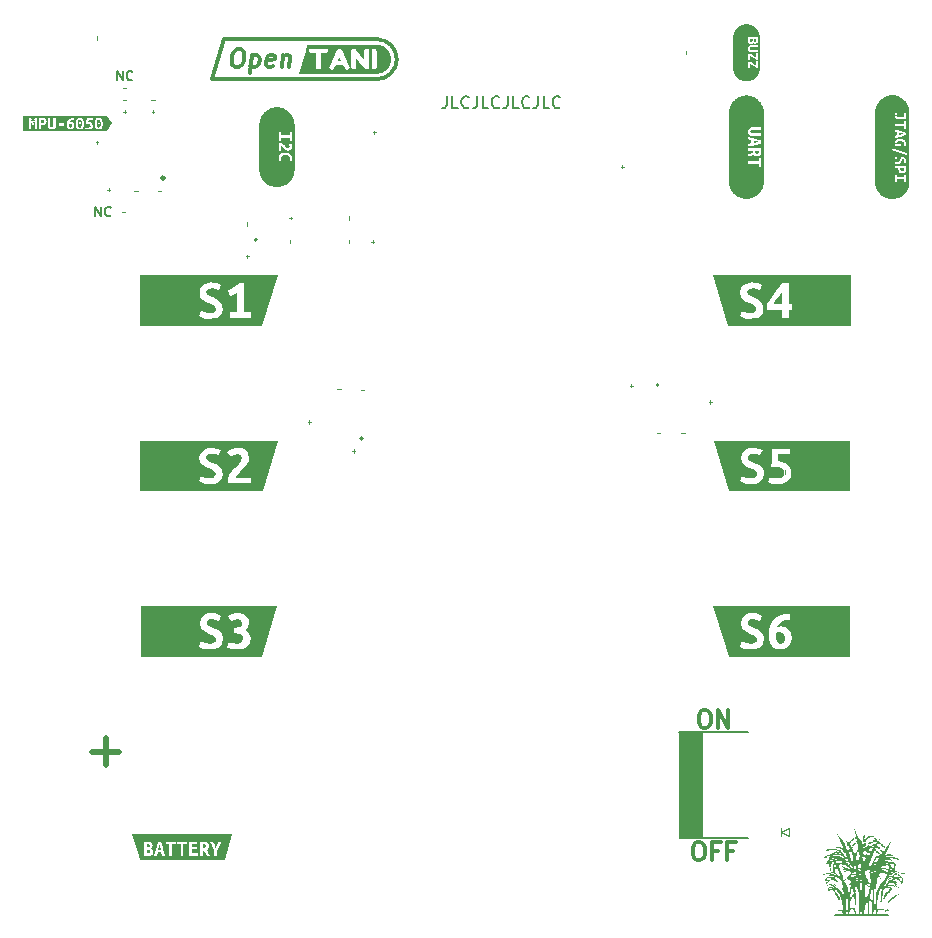
<source format=gbr>
%TF.GenerationSoftware,KiCad,Pcbnew,(6.0.7)*%
%TF.CreationDate,2022-10-18T10:08:25+03:00*%
%TF.ProjectId,TL-Node Rev.0,544c2d4e-6f64-4652-9052-65762e302e6b,rev?*%
%TF.SameCoordinates,Original*%
%TF.FileFunction,Legend,Top*%
%TF.FilePolarity,Positive*%
%FSLAX46Y46*%
G04 Gerber Fmt 4.6, Leading zero omitted, Abs format (unit mm)*
G04 Created by KiCad (PCBNEW (6.0.7)) date 2022-10-18 10:08:25*
%MOMM*%
%LPD*%
G01*
G04 APERTURE LIST*
%ADD10C,0.300000*%
%ADD11C,0.150000*%
%ADD12C,0.200000*%
%ADD13C,0.500000*%
%ADD14C,0.120000*%
%ADD15C,0.250000*%
G04 APERTURE END LIST*
D10*
X89948978Y-58250404D02*
X76024786Y-58249596D01*
D11*
X133250000Y-129000000D02*
X128750000Y-129000000D01*
X115600000Y-113550000D02*
X117500000Y-113550000D01*
X117500000Y-113550000D02*
X117500000Y-122425000D01*
X117500000Y-122425000D02*
X115600000Y-122425000D01*
X115600000Y-122425000D02*
X115600000Y-113550000D01*
G36*
X115600000Y-113550000D02*
G01*
X117500000Y-113550000D01*
X117500000Y-122425000D01*
X115600000Y-122425000D01*
X115600000Y-113550000D01*
G37*
D10*
X89948978Y-58250412D02*
G75*
G03*
X89948978Y-54848788I22J1700812D01*
G01*
X77000000Y-54848788D02*
X76024786Y-58249596D01*
X89948978Y-54848788D02*
X77000000Y-54848788D01*
X77000000Y-54848788D02*
X77000000Y-54849596D01*
X77000000Y-54849596D02*
X89948978Y-54849596D01*
X89948978Y-54849596D02*
X89948978Y-54848788D01*
D12*
X115600000Y-122500000D02*
X121400000Y-122500000D01*
X115550000Y-113500000D02*
X121400000Y-113500000D01*
D11*
X67971428Y-58361904D02*
X67971428Y-57561904D01*
X68428571Y-58361904D01*
X68428571Y-57561904D01*
X69266666Y-58285714D02*
X69228571Y-58323809D01*
X69114285Y-58361904D01*
X69038095Y-58361904D01*
X68923809Y-58323809D01*
X68847619Y-58247619D01*
X68809523Y-58171428D01*
X68771428Y-58019047D01*
X68771428Y-57904761D01*
X68809523Y-57752380D01*
X68847619Y-57676190D01*
X68923809Y-57600000D01*
X69038095Y-57561904D01*
X69114285Y-57561904D01*
X69228571Y-57600000D01*
X69266666Y-57638095D01*
D10*
X117071428Y-122878571D02*
X117357142Y-122878571D01*
X117500000Y-122950000D01*
X117642857Y-123092857D01*
X117714285Y-123378571D01*
X117714285Y-123878571D01*
X117642857Y-124164285D01*
X117500000Y-124307142D01*
X117357142Y-124378571D01*
X117071428Y-124378571D01*
X116928571Y-124307142D01*
X116785714Y-124164285D01*
X116714285Y-123878571D01*
X116714285Y-123378571D01*
X116785714Y-123092857D01*
X116928571Y-122950000D01*
X117071428Y-122878571D01*
X118857142Y-123592857D02*
X118357142Y-123592857D01*
X118357142Y-124378571D02*
X118357142Y-122878571D01*
X119071428Y-122878571D01*
X120142857Y-123592857D02*
X119642857Y-123592857D01*
X119642857Y-124378571D02*
X119642857Y-122878571D01*
X120357142Y-122878571D01*
D13*
X65857142Y-115214285D02*
X68142857Y-115214285D01*
X67000000Y-116357142D02*
X67000000Y-114071428D01*
D11*
X66121428Y-69861904D02*
X66121428Y-69061904D01*
X66578571Y-69861904D01*
X66578571Y-69061904D01*
X67416666Y-69785714D02*
X67378571Y-69823809D01*
X67264285Y-69861904D01*
X67188095Y-69861904D01*
X67073809Y-69823809D01*
X66997619Y-69747619D01*
X66959523Y-69671428D01*
X66921428Y-69519047D01*
X66921428Y-69404761D01*
X66959523Y-69252380D01*
X66997619Y-69176190D01*
X67073809Y-69100000D01*
X67188095Y-69061904D01*
X67264285Y-69061904D01*
X67378571Y-69100000D01*
X67416666Y-69138095D01*
D10*
X78152633Y-55728167D02*
X78438348Y-55728167D01*
X78572276Y-55799596D01*
X78697276Y-55942453D01*
X78732991Y-56228167D01*
X78670491Y-56728167D01*
X78563348Y-57013881D01*
X78402633Y-57156738D01*
X78250848Y-57228167D01*
X77965133Y-57228167D01*
X77831205Y-57156738D01*
X77706205Y-57013881D01*
X77670491Y-56728167D01*
X77732991Y-56228167D01*
X77840133Y-55942453D01*
X78000848Y-55799596D01*
X78152633Y-55728167D01*
X79375848Y-56228167D02*
X79188348Y-57728167D01*
X79366919Y-56299596D02*
X79518705Y-56228167D01*
X79804419Y-56228167D01*
X79938348Y-56299596D01*
X80000848Y-56371024D01*
X80054419Y-56513881D01*
X80000848Y-56942453D01*
X79911562Y-57085310D01*
X79831205Y-57156738D01*
X79679419Y-57228167D01*
X79393705Y-57228167D01*
X79259776Y-57156738D01*
X81188348Y-57156738D02*
X81036562Y-57228167D01*
X80750848Y-57228167D01*
X80616919Y-57156738D01*
X80563348Y-57013881D01*
X80634776Y-56442453D01*
X80724062Y-56299596D01*
X80875848Y-56228167D01*
X81161562Y-56228167D01*
X81295491Y-56299596D01*
X81349062Y-56442453D01*
X81331205Y-56585310D01*
X80599062Y-56728167D01*
X82018705Y-56228167D02*
X81893705Y-57228167D01*
X82000848Y-56371024D02*
X82081205Y-56299596D01*
X82232991Y-56228167D01*
X82447276Y-56228167D01*
X82581205Y-56299596D01*
X82634776Y-56442453D01*
X82536562Y-57228167D01*
X117571428Y-111678571D02*
X117857142Y-111678571D01*
X118000000Y-111750000D01*
X118142857Y-111892857D01*
X118214285Y-112178571D01*
X118214285Y-112678571D01*
X118142857Y-112964285D01*
X118000000Y-113107142D01*
X117857142Y-113178571D01*
X117571428Y-113178571D01*
X117428571Y-113107142D01*
X117285714Y-112964285D01*
X117214285Y-112678571D01*
X117214285Y-112178571D01*
X117285714Y-111892857D01*
X117428571Y-111750000D01*
X117571428Y-111678571D01*
X118857142Y-113178571D02*
X118857142Y-111678571D01*
X119714285Y-113178571D01*
X119714285Y-111678571D01*
D12*
X95880952Y-59702380D02*
X95880952Y-60416666D01*
X95833333Y-60559523D01*
X95738095Y-60654761D01*
X95595238Y-60702380D01*
X95500000Y-60702380D01*
X96833333Y-60702380D02*
X96357142Y-60702380D01*
X96357142Y-59702380D01*
X97738095Y-60607142D02*
X97690476Y-60654761D01*
X97547619Y-60702380D01*
X97452380Y-60702380D01*
X97309523Y-60654761D01*
X97214285Y-60559523D01*
X97166666Y-60464285D01*
X97119047Y-60273809D01*
X97119047Y-60130952D01*
X97166666Y-59940476D01*
X97214285Y-59845238D01*
X97309523Y-59750000D01*
X97452380Y-59702380D01*
X97547619Y-59702380D01*
X97690476Y-59750000D01*
X97738095Y-59797619D01*
X98452380Y-59702380D02*
X98452380Y-60416666D01*
X98404761Y-60559523D01*
X98309523Y-60654761D01*
X98166666Y-60702380D01*
X98071428Y-60702380D01*
X99404761Y-60702380D02*
X98928571Y-60702380D01*
X98928571Y-59702380D01*
X100309523Y-60607142D02*
X100261904Y-60654761D01*
X100119047Y-60702380D01*
X100023809Y-60702380D01*
X99880952Y-60654761D01*
X99785714Y-60559523D01*
X99738095Y-60464285D01*
X99690476Y-60273809D01*
X99690476Y-60130952D01*
X99738095Y-59940476D01*
X99785714Y-59845238D01*
X99880952Y-59750000D01*
X100023809Y-59702380D01*
X100119047Y-59702380D01*
X100261904Y-59750000D01*
X100309523Y-59797619D01*
X101023809Y-59702380D02*
X101023809Y-60416666D01*
X100976190Y-60559523D01*
X100880952Y-60654761D01*
X100738095Y-60702380D01*
X100642857Y-60702380D01*
X101976190Y-60702380D02*
X101500000Y-60702380D01*
X101500000Y-59702380D01*
X102880952Y-60607142D02*
X102833333Y-60654761D01*
X102690476Y-60702380D01*
X102595238Y-60702380D01*
X102452380Y-60654761D01*
X102357142Y-60559523D01*
X102309523Y-60464285D01*
X102261904Y-60273809D01*
X102261904Y-60130952D01*
X102309523Y-59940476D01*
X102357142Y-59845238D01*
X102452380Y-59750000D01*
X102595238Y-59702380D01*
X102690476Y-59702380D01*
X102833333Y-59750000D01*
X102880952Y-59797619D01*
X103595238Y-59702380D02*
X103595238Y-60416666D01*
X103547619Y-60559523D01*
X103452380Y-60654761D01*
X103309523Y-60702380D01*
X103214285Y-60702380D01*
X104547619Y-60702380D02*
X104071428Y-60702380D01*
X104071428Y-59702380D01*
X105452380Y-60607142D02*
X105404761Y-60654761D01*
X105261904Y-60702380D01*
X105166666Y-60702380D01*
X105023809Y-60654761D01*
X104928571Y-60559523D01*
X104880952Y-60464285D01*
X104833333Y-60273809D01*
X104833333Y-60130952D01*
X104880952Y-59940476D01*
X104928571Y-59845238D01*
X105023809Y-59750000D01*
X105166666Y-59702380D01*
X105261904Y-59702380D01*
X105404761Y-59750000D01*
X105452380Y-59797619D01*
D14*
%TO.C,R8*%
X86596359Y-84525000D02*
X86903641Y-84525000D01*
%TO.C,R14*%
X71703641Y-67700000D02*
X71396359Y-67700000D01*
D11*
%TO.C,U2*%
X88750000Y-88675000D02*
G75*
G03*
X88750000Y-88675000I-100000J0D01*
G01*
D14*
%TO.C,C5*%
X88000000Y-89881160D02*
X88000000Y-89600000D01*
X87868840Y-89750000D02*
X88150000Y-89750000D01*
%TO.C,C8*%
X118200000Y-85731160D02*
X118200000Y-85450000D01*
X118331160Y-85600000D02*
X118050000Y-85600000D01*
%TO.C,kibuzzard-6343B22B*%
G36*
X134591969Y-65829356D02*
G01*
X134592723Y-65875353D01*
X134584240Y-65941899D01*
X134558790Y-65993741D01*
X134512981Y-66027109D01*
X134443419Y-66038231D01*
X134370086Y-66026920D01*
X134322015Y-65992987D01*
X134295434Y-65936810D01*
X134286574Y-65858764D01*
X134286574Y-65783358D01*
X134588199Y-65783358D01*
X134591969Y-65829356D01*
G37*
G36*
X134276017Y-62802549D02*
G01*
X134368767Y-62823663D01*
X134462270Y-62847793D01*
X134562561Y-62875693D01*
X134462270Y-62903593D01*
X134368767Y-62927723D01*
X134276017Y-62948083D01*
X134179497Y-62966180D01*
X134179497Y-62783697D01*
X134276017Y-62802549D01*
G37*
G36*
X135050952Y-67016020D02*
G01*
X135045706Y-67087129D01*
X135036978Y-67157895D01*
X135024788Y-67228148D01*
X135009166Y-67297717D01*
X134990149Y-67366437D01*
X134967782Y-67434140D01*
X134942121Y-67500665D01*
X134913226Y-67565850D01*
X134881168Y-67629538D01*
X134846024Y-67691578D01*
X134807877Y-67751817D01*
X134766821Y-67810113D01*
X134722953Y-67866324D01*
X134676381Y-67920314D01*
X134627215Y-67971955D01*
X134575575Y-68021120D01*
X134521584Y-68067693D01*
X134465373Y-68111560D01*
X134407078Y-68152617D01*
X134346838Y-68190763D01*
X134284799Y-68225908D01*
X134221110Y-68257966D01*
X134155925Y-68286861D01*
X134089400Y-68312522D01*
X134021697Y-68334888D01*
X133952978Y-68353905D01*
X133883408Y-68369528D01*
X133813156Y-68381718D01*
X133742390Y-68390446D01*
X133671281Y-68395691D01*
X133600000Y-68397441D01*
X133528719Y-68395691D01*
X133457610Y-68390446D01*
X133386844Y-68381718D01*
X133316592Y-68369528D01*
X133247022Y-68353905D01*
X133178303Y-68334888D01*
X133110600Y-68312522D01*
X133044075Y-68286861D01*
X132978890Y-68257966D01*
X132915201Y-68225908D01*
X132853162Y-68190763D01*
X132792922Y-68152617D01*
X132734627Y-68111560D01*
X132678416Y-68067693D01*
X132624425Y-68021120D01*
X132572785Y-67971955D01*
X132523619Y-67920314D01*
X132477047Y-67866324D01*
X132433179Y-67810113D01*
X132392123Y-67751817D01*
X132353976Y-67691578D01*
X132318832Y-67629538D01*
X132286774Y-67565850D01*
X132257879Y-67500665D01*
X132232218Y-67434140D01*
X132209851Y-67366437D01*
X132190834Y-67297717D01*
X132175212Y-67228148D01*
X132163022Y-67157895D01*
X132154294Y-67087129D01*
X132149048Y-67016020D01*
X132147299Y-66944740D01*
X132147299Y-66944614D01*
X133810006Y-66944614D01*
X133963835Y-66944614D01*
X133963835Y-66742525D01*
X134589707Y-66742525D01*
X134589707Y-66944614D01*
X134743536Y-66944614D01*
X134743536Y-66351921D01*
X134589707Y-66351921D01*
X134589707Y-66555518D01*
X133963835Y-66555518D01*
X133963835Y-66351921D01*
X133810006Y-66351921D01*
X133810006Y-66944614D01*
X132147299Y-66944614D01*
X132147299Y-65783358D01*
X133810006Y-65783358D01*
X134125205Y-65783358D01*
X134125205Y-65849715D01*
X134133499Y-65961233D01*
X134158383Y-66054485D01*
X134199857Y-66129473D01*
X134259930Y-66184352D01*
X134340615Y-66217279D01*
X134441911Y-66228255D01*
X134542201Y-66217363D01*
X134621880Y-66184687D01*
X134680949Y-66130227D01*
X134721584Y-66055993D01*
X134745966Y-65963998D01*
X134754093Y-65854240D01*
X134752585Y-65795423D01*
X134748814Y-65727557D01*
X134742028Y-65658938D01*
X134731471Y-65597858D01*
X133810006Y-65597858D01*
X133810006Y-65783358D01*
X132147299Y-65783358D01*
X132147299Y-65112242D01*
X133790401Y-65112242D01*
X133798360Y-65218062D01*
X133822239Y-65304277D01*
X133862037Y-65370886D01*
X133948565Y-65434792D01*
X134064880Y-65456095D01*
X134135196Y-65449685D01*
X134192316Y-65430457D01*
X134276771Y-65364853D01*
X134331064Y-65277382D01*
X134368013Y-65186140D01*
X134390635Y-65128078D01*
X134418535Y-65075293D01*
X134454730Y-65036836D01*
X134502236Y-65021755D01*
X134561723Y-65038177D01*
X134597415Y-65087442D01*
X134609313Y-65169551D01*
X134594231Y-65275874D01*
X134558036Y-65359575D01*
X134701308Y-65413867D01*
X134745044Y-65306036D01*
X134759748Y-65236474D01*
X134764650Y-65155978D01*
X134756439Y-65063563D01*
X134731806Y-64985392D01*
X134690751Y-64921464D01*
X134602526Y-64857558D01*
X134485646Y-64836255D01*
X134374799Y-64860385D01*
X134300147Y-64921464D01*
X134250379Y-65003657D01*
X134215692Y-65091128D01*
X134189300Y-65154470D01*
X134157629Y-65211778D01*
X134117664Y-65254006D01*
X134066388Y-65270595D01*
X134021898Y-65263809D01*
X133982687Y-65238925D01*
X133955540Y-65189911D01*
X133945738Y-65112242D01*
X133951016Y-65037024D01*
X133966851Y-64974249D01*
X134012095Y-64876975D01*
X133861283Y-64822682D01*
X133815285Y-64926743D01*
X133796622Y-65007805D01*
X133790401Y-65112242D01*
X132147299Y-65112242D01*
X132147299Y-64272217D01*
X133561166Y-64272217D01*
X134864186Y-64691475D01*
X134864186Y-64501452D01*
X133561166Y-64079177D01*
X133561166Y-64272217D01*
X132147299Y-64272217D01*
X132147299Y-63676507D01*
X133790401Y-63676507D01*
X133794171Y-63768691D01*
X133805482Y-63846171D01*
X133832628Y-63949478D01*
X134298639Y-63949478D01*
X134298639Y-63763978D01*
X133957803Y-63763978D01*
X133953278Y-63727783D01*
X133951770Y-63691588D01*
X133971564Y-63601478D01*
X134030947Y-63536252D01*
X134093534Y-63506927D01*
X134175727Y-63489332D01*
X134277525Y-63483467D01*
X134346710Y-63486672D01*
X134409486Y-63496286D01*
X134512039Y-63538514D01*
X134579150Y-63613166D01*
X134603280Y-63724767D01*
X134586691Y-63824303D01*
X134548988Y-63905742D01*
X134696784Y-63954002D01*
X134714881Y-63923086D01*
X134737503Y-63871055D01*
X134756355Y-63796403D01*
X134764650Y-63699129D01*
X134756920Y-63617313D01*
X134733733Y-63540776D01*
X134695087Y-63471779D01*
X134640983Y-63412585D01*
X134571798Y-63363948D01*
X134487909Y-63326622D01*
X134389692Y-63302869D01*
X134277525Y-63294952D01*
X134164227Y-63301738D01*
X134065634Y-63322098D01*
X133981933Y-63354900D01*
X133913313Y-63399012D01*
X133859775Y-63453870D01*
X133821317Y-63518908D01*
X133798130Y-63593372D01*
X133790401Y-63676507D01*
X132147299Y-63676507D01*
X132147299Y-63240659D01*
X133810006Y-63240659D01*
X133915847Y-63215775D01*
X134018610Y-63190589D01*
X134118297Y-63165102D01*
X134214908Y-63139313D01*
X134308442Y-63113223D01*
X134421881Y-63080374D01*
X134532210Y-63047431D01*
X134639428Y-63014393D01*
X134743536Y-62981262D01*
X134743536Y-62779173D01*
X134640276Y-62747219D01*
X134534095Y-62714701D01*
X134424992Y-62681616D01*
X134312966Y-62647966D01*
X134220216Y-62620880D01*
X134123546Y-62593915D01*
X134022954Y-62567070D01*
X133918441Y-62540346D01*
X133810006Y-62513743D01*
X133810006Y-62706783D01*
X134025668Y-62749010D01*
X134025668Y-62997851D01*
X133810006Y-63041587D01*
X133810006Y-63240659D01*
X132147299Y-63240659D01*
X132147299Y-62216642D01*
X133810006Y-62216642D01*
X134589707Y-62216642D01*
X134589707Y-62462467D01*
X134743536Y-62462467D01*
X134743536Y-61783810D01*
X134589707Y-61783810D01*
X134589707Y-62029635D01*
X133810006Y-62029635D01*
X133810006Y-62216642D01*
X132147299Y-62216642D01*
X132147299Y-61320816D01*
X133790401Y-61320816D01*
X133796999Y-61404517D01*
X133816793Y-61474645D01*
X133847898Y-61532142D01*
X133888429Y-61577951D01*
X133993998Y-61635260D01*
X134056208Y-61648268D01*
X134122188Y-61652603D01*
X134743536Y-61652603D01*
X134743536Y-61153414D01*
X134589707Y-61153414D01*
X134589707Y-61465596D01*
X134132745Y-61465596D01*
X134045085Y-61454474D01*
X133990227Y-61421106D01*
X133961384Y-61369642D01*
X133951770Y-61304227D01*
X133974392Y-61209969D01*
X134021144Y-61126268D01*
X133873348Y-61055386D01*
X133814531Y-61162463D01*
X133796433Y-61233722D01*
X133790401Y-61320816D01*
X132147299Y-61320816D01*
X132147299Y-61055260D01*
X132149048Y-60983980D01*
X132154294Y-60912871D01*
X132163022Y-60842105D01*
X132175212Y-60771852D01*
X132190834Y-60702283D01*
X132209851Y-60633563D01*
X132232218Y-60565860D01*
X132257879Y-60499336D01*
X132286773Y-60434150D01*
X132318832Y-60370462D01*
X132353976Y-60308423D01*
X132392123Y-60248183D01*
X132433179Y-60189887D01*
X132477047Y-60133676D01*
X132523619Y-60079686D01*
X132572785Y-60028045D01*
X132624425Y-59978880D01*
X132678416Y-59932307D01*
X132734627Y-59888440D01*
X132792922Y-59847383D01*
X132853162Y-59809237D01*
X132915201Y-59774092D01*
X132978890Y-59742034D01*
X133044075Y-59713139D01*
X133110600Y-59687478D01*
X133178303Y-59665112D01*
X133247022Y-59646095D01*
X133316592Y-59630472D01*
X133386844Y-59618282D01*
X133457610Y-59609554D01*
X133528719Y-59604309D01*
X133600000Y-59602559D01*
X133671281Y-59604309D01*
X133742390Y-59609554D01*
X133813156Y-59618282D01*
X133883408Y-59630472D01*
X133952978Y-59646095D01*
X134021697Y-59665112D01*
X134089400Y-59687478D01*
X134155925Y-59713139D01*
X134221110Y-59742034D01*
X134284799Y-59774092D01*
X134346838Y-59809237D01*
X134407078Y-59847383D01*
X134465373Y-59888440D01*
X134521584Y-59932307D01*
X134575575Y-59978880D01*
X134627215Y-60028045D01*
X134676381Y-60079686D01*
X134722953Y-60133676D01*
X134766821Y-60189887D01*
X134807877Y-60248183D01*
X134846024Y-60308423D01*
X134881168Y-60370462D01*
X134913227Y-60434150D01*
X134942121Y-60499336D01*
X134967782Y-60565860D01*
X134990149Y-60633563D01*
X135009166Y-60702283D01*
X135024788Y-60771852D01*
X135036978Y-60842105D01*
X135045706Y-60912871D01*
X135050952Y-60983980D01*
X135052701Y-61055260D01*
X135052701Y-66944740D01*
X135050952Y-67016020D01*
G37*
%TO.C,kibuzzard-6343A6AD*%
G36*
X80281995Y-93133600D02*
G01*
X69937845Y-93133600D01*
X69937845Y-92314450D01*
X74898782Y-92314450D01*
X75227395Y-92459706D01*
X75483379Y-92518642D01*
X75813183Y-92538288D01*
X76147351Y-92513152D01*
X76419608Y-92437746D01*
X76629951Y-92312069D01*
X76831762Y-92038820D01*
X76899033Y-91671513D01*
X76878792Y-91449461D01*
X76818070Y-91269081D01*
X76610901Y-91002381D01*
X76334676Y-90830931D01*
X76046545Y-90714250D01*
X75863189Y-90642812D01*
X75696501Y-90554706D01*
X75575057Y-90440406D01*
X75527432Y-90290387D01*
X75579291Y-90102533D01*
X75734866Y-89989821D01*
X75994158Y-89952250D01*
X76329914Y-89999875D01*
X76594233Y-90114175D01*
X76693494Y-89852237D01*
X77294320Y-89852237D01*
X77584833Y-90261812D01*
X77884870Y-90037975D01*
X78175383Y-89971300D01*
X78451608Y-90068931D01*
X78561145Y-90347537D01*
X78473039Y-90599950D01*
X78249201Y-90857125D01*
X78108708Y-90993452D01*
X77958689Y-91135731D01*
X77808670Y-91286941D01*
X77668176Y-91450056D01*
X77544351Y-91626864D01*
X77444339Y-91819150D01*
X77378259Y-92028700D01*
X77356233Y-92257300D01*
X77353851Y-92357313D01*
X77365758Y-92476375D01*
X79289808Y-92476375D01*
X79289808Y-91990600D01*
X78022983Y-91990600D01*
X78072989Y-91833438D01*
X78194433Y-91664369D01*
X78346833Y-91502444D01*
X78489708Y-91366713D01*
X78732595Y-91128588D01*
X78946908Y-90871412D01*
X79099308Y-90597569D01*
X79156458Y-90304675D01*
X79080258Y-89935581D01*
X78875470Y-89671262D01*
X78580195Y-89514100D01*
X78232533Y-89461712D01*
X77984287Y-89485525D01*
X77734851Y-89556962D01*
X77499703Y-89678406D01*
X77294320Y-89852237D01*
X76693494Y-89852237D01*
X76765683Y-89661737D01*
X76425164Y-89523625D01*
X76205493Y-89477191D01*
X75951295Y-89461712D01*
X75659460Y-89487642D01*
X75412603Y-89565429D01*
X75210726Y-89695075D01*
X75008915Y-89973681D01*
X74941645Y-90342775D01*
X75017845Y-90692819D01*
X75210726Y-90928562D01*
X75470282Y-91085725D01*
X75746507Y-91195263D01*
X75946533Y-91278606D01*
X76127508Y-91378619D01*
X76260857Y-91504825D01*
X76313245Y-91666750D01*
X76291814Y-91807244D01*
X76213233Y-91931069D01*
X76058451Y-92016794D01*
X75813183Y-92047750D01*
X75575653Y-92031081D01*
X75377414Y-91981075D01*
X75070232Y-91838200D01*
X74898782Y-92314450D01*
X69937845Y-92314450D01*
X69937845Y-88866400D01*
X81562155Y-88866400D01*
X80281995Y-93133600D01*
G37*
%TO.C,kibuzzard-6343A88C*%
G36*
X124276114Y-105106561D02*
G01*
X124413036Y-105197644D01*
X124513049Y-105542925D01*
X124491618Y-105709613D01*
X124424943Y-105866775D01*
X124308261Y-105985838D01*
X124136811Y-106033463D01*
X123929642Y-105973931D01*
X123798674Y-105814388D01*
X123731999Y-105588169D01*
X123712949Y-105323850D01*
X123715330Y-105233363D01*
X123722474Y-105147638D01*
X123879636Y-105095250D01*
X124065374Y-105076200D01*
X124276114Y-105106561D01*
G37*
G36*
X130045486Y-107133600D02*
G01*
X119734674Y-107133600D01*
X119488929Y-106314450D01*
X120726861Y-106314450D01*
X121055474Y-106459706D01*
X121311458Y-106518642D01*
X121641261Y-106538288D01*
X121975430Y-106513152D01*
X122247686Y-106437746D01*
X122458030Y-106312069D01*
X122659841Y-106038820D01*
X122727111Y-105671513D01*
X122706871Y-105449461D01*
X122646951Y-105271463D01*
X123136686Y-105271463D01*
X123165526Y-105668073D01*
X123252045Y-105987954D01*
X123396242Y-106231106D01*
X123595474Y-106401763D01*
X123847092Y-106504156D01*
X124151099Y-106538288D01*
X124377318Y-106515070D01*
X124570199Y-106445419D01*
X124860711Y-106204913D01*
X125029780Y-105881063D01*
X125084549Y-105533400D01*
X125034543Y-105171450D01*
X124870236Y-104871412D01*
X124577343Y-104666625D01*
X124379103Y-104609475D01*
X124141574Y-104590425D01*
X123989174Y-104611856D01*
X123812961Y-104671387D01*
X123977267Y-104361825D01*
X124241586Y-104159419D01*
X124574961Y-104047500D01*
X124946436Y-104009400D01*
X124913099Y-103509337D01*
X124530908Y-103537912D01*
X124184436Y-103623637D01*
X123879636Y-103765322D01*
X123622461Y-103961775D01*
X123415888Y-104211806D01*
X123262892Y-104514225D01*
X123168238Y-104867841D01*
X123136686Y-105271463D01*
X122646951Y-105271463D01*
X122646149Y-105269081D01*
X122438980Y-105002381D01*
X122162755Y-104830931D01*
X121874624Y-104714250D01*
X121691267Y-104642812D01*
X121524580Y-104554706D01*
X121403136Y-104440406D01*
X121355511Y-104290387D01*
X121407370Y-104102533D01*
X121562945Y-103989821D01*
X121822236Y-103952250D01*
X122157993Y-103999875D01*
X122422311Y-104114175D01*
X122593761Y-103661737D01*
X122253242Y-103523625D01*
X122033572Y-103477191D01*
X121779374Y-103461712D01*
X121487538Y-103487642D01*
X121240682Y-103565429D01*
X121038805Y-103695075D01*
X120836994Y-103973681D01*
X120769724Y-104342775D01*
X120845924Y-104692819D01*
X121038805Y-104928562D01*
X121298361Y-105085725D01*
X121574586Y-105195263D01*
X121774611Y-105278606D01*
X121955586Y-105378619D01*
X122088936Y-105504825D01*
X122141324Y-105666750D01*
X122119892Y-105807244D01*
X122041311Y-105931069D01*
X121886530Y-106016794D01*
X121641261Y-106047750D01*
X121403732Y-106031081D01*
X121205492Y-105981075D01*
X120898311Y-105838200D01*
X120726861Y-106314450D01*
X119488929Y-106314450D01*
X118454514Y-102866400D01*
X130045486Y-102866400D01*
X130045486Y-107133600D01*
G37*
%TO.C,R5*%
X87605000Y-69836359D02*
X87605000Y-70143641D01*
%TO.C,C12*%
X67260000Y-67492164D02*
X67260000Y-67707836D01*
X67367836Y-67600000D02*
X67152164Y-67600000D01*
%TO.C,kibuzzard-634399EB*%
G36*
X84074528Y-55316505D02*
G01*
X89931808Y-55316505D01*
X90052672Y-55322443D01*
X90172372Y-55340199D01*
X90289755Y-55369602D01*
X90403691Y-55410369D01*
X90513083Y-55462107D01*
X90616876Y-55524319D01*
X90714072Y-55596404D01*
X90803734Y-55677669D01*
X90885000Y-55767332D01*
X90957085Y-55864528D01*
X91019297Y-55968321D01*
X91071035Y-56077713D01*
X91111802Y-56191649D01*
X91141205Y-56309032D01*
X91158961Y-56428732D01*
X91164898Y-56549596D01*
X91158961Y-56670460D01*
X91141205Y-56790160D01*
X91111802Y-56907543D01*
X91071035Y-57021479D01*
X91019297Y-57130871D01*
X90957085Y-57234664D01*
X90885000Y-57331860D01*
X90803734Y-57421523D01*
X90714072Y-57502788D01*
X90616876Y-57574873D01*
X90513083Y-57637085D01*
X90403691Y-57688823D01*
X90289755Y-57729590D01*
X90172372Y-57758993D01*
X90052672Y-57776749D01*
X89931808Y-57782687D01*
X83334674Y-57782687D01*
X83918913Y-55835221D01*
X84173747Y-55835221D01*
X84185653Y-55935233D01*
X84233278Y-55991193D01*
X84345197Y-56009052D01*
X84802397Y-56009052D01*
X84802397Y-57204440D01*
X84805969Y-57286593D01*
X84827400Y-57348505D01*
X84889312Y-57397321D01*
X85007184Y-57411609D01*
X85126247Y-57397321D01*
X85189350Y-57348505D01*
X85210781Y-57287784D01*
X85212882Y-57240159D01*
X85914441Y-57240159D01*
X85948969Y-57321121D01*
X86052553Y-57392559D01*
X86179950Y-57433040D01*
X86256150Y-57410418D01*
X86299012Y-57366365D01*
X86335922Y-57297309D01*
X86459747Y-57040134D01*
X87119353Y-57040134D01*
X87243178Y-57297309D01*
X87280087Y-57368746D01*
X87322950Y-57413990D01*
X87399150Y-57435421D01*
X87526547Y-57394940D01*
X87630131Y-57321716D01*
X87664659Y-57240159D01*
X87651165Y-57199677D01*
X87795628Y-57199677D01*
X87799200Y-57283021D01*
X87821822Y-57347315D01*
X87883734Y-57395535D01*
X88002797Y-57411609D01*
X88125431Y-57395535D01*
X88188534Y-57347315D01*
X88211156Y-57285402D01*
X88214728Y-57202059D01*
X88214728Y-56418627D01*
X88281271Y-56505411D01*
X88368186Y-56619711D01*
X88475475Y-56761527D01*
X88603136Y-56930861D01*
X88751171Y-57127711D01*
X88919578Y-57352077D01*
X88979109Y-57397321D01*
X89107697Y-57411609D01*
X89230331Y-57395535D01*
X89293434Y-57347315D01*
X89316056Y-57285402D01*
X89319628Y-57202059D01*
X89319628Y-57199677D01*
X89510128Y-57199677D01*
X89524416Y-57321121D01*
X89587519Y-57388987D01*
X89719678Y-57411609D01*
X89842312Y-57395535D01*
X89905416Y-57347315D01*
X89928037Y-57285402D01*
X89931609Y-57202059D01*
X89931609Y-55878083D01*
X89919703Y-55754258D01*
X89854814Y-55688179D01*
X89722059Y-55666152D01*
X89599425Y-55682226D01*
X89536322Y-55730446D01*
X89513700Y-55793549D01*
X89510128Y-55875702D01*
X89510128Y-57199677D01*
X89319628Y-57199677D01*
X89319628Y-55880465D01*
X89305341Y-55759021D01*
X89275575Y-55709015D01*
X89213662Y-55680440D01*
X89104125Y-55668533D01*
X88991016Y-55682821D01*
X88923150Y-55738780D01*
X88900528Y-55870940D01*
X88900528Y-56675802D01*
X88834911Y-56589879D01*
X88750774Y-56478158D01*
X88648116Y-56340641D01*
X88526936Y-56177327D01*
X88387236Y-55988216D01*
X88229016Y-55773308D01*
X88174247Y-55711396D01*
X88115906Y-55681630D01*
X88002797Y-55668533D01*
X87886116Y-55682821D01*
X87818250Y-55738780D01*
X87795628Y-55870940D01*
X87795628Y-57199677D01*
X87651165Y-57199677D01*
X87624178Y-57118715D01*
X86981241Y-55789977D01*
X86902659Y-55697108D01*
X86790741Y-55666152D01*
X86677631Y-55699490D01*
X86597859Y-55787596D01*
X85954922Y-57118715D01*
X85914441Y-57240159D01*
X85212882Y-57240159D01*
X85214353Y-57206821D01*
X85214353Y-56009052D01*
X85669172Y-56009052D01*
X85790616Y-55987621D01*
X85831097Y-55936424D01*
X85843003Y-55837602D01*
X85831097Y-55737590D01*
X85783472Y-55681630D01*
X85671553Y-55663771D01*
X84347578Y-55663771D01*
X84226134Y-55685202D01*
X84185653Y-55736399D01*
X84173747Y-55835221D01*
X83918913Y-55835221D01*
X84074528Y-55316505D01*
G37*
G36*
X86947903Y-56687709D02*
G01*
X86631197Y-56687709D01*
X86788359Y-56361477D01*
X86947903Y-56687709D01*
G37*
%TO.C,kibuzzard-63441851*%
G36*
X61693813Y-61677142D02*
G01*
X61748383Y-61703931D01*
X61783506Y-61752152D01*
X61795214Y-61825375D01*
X61783308Y-61902567D01*
X61747589Y-61953169D01*
X61688455Y-61981148D01*
X61606302Y-61990475D01*
X61526927Y-61990475D01*
X61526927Y-61672975D01*
X61575345Y-61669006D01*
X61623764Y-61668212D01*
X61693813Y-61677142D01*
G37*
G36*
X59992608Y-61354946D02*
G01*
X67077356Y-61354946D01*
X67507392Y-62000000D01*
X67077356Y-62645054D01*
X59992608Y-62645054D01*
X59992608Y-62492125D01*
X60488702Y-62492125D01*
X60668089Y-62492125D01*
X60660152Y-61728537D01*
X60776039Y-62144463D01*
X60918914Y-62144463D01*
X61039564Y-61728537D01*
X61030039Y-62492125D01*
X61209427Y-62492125D01*
X61331664Y-62492125D01*
X61526927Y-62492125D01*
X61526927Y-62160338D01*
X61596777Y-62160338D01*
X61714164Y-62151606D01*
X61770681Y-62136525D01*
X62101602Y-62136525D01*
X62105570Y-62218281D01*
X62117477Y-62292100D01*
X62138908Y-62356791D01*
X62171452Y-62411163D01*
X62273845Y-62486569D01*
X62345878Y-62506214D01*
X62433389Y-62512763D01*
X62522289Y-62506214D01*
X62595314Y-62486569D01*
X62654052Y-62454620D01*
X62700089Y-62411163D01*
X62733824Y-62356791D01*
X62755652Y-62292100D01*
X62767558Y-62218281D01*
X62771527Y-62136525D01*
X62771527Y-61988887D01*
X63012827Y-61988887D01*
X63012827Y-62180975D01*
X63447802Y-62180975D01*
X63447802Y-62090488D01*
X63700214Y-62090488D01*
X63709827Y-62222691D01*
X63738667Y-62329318D01*
X63786733Y-62410369D01*
X63853143Y-62467254D01*
X63937016Y-62501385D01*
X64038352Y-62512763D01*
X64113758Y-62505023D01*
X64178052Y-62481806D01*
X64274889Y-62401638D01*
X64331245Y-62293688D01*
X64349502Y-62177800D01*
X64332833Y-62057150D01*
X64300667Y-61998412D01*
X64476502Y-61998412D01*
X64481959Y-62120253D01*
X64498330Y-62225425D01*
X64525615Y-62313928D01*
X64563814Y-62385763D01*
X64630842Y-62456318D01*
X64715509Y-62498651D01*
X64817814Y-62512763D01*
X64920120Y-62498651D01*
X64993496Y-62461963D01*
X65270252Y-62461963D01*
X65315495Y-62479425D01*
X65381377Y-62496094D01*
X65457577Y-62508000D01*
X65535364Y-62512763D01*
X65626249Y-62506809D01*
X65705227Y-62488950D01*
X65772299Y-62460375D01*
X65827464Y-62422275D01*
X65900489Y-62321469D01*
X65924302Y-62195263D01*
X65913542Y-62103188D01*
X65881263Y-62025929D01*
X65857555Y-61998412D01*
X66064002Y-61998412D01*
X66069459Y-62120253D01*
X66085830Y-62225425D01*
X66113115Y-62313928D01*
X66151314Y-62385763D01*
X66218342Y-62456318D01*
X66303009Y-62498651D01*
X66405314Y-62512763D01*
X66507620Y-62498651D01*
X66592286Y-62456318D01*
X66659314Y-62385763D01*
X66697513Y-62313928D01*
X66724799Y-62225425D01*
X66741170Y-62120253D01*
X66746627Y-61998412D01*
X66741170Y-61877316D01*
X66724799Y-61772789D01*
X66697513Y-61684832D01*
X66659314Y-61613444D01*
X66592286Y-61543329D01*
X66507620Y-61501260D01*
X66405314Y-61487237D01*
X66304596Y-61501349D01*
X66220459Y-61543682D01*
X66152902Y-61614237D01*
X66114008Y-61685873D01*
X66086227Y-61773781D01*
X66069558Y-61877961D01*
X66064002Y-61998412D01*
X65857555Y-61998412D01*
X65827464Y-61963487D01*
X65751793Y-61916215D01*
X65653898Y-61884465D01*
X65533777Y-61868237D01*
X65541714Y-61777750D01*
X65549652Y-61671387D01*
X65887789Y-61671387D01*
X65887789Y-61509462D01*
X65386139Y-61509462D01*
X65380186Y-61630708D01*
X65371852Y-61756319D01*
X65360739Y-61885502D01*
X65346452Y-62017463D01*
X65455592Y-62020836D01*
X65541714Y-62030956D01*
X65656808Y-62069056D01*
X65710783Y-62127794D01*
X65724277Y-62203200D01*
X65716339Y-62255588D01*
X65686970Y-62300831D01*
X65628233Y-62333375D01*
X65533777Y-62346075D01*
X65459561Y-62342503D01*
X65398839Y-62331788D01*
X65309939Y-62300038D01*
X65270252Y-62461963D01*
X64993496Y-62461963D01*
X65004786Y-62456318D01*
X65071814Y-62385763D01*
X65110013Y-62313928D01*
X65137299Y-62225425D01*
X65153670Y-62120253D01*
X65159127Y-61998412D01*
X65153670Y-61877316D01*
X65137299Y-61772789D01*
X65110013Y-61684832D01*
X65071814Y-61613444D01*
X65004786Y-61543329D01*
X64920120Y-61501260D01*
X64817814Y-61487237D01*
X64717096Y-61501349D01*
X64632959Y-61543682D01*
X64565402Y-61614237D01*
X64526508Y-61685873D01*
X64498727Y-61773781D01*
X64482058Y-61877961D01*
X64476502Y-61998412D01*
X64300667Y-61998412D01*
X64278064Y-61957137D01*
X64180433Y-61888875D01*
X64114353Y-61869825D01*
X64035177Y-61863475D01*
X63984377Y-61870619D01*
X63925639Y-61890462D01*
X63980408Y-61787275D01*
X64068514Y-61719806D01*
X64179639Y-61682500D01*
X64303464Y-61669800D01*
X64292352Y-61503112D01*
X64164955Y-61512637D01*
X64049464Y-61541212D01*
X63947864Y-61588441D01*
X63862139Y-61653925D01*
X63793281Y-61737269D01*
X63742283Y-61838075D01*
X63710731Y-61955947D01*
X63700214Y-62090488D01*
X63447802Y-62090488D01*
X63447802Y-61988887D01*
X63012827Y-61988887D01*
X62771527Y-61988887D01*
X62771527Y-61509462D01*
X62576264Y-61509462D01*
X62576264Y-62122238D01*
X62569914Y-62226219D01*
X62547689Y-62294481D01*
X62504827Y-62331788D01*
X62436564Y-62342900D01*
X62368302Y-62331788D01*
X62326233Y-62295275D01*
X62304802Y-62227806D01*
X62298452Y-62123825D01*
X62298452Y-61509462D01*
X62101602Y-61509462D01*
X62101602Y-62136525D01*
X61770681Y-62136525D01*
X61812324Y-62125413D01*
X61891258Y-62081756D01*
X61949025Y-62018521D01*
X61983686Y-61933590D01*
X61995239Y-61826962D01*
X61983774Y-61721394D01*
X61949378Y-61637521D01*
X61892052Y-61575344D01*
X61813911Y-61532569D01*
X61717074Y-61506905D01*
X61601539Y-61498350D01*
X61539627Y-61499938D01*
X61468189Y-61503906D01*
X61395958Y-61511050D01*
X61331664Y-61522162D01*
X61331664Y-62492125D01*
X61209427Y-62492125D01*
X61205855Y-62366514D01*
X61201489Y-62243681D01*
X61196131Y-62122634D01*
X61189583Y-62002381D01*
X61181645Y-61881930D01*
X61172120Y-61760287D01*
X61161603Y-61636462D01*
X61150689Y-61509462D01*
X60988764Y-61509462D01*
X60960189Y-61593600D01*
X60925264Y-61702344D01*
X60885577Y-61822994D01*
X60845889Y-61944437D01*
X60809377Y-61830137D01*
X60771277Y-61707900D01*
X60735558Y-61595187D01*
X60707777Y-61509462D01*
X60545852Y-61509462D01*
X60535335Y-61617016D01*
X60526008Y-61733300D01*
X60517872Y-61855934D01*
X60510927Y-61982537D01*
X60504775Y-62111522D01*
X60499020Y-62241300D01*
X60493663Y-62369094D01*
X60488702Y-62492125D01*
X59992608Y-62492125D01*
X59992608Y-61354946D01*
G37*
G36*
X66565740Y-62102570D02*
G01*
X66551717Y-62188560D01*
X66528345Y-62256381D01*
X66476553Y-62322461D01*
X66405314Y-62344488D01*
X66335067Y-62322461D01*
X66283077Y-62256381D01*
X66259264Y-62188560D01*
X66244977Y-62102570D01*
X66240214Y-61998412D01*
X66240946Y-61982537D01*
X66318002Y-61982537D01*
X66341814Y-62056356D01*
X66406902Y-62087313D01*
X66469608Y-62056356D01*
X66494214Y-61982537D01*
X66469608Y-61907925D01*
X66406902Y-61876175D01*
X66341814Y-61907925D01*
X66318002Y-61982537D01*
X66240946Y-61982537D01*
X66244977Y-61895137D01*
X66259264Y-61809676D01*
X66283077Y-61742031D01*
X66335067Y-61675952D01*
X66405314Y-61653925D01*
X66476553Y-61675952D01*
X66528345Y-61742031D01*
X66551717Y-61809676D01*
X66565740Y-61895137D01*
X66570414Y-61998412D01*
X66565740Y-62102570D01*
G37*
G36*
X64080024Y-62035520D02*
G01*
X64125664Y-62065881D01*
X64159002Y-62180975D01*
X64151858Y-62236538D01*
X64129633Y-62288925D01*
X64090739Y-62328613D01*
X64033589Y-62344488D01*
X63964533Y-62324644D01*
X63920877Y-62271463D01*
X63898652Y-62196056D01*
X63892302Y-62107950D01*
X63893095Y-62077788D01*
X63895477Y-62049213D01*
X63947864Y-62031750D01*
X64009777Y-62025400D01*
X64080024Y-62035520D01*
G37*
G36*
X64978240Y-62102570D02*
G01*
X64964217Y-62188560D01*
X64940845Y-62256381D01*
X64889053Y-62322461D01*
X64817814Y-62344488D01*
X64747567Y-62322461D01*
X64695577Y-62256381D01*
X64671764Y-62188560D01*
X64657477Y-62102570D01*
X64652714Y-61998412D01*
X64653446Y-61982537D01*
X64730502Y-61982537D01*
X64754314Y-62056356D01*
X64819402Y-62087313D01*
X64882108Y-62056356D01*
X64906714Y-61982537D01*
X64882108Y-61907925D01*
X64819402Y-61876175D01*
X64754314Y-61907925D01*
X64730502Y-61982537D01*
X64653446Y-61982537D01*
X64657477Y-61895137D01*
X64671764Y-61809676D01*
X64695577Y-61742031D01*
X64747567Y-61675952D01*
X64817814Y-61653925D01*
X64889053Y-61675952D01*
X64940845Y-61742031D01*
X64964217Y-61809676D01*
X64978240Y-61895137D01*
X64982914Y-61998412D01*
X64978240Y-62102570D01*
G37*
%TO.C,D1*%
X124850000Y-121650000D02*
X124850000Y-122350000D01*
X124150000Y-122000000D02*
X124850000Y-121650000D01*
X124150000Y-122000000D02*
X124850000Y-122350000D01*
X124150000Y-122350000D02*
X124150000Y-121650000D01*
%TO.C,R16*%
X68753641Y-60000000D02*
X68446359Y-60000000D01*
%TO.C,R4*%
X82605000Y-72143641D02*
X82605000Y-71836359D01*
%TO.C,C6*%
X84118840Y-87275000D02*
X84400000Y-87275000D01*
X84250000Y-87143840D02*
X84250000Y-87425000D01*
%TO.C,R1*%
X66250000Y-54903641D02*
X66250000Y-54596359D01*
%TO.C,R3*%
X79000000Y-70385447D02*
X79000000Y-70692729D01*
%TO.C,kibuzzard-6343A848*%
G36*
X124227299Y-77300038D02*
G01*
X123560549Y-77300038D01*
X123703424Y-77028575D01*
X123872492Y-76754731D01*
X124051086Y-76495175D01*
X124227299Y-76261812D01*
X124227299Y-77300038D01*
G37*
G36*
X130093111Y-79133600D02*
G01*
X119687049Y-79133600D01*
X119441304Y-78314450D01*
X120679236Y-78314450D01*
X121007849Y-78459706D01*
X121263833Y-78518642D01*
X121593636Y-78538288D01*
X121927805Y-78513152D01*
X122200061Y-78437746D01*
X122410405Y-78312069D01*
X122612216Y-78038820D01*
X122659425Y-77781050D01*
X122998574Y-77781050D01*
X124227299Y-77781050D01*
X124227299Y-78476375D01*
X124813086Y-78476375D01*
X124813086Y-77781050D01*
X125132174Y-77781050D01*
X125132174Y-77300038D01*
X124813086Y-77300038D01*
X124813086Y-75528387D01*
X124289211Y-75528387D01*
X124098711Y-75731389D01*
X123908211Y-75959394D01*
X123722474Y-76201686D01*
X123546261Y-76447550D01*
X123381955Y-76692223D01*
X123231936Y-76930944D01*
X123102158Y-77154186D01*
X122998574Y-77352425D01*
X122998574Y-77781050D01*
X122659425Y-77781050D01*
X122679486Y-77671513D01*
X122659246Y-77449461D01*
X122598524Y-77269081D01*
X122391355Y-77002381D01*
X122115130Y-76830931D01*
X121826999Y-76714250D01*
X121643642Y-76642812D01*
X121476955Y-76554706D01*
X121355511Y-76440406D01*
X121307886Y-76290387D01*
X121359745Y-76102533D01*
X121515320Y-75989821D01*
X121774611Y-75952250D01*
X122110367Y-75999875D01*
X122374686Y-76114175D01*
X122546136Y-75661737D01*
X122205617Y-75523625D01*
X121985947Y-75477191D01*
X121731749Y-75461712D01*
X121439913Y-75487642D01*
X121193057Y-75565429D01*
X120991180Y-75695075D01*
X120789369Y-75973681D01*
X120722099Y-76342775D01*
X120798299Y-76692819D01*
X120991180Y-76928562D01*
X121250736Y-77085725D01*
X121526961Y-77195263D01*
X121726986Y-77278606D01*
X121907961Y-77378619D01*
X122041311Y-77504825D01*
X122093699Y-77666750D01*
X122072267Y-77807244D01*
X121993686Y-77931069D01*
X121838905Y-78016794D01*
X121593636Y-78047750D01*
X121356107Y-78031081D01*
X121157867Y-77981075D01*
X120850686Y-77838200D01*
X120679236Y-78314450D01*
X119441304Y-78314450D01*
X118406889Y-74866400D01*
X130093111Y-74866400D01*
X130093111Y-79133600D01*
G37*
%TO.C,C1*%
X89857836Y-62750000D02*
X89642164Y-62750000D01*
X89750000Y-62642164D02*
X89750000Y-62857836D01*
D15*
%TO.C,U4*%
X72000000Y-66600000D02*
G75*
G03*
X72000000Y-66600000I-150000J0D01*
G01*
%TO.C,kibuzzard-6343A6B9*%
G36*
X80255801Y-107133600D02*
G01*
X69964039Y-107133600D01*
X69964039Y-106314450D01*
X74924976Y-106314450D01*
X75253589Y-106459706D01*
X75509573Y-106518642D01*
X75839376Y-106538288D01*
X76173545Y-106513152D01*
X76445801Y-106437746D01*
X76548537Y-106376363D01*
X77310989Y-106376363D01*
X77458626Y-106428750D01*
X77665795Y-106481138D01*
X77899158Y-106521619D01*
X78130139Y-106538288D01*
X78405173Y-106521023D01*
X78639726Y-106469231D01*
X78834989Y-106385888D01*
X78992151Y-106273969D01*
X79196939Y-105976313D01*
X79263614Y-105600075D01*
X79232062Y-105360759D01*
X79137408Y-105157163D01*
X78985603Y-104994047D01*
X78782601Y-104876175D01*
X79049301Y-104628525D01*
X79149314Y-104290387D01*
X79092164Y-103961775D01*
X78915951Y-103697456D01*
X78613533Y-103523625D01*
X78414103Y-103477191D01*
X78182526Y-103461712D01*
X77929518Y-103483739D01*
X77703895Y-103549819D01*
X77363376Y-103723650D01*
X77572926Y-104152275D01*
X77856295Y-104016544D01*
X78187289Y-103961775D01*
X78456370Y-104054644D01*
X78554001Y-104309437D01*
X78508758Y-104490412D01*
X78392076Y-104604712D01*
X78230151Y-104666625D01*
X78049176Y-104685675D01*
X77830101Y-104685675D01*
X77830101Y-105171450D01*
X78011076Y-105171450D01*
X78271823Y-105194667D01*
X78482564Y-105264319D01*
X78621867Y-105392311D01*
X78668301Y-105590550D01*
X78546858Y-105909638D01*
X78380765Y-106006078D01*
X78125376Y-106038225D01*
X77899753Y-106025128D01*
X77708658Y-105985838D01*
X77425289Y-105885825D01*
X77310989Y-106376363D01*
X76548537Y-106376363D01*
X76656145Y-106312069D01*
X76857956Y-106038820D01*
X76925226Y-105671513D01*
X76904986Y-105449461D01*
X76844264Y-105269081D01*
X76637095Y-105002381D01*
X76360870Y-104830931D01*
X76072739Y-104714250D01*
X75889383Y-104642812D01*
X75722695Y-104554706D01*
X75601251Y-104440406D01*
X75553626Y-104290387D01*
X75605485Y-104102533D01*
X75761060Y-103989821D01*
X76020351Y-103952250D01*
X76356108Y-103999875D01*
X76620426Y-104114175D01*
X76791876Y-103661737D01*
X76451358Y-103523625D01*
X76231687Y-103477191D01*
X75977489Y-103461712D01*
X75685653Y-103487642D01*
X75438797Y-103565429D01*
X75236920Y-103695075D01*
X75035109Y-103973681D01*
X74967839Y-104342775D01*
X75044039Y-104692819D01*
X75236920Y-104928562D01*
X75496476Y-105085725D01*
X75772701Y-105195263D01*
X75972726Y-105278606D01*
X76153701Y-105378619D01*
X76287051Y-105504825D01*
X76339439Y-105666750D01*
X76318008Y-105807244D01*
X76239426Y-105931069D01*
X76084645Y-106016794D01*
X75839376Y-106047750D01*
X75601847Y-106031081D01*
X75403607Y-105981075D01*
X75096426Y-105838200D01*
X74924976Y-106314450D01*
X69964039Y-106314450D01*
X69964039Y-102866400D01*
X81535961Y-102866400D01*
X80255801Y-107133600D01*
G37*
%TO.C,kibuzzard-634411D5*%
G36*
X122097632Y-54920500D02*
G01*
X122098982Y-54959632D01*
X122095608Y-55004161D01*
X122082115Y-55041944D01*
X122053778Y-55067582D01*
X122005875Y-55077027D01*
X121929635Y-55044642D01*
X121901973Y-54948837D01*
X121901973Y-54884067D01*
X122093584Y-54884067D01*
X122097632Y-54920500D01*
G37*
G36*
X121764337Y-54973126D02*
G01*
X121738024Y-55076353D01*
X121650989Y-55114810D01*
X121590942Y-55101316D01*
X121554509Y-55066907D01*
X121536967Y-55019004D01*
X121532244Y-54963680D01*
X121533594Y-54922524D01*
X121537642Y-54884067D01*
X121764337Y-54884067D01*
X121764337Y-54973126D01*
G37*
G36*
X122378465Y-57393163D02*
G01*
X122362137Y-57503236D01*
X122335098Y-57611180D01*
X122297610Y-57715953D01*
X122250032Y-57816547D01*
X122192824Y-57911994D01*
X122126536Y-58001373D01*
X122051806Y-58083825D01*
X121969354Y-58158554D01*
X121879975Y-58224843D01*
X121784528Y-58282051D01*
X121683934Y-58329629D01*
X121579161Y-58367117D01*
X121471218Y-58394155D01*
X121361144Y-58410483D01*
X121250000Y-58415943D01*
X121138856Y-58410483D01*
X121028782Y-58394155D01*
X120920839Y-58367117D01*
X120816066Y-58329629D01*
X120715472Y-58282051D01*
X120620025Y-58224843D01*
X120530646Y-58158554D01*
X120448194Y-58083825D01*
X120373464Y-58001373D01*
X120307176Y-57911994D01*
X120249968Y-57816547D01*
X120202390Y-57715953D01*
X120164902Y-57611180D01*
X120137863Y-57503236D01*
X120121535Y-57393163D01*
X120116075Y-57282019D01*
X120116075Y-57281906D01*
X121398656Y-57281906D01*
X121536292Y-57281906D01*
X121536292Y-56922972D01*
X121600219Y-56957550D01*
X121665158Y-56993815D01*
X121731952Y-57032103D01*
X121801445Y-57072753D01*
X121874142Y-57116270D01*
X121950551Y-57163161D01*
X122031513Y-57214100D01*
X122117873Y-57269762D01*
X122233919Y-57269762D01*
X122233919Y-56748903D01*
X122096283Y-56748903D01*
X122096283Y-57070054D01*
X122000140Y-57013212D01*
X121911419Y-56961430D01*
X121829444Y-56914033D01*
X121753542Y-56870347D01*
X121682868Y-56830540D01*
X121616580Y-56794782D01*
X121554003Y-56762060D01*
X121494462Y-56731361D01*
X121398656Y-56731361D01*
X121398656Y-57281906D01*
X120116075Y-57281906D01*
X120116075Y-56607219D01*
X121398656Y-56607219D01*
X121536292Y-56607219D01*
X121536292Y-56248285D01*
X121600219Y-56282863D01*
X121665158Y-56319127D01*
X121731952Y-56357416D01*
X121801445Y-56398066D01*
X121874142Y-56441583D01*
X121950551Y-56488474D01*
X122031513Y-56539413D01*
X122117873Y-56595074D01*
X122233919Y-56595074D01*
X122233919Y-56074216D01*
X122096283Y-56074216D01*
X122096283Y-56395367D01*
X122000140Y-56338524D01*
X121911419Y-56286742D01*
X121829444Y-56239345D01*
X121753542Y-56195659D01*
X121682868Y-56155853D01*
X121616580Y-56120094D01*
X121554003Y-56087372D01*
X121494462Y-56056674D01*
X121398656Y-56056674D01*
X121398656Y-56607219D01*
X120116075Y-56607219D01*
X120116075Y-55654560D01*
X121381114Y-55654560D01*
X121386680Y-55730125D01*
X121403379Y-55792196D01*
X121430535Y-55842123D01*
X121467474Y-55881255D01*
X121513690Y-55909929D01*
X121568677Y-55928483D01*
X121631423Y-55938603D01*
X121700916Y-55941977D01*
X122233919Y-55941977D01*
X122233919Y-55776004D01*
X121713061Y-55776004D01*
X121624676Y-55770606D01*
X121566653Y-55751715D01*
X121534943Y-55715282D01*
X121525497Y-55657259D01*
X121534943Y-55599236D01*
X121565979Y-55563477D01*
X121623327Y-55545261D01*
X121711711Y-55539863D01*
X122233919Y-55539863D01*
X122233919Y-55372541D01*
X121700916Y-55372541D01*
X121631423Y-55375914D01*
X121568677Y-55386034D01*
X121513690Y-55404251D01*
X121467474Y-55431913D01*
X121403379Y-55518948D01*
X121386680Y-55580176D01*
X121381114Y-55654560D01*
X120116075Y-55654560D01*
X120116075Y-54950186D01*
X121387861Y-54950186D01*
X121391066Y-55016812D01*
X121400680Y-55079052D01*
X121417885Y-55135051D01*
X121443860Y-55182953D01*
X121524823Y-55252446D01*
X121581665Y-55271675D01*
X121650989Y-55278084D01*
X121707663Y-55270494D01*
X121761638Y-55247723D01*
X121808866Y-55203700D01*
X121845299Y-55132352D01*
X121918166Y-55209941D01*
X121967418Y-55231700D01*
X122023417Y-55238952D01*
X122101681Y-55226808D01*
X122172523Y-55180929D01*
X122223799Y-55087822D01*
X122238473Y-55019679D01*
X122243365Y-54933994D01*
X122237293Y-54821996D01*
X122223124Y-54718094D01*
X121412150Y-54718094D01*
X121401524Y-54776454D01*
X121393933Y-54835489D01*
X121389379Y-54893850D01*
X121387861Y-54950186D01*
X120116075Y-54950186D01*
X120116075Y-54717981D01*
X120121535Y-54606837D01*
X120137863Y-54496764D01*
X120164902Y-54388820D01*
X120202390Y-54284047D01*
X120249968Y-54183453D01*
X120307176Y-54088006D01*
X120373464Y-53998627D01*
X120448194Y-53916175D01*
X120530646Y-53841446D01*
X120620025Y-53775157D01*
X120715472Y-53717949D01*
X120816066Y-53670371D01*
X120920839Y-53632883D01*
X121028782Y-53605845D01*
X121138856Y-53589517D01*
X121250000Y-53584057D01*
X121361144Y-53589517D01*
X121471218Y-53605845D01*
X121579161Y-53632883D01*
X121683934Y-53670371D01*
X121784528Y-53717949D01*
X121879975Y-53775157D01*
X121969354Y-53841446D01*
X122051806Y-53916175D01*
X122126536Y-53998627D01*
X122192824Y-54088006D01*
X122250032Y-54183453D01*
X122297610Y-54284047D01*
X122335098Y-54388820D01*
X122362137Y-54496764D01*
X122378465Y-54606837D01*
X122383925Y-54717981D01*
X122383925Y-57282019D01*
X122378465Y-57393163D01*
G37*
D14*
%TO.C,C11*%
X68707836Y-61000000D02*
X68492164Y-61000000D01*
X68600000Y-60892164D02*
X68600000Y-61107836D01*
%TO.C,R13*%
X69396359Y-67700000D02*
X69703641Y-67700000D01*
%TO.C,C9*%
X71000000Y-61107836D02*
X71000000Y-60892164D01*
X70892164Y-61000000D02*
X71107836Y-61000000D01*
%TO.C,C2*%
X110750000Y-65757836D02*
X110750000Y-65542164D01*
X110857836Y-65650000D02*
X110642164Y-65650000D01*
%TO.C,C4*%
X82762836Y-69990000D02*
X82547164Y-69990000D01*
X82655000Y-70097836D02*
X82655000Y-69882164D01*
%TO.C,kibuzzard-6343A679*%
G36*
X80274851Y-79133600D02*
G01*
X69944989Y-79133600D01*
X69944989Y-78314450D01*
X74905926Y-78314450D01*
X75234539Y-78459706D01*
X75490523Y-78518642D01*
X75820326Y-78538288D01*
X76154495Y-78513152D01*
X76426751Y-78437746D01*
X76637095Y-78312069D01*
X76838906Y-78038820D01*
X76906176Y-77671513D01*
X76885936Y-77449461D01*
X76825214Y-77269081D01*
X76618045Y-77002381D01*
X76341820Y-76830931D01*
X76053689Y-76714250D01*
X75870333Y-76642812D01*
X75703645Y-76554706D01*
X75582201Y-76440406D01*
X75534576Y-76290387D01*
X75575333Y-76142750D01*
X77325276Y-76142750D01*
X77515776Y-76628525D01*
X77806289Y-76511844D01*
X78111089Y-76342775D01*
X78111089Y-77990600D01*
X77491964Y-77990600D01*
X77491964Y-78476375D01*
X79282664Y-78476375D01*
X79282664Y-77990600D01*
X78696876Y-77990600D01*
X78696876Y-75528387D01*
X78296826Y-75528387D01*
X78092039Y-75714125D01*
X77839626Y-75885575D01*
X77572926Y-76033212D01*
X77325276Y-76142750D01*
X75575333Y-76142750D01*
X75586435Y-76102533D01*
X75742010Y-75989821D01*
X76001301Y-75952250D01*
X76337058Y-75999875D01*
X76601376Y-76114175D01*
X76772826Y-75661737D01*
X76432308Y-75523625D01*
X76212637Y-75477191D01*
X75958439Y-75461712D01*
X75666603Y-75487642D01*
X75419747Y-75565429D01*
X75217870Y-75695075D01*
X75016059Y-75973681D01*
X74948789Y-76342775D01*
X75024989Y-76692819D01*
X75217870Y-76928562D01*
X75477426Y-77085725D01*
X75753651Y-77195263D01*
X75953676Y-77278606D01*
X76134651Y-77378619D01*
X76268001Y-77504825D01*
X76320389Y-77666750D01*
X76298958Y-77807244D01*
X76220376Y-77931069D01*
X76065595Y-78016794D01*
X75820326Y-78047750D01*
X75582797Y-78031081D01*
X75384557Y-77981075D01*
X75077376Y-77838200D01*
X74905926Y-78314450D01*
X69944989Y-78314450D01*
X69944989Y-74866400D01*
X81555011Y-74866400D01*
X80274851Y-79133600D01*
G37*
%TO.C,C3*%
X89600000Y-71892164D02*
X89600000Y-72107836D01*
X89492164Y-72000000D02*
X89707836Y-72000000D01*
%TO.C,R12*%
X68653641Y-69500000D02*
X68346359Y-69500000D01*
%TO.C,G\u002A\u002A\u002A*%
G36*
X133163672Y-127303594D02*
G01*
X133158561Y-127320690D01*
X133147765Y-127342551D01*
X133136690Y-127358765D01*
X133131865Y-127359569D01*
X133131858Y-127359247D01*
X133136969Y-127342150D01*
X133147765Y-127320290D01*
X133158840Y-127304076D01*
X133163665Y-127303271D01*
X133163672Y-127303594D01*
G37*
G36*
X134175678Y-125413122D02*
G01*
X134211238Y-125424024D01*
X134243907Y-125434612D01*
X134263261Y-125433792D01*
X134269342Y-125429589D01*
X134287001Y-125422444D01*
X134318514Y-125417866D01*
X134341517Y-125416959D01*
X134412209Y-125426874D01*
X134473433Y-125455905D01*
X134492463Y-125470729D01*
X134509410Y-125481896D01*
X134520014Y-125476278D01*
X134521695Y-125473741D01*
X134535582Y-125464906D01*
X134563751Y-125464902D01*
X134579451Y-125467152D01*
X134633316Y-125480594D01*
X134676900Y-125503676D01*
X134719763Y-125541548D01*
X134722144Y-125544011D01*
X134760502Y-125583918D01*
X134699883Y-125583430D01*
X134655197Y-125580042D01*
X134611339Y-125572020D01*
X134594741Y-125567152D01*
X134560976Y-125550853D01*
X134533619Y-125530447D01*
X134529453Y-125525901D01*
X134516571Y-125512763D01*
X134500853Y-125505561D01*
X134476250Y-125503029D01*
X134436713Y-125503899D01*
X134426571Y-125504366D01*
X134378388Y-125505262D01*
X134344845Y-125501679D01*
X134318582Y-125492524D01*
X134307959Y-125486760D01*
X134280145Y-125473167D01*
X134256746Y-125472073D01*
X134232752Y-125479203D01*
X134189137Y-125490190D01*
X134143001Y-125494120D01*
X134098619Y-125491779D01*
X134060268Y-125483952D01*
X134032223Y-125471423D01*
X134018761Y-125454979D01*
X134020934Y-125440308D01*
X134042887Y-125420891D01*
X134079905Y-125409552D01*
X134126124Y-125406795D01*
X134175678Y-125413122D01*
G37*
G36*
X129086956Y-127769223D02*
G01*
X129088288Y-127782433D01*
X129086956Y-127784064D01*
X129080339Y-127782536D01*
X129079535Y-127776644D01*
X129083608Y-127767482D01*
X129086956Y-127769223D01*
G37*
G36*
X128310538Y-126625815D02*
G01*
X128311525Y-126637175D01*
X128312805Y-126654291D01*
X128320426Y-126662204D01*
X128340056Y-126663331D01*
X128367511Y-126661038D01*
X128400496Y-126659493D01*
X128423178Y-126661466D01*
X128428731Y-126664127D01*
X128442024Y-126668153D01*
X128468680Y-126667744D01*
X128477814Y-126666716D01*
X128522037Y-126664652D01*
X128556247Y-126670483D01*
X128575812Y-126683050D01*
X128578659Y-126691902D01*
X128568711Y-126706169D01*
X128545267Y-126715342D01*
X128519845Y-126723980D01*
X128512855Y-126733598D01*
X128525112Y-126740371D01*
X128539702Y-126741499D01*
X128562082Y-126747305D01*
X128567528Y-126758195D01*
X128577484Y-126771450D01*
X128600920Y-126774891D01*
X128626775Y-126772714D01*
X128632097Y-126764629D01*
X128617468Y-126748300D01*
X128609268Y-126741440D01*
X128584224Y-126721116D01*
X128615654Y-126713199D01*
X128659025Y-126713484D01*
X128704789Y-126734526D01*
X128734487Y-126758739D01*
X128761818Y-126784481D01*
X128792774Y-126812985D01*
X128797375Y-126817158D01*
X128822240Y-126845461D01*
X128831773Y-126875500D01*
X128832436Y-126889793D01*
X128829791Y-126918149D01*
X128820297Y-126929687D01*
X128813228Y-126930719D01*
X128793930Y-126923528D01*
X128771945Y-126905428D01*
X128751246Y-126881626D01*
X128735806Y-126857330D01*
X128729596Y-126837747D01*
X128735213Y-126828447D01*
X128740859Y-126817384D01*
X128737368Y-126799616D01*
X128727860Y-126787020D01*
X128724065Y-126786021D01*
X128718123Y-126795448D01*
X128716908Y-126811065D01*
X128714595Y-126827506D01*
X128701979Y-126834206D01*
X128676052Y-126834840D01*
X128649223Y-126834322D01*
X128635042Y-126834632D01*
X128634371Y-126834840D01*
X128641564Y-126842898D01*
X128661091Y-126863880D01*
X128689947Y-126894576D01*
X128724126Y-126930719D01*
X128785135Y-126998493D01*
X128847588Y-127074045D01*
X128909357Y-127154247D01*
X128968315Y-127235972D01*
X129022332Y-127316093D01*
X129069281Y-127391483D01*
X129107035Y-127459014D01*
X129133464Y-127515559D01*
X129144475Y-127548467D01*
X129149720Y-127576628D01*
X129154930Y-127615990D01*
X129159682Y-127661316D01*
X129163556Y-127707369D01*
X129166129Y-127748913D01*
X129166980Y-127780712D01*
X129165689Y-127797527D01*
X129164625Y-127798905D01*
X129158891Y-127789467D01*
X129155441Y-127773861D01*
X129149672Y-127757212D01*
X129134337Y-127751308D01*
X129111853Y-127751869D01*
X129071821Y-127754920D01*
X129024197Y-127646755D01*
X128985569Y-127562531D01*
X128943899Y-127479081D01*
X128897354Y-127393237D01*
X128844101Y-127301831D01*
X128782308Y-127201695D01*
X128710140Y-127089661D01*
X128644336Y-126990282D01*
X128598188Y-126922241D01*
X128562402Y-126871866D01*
X128535869Y-126837748D01*
X128517478Y-126818478D01*
X128506118Y-126812645D01*
X128504637Y-126812950D01*
X128482158Y-126817444D01*
X128451002Y-126819410D01*
X128449747Y-126819413D01*
X128420626Y-126823616D01*
X128411700Y-126834956D01*
X128403723Y-126850703D01*
X128384142Y-126873198D01*
X128359477Y-126896269D01*
X128336253Y-126913743D01*
X128322268Y-126919589D01*
X128313374Y-126928858D01*
X128311525Y-126940617D01*
X128305927Y-126961725D01*
X128292574Y-126984302D01*
X128276624Y-127001730D01*
X128263239Y-127007388D01*
X128260612Y-127005922D01*
X128258363Y-126991048D01*
X128262751Y-126963798D01*
X128265666Y-126953052D01*
X128278648Y-126921853D01*
X128294554Y-126909198D01*
X128300841Y-126908458D01*
X128318822Y-126901131D01*
X128322655Y-126891209D01*
X128329364Y-126859439D01*
X128346447Y-126829289D01*
X128369346Y-126805392D01*
X128393499Y-126792379D01*
X128414346Y-126794881D01*
X128416167Y-126796241D01*
X128431251Y-126799918D01*
X128450944Y-126785926D01*
X128455361Y-126781373D01*
X128471685Y-126761844D01*
X128473358Y-126747023D01*
X128461466Y-126725876D01*
X128460917Y-126725037D01*
X128443002Y-126704615D01*
X128424372Y-126701882D01*
X128418229Y-126703730D01*
X128394716Y-126708410D01*
X128358076Y-126711782D01*
X128327243Y-126712900D01*
X128275180Y-126716944D01*
X128242647Y-126728440D01*
X128227815Y-126748567D01*
X128228427Y-126776626D01*
X128229473Y-126808459D01*
X128222946Y-126845090D01*
X128221424Y-126849984D01*
X128212459Y-126890792D01*
X128209528Y-126933442D01*
X128209635Y-126936284D01*
X128208465Y-126968997D01*
X128202855Y-126993725D01*
X128201075Y-126997125D01*
X128192186Y-127004554D01*
X128183542Y-126994157D01*
X128177826Y-126980459D01*
X128170993Y-126947555D01*
X128172569Y-126919618D01*
X128178298Y-126883798D01*
X128178464Y-126847437D01*
X128173827Y-126816642D01*
X128165145Y-126797522D01*
X128157001Y-126794369D01*
X128145427Y-126790601D01*
X128146390Y-126773726D01*
X128158190Y-126747750D01*
X128179123Y-126716675D01*
X128200758Y-126691411D01*
X128227611Y-126662828D01*
X128252279Y-126636225D01*
X128255255Y-126632976D01*
X128280779Y-126612082D01*
X128300162Y-126609767D01*
X128310538Y-126625815D01*
G37*
G36*
X133186722Y-127548467D02*
G01*
X133181157Y-127554032D01*
X133175591Y-127548467D01*
X133181157Y-127542901D01*
X133186722Y-127548467D01*
G37*
G36*
X131569260Y-125893488D02*
G01*
X131570587Y-125910883D01*
X131568381Y-125914821D01*
X131563322Y-125911502D01*
X131562535Y-125900212D01*
X131565253Y-125888336D01*
X131569260Y-125893488D01*
G37*
G36*
X133581779Y-126652582D02*
G01*
X133569874Y-126661809D01*
X133557116Y-126663357D01*
X133554031Y-126659211D01*
X133562762Y-126652062D01*
X133571305Y-126648207D01*
X133582795Y-126647430D01*
X133581779Y-126652582D01*
G37*
G36*
X131732487Y-127630561D02*
G01*
X131750525Y-127653561D01*
X131765078Y-127682404D01*
X131773049Y-127709293D01*
X131771340Y-127726428D01*
X131770798Y-127727041D01*
X131764087Y-127720266D01*
X131750914Y-127698196D01*
X131735230Y-127667809D01*
X131704122Y-127604120D01*
X131732487Y-127630561D01*
G37*
G36*
X133286897Y-127292463D02*
G01*
X133281332Y-127298028D01*
X133275767Y-127292463D01*
X133281332Y-127286898D01*
X133286897Y-127292463D01*
G37*
G36*
X128388073Y-125033531D02*
G01*
X128399804Y-125043392D01*
X128425963Y-125080976D01*
X128440100Y-125132163D01*
X128441767Y-125191539D01*
X128430515Y-125253690D01*
X128419757Y-125284474D01*
X128404100Y-125322349D01*
X128380087Y-125283392D01*
X128360661Y-125247342D01*
X128344957Y-125210778D01*
X128343639Y-125206963D01*
X128336482Y-125168480D01*
X128336258Y-125124039D01*
X128342180Y-125081756D01*
X128353460Y-125049749D01*
X128359712Y-125041215D01*
X128374570Y-125029704D01*
X128388073Y-125033531D01*
G37*
G36*
X131558129Y-125949140D02*
G01*
X131559456Y-125966536D01*
X131557250Y-125970474D01*
X131552191Y-125967155D01*
X131551404Y-125955865D01*
X131554123Y-125943988D01*
X131558129Y-125949140D01*
G37*
G36*
X132159127Y-124435946D02*
G01*
X132171541Y-124419688D01*
X132189971Y-124388268D01*
X132211481Y-124346907D01*
X132224850Y-124319051D01*
X132246059Y-124275270D01*
X132265113Y-124239248D01*
X132279405Y-124215746D01*
X132284865Y-124209463D01*
X132285780Y-124215076D01*
X132277883Y-124236573D01*
X132262709Y-124270131D01*
X132250738Y-124294488D01*
X132223064Y-124350649D01*
X132193025Y-124413630D01*
X132166497Y-124471083D01*
X132163152Y-124478531D01*
X132122423Y-124569681D01*
X132110014Y-124523191D01*
X132103384Y-124490816D01*
X132105782Y-124473458D01*
X132110678Y-124468548D01*
X132123514Y-124470577D01*
X132130567Y-124485106D01*
X132136598Y-124501427D01*
X132142452Y-124497420D01*
X132145466Y-124490871D01*
X132149274Y-124469668D01*
X132147121Y-124461523D01*
X132148259Y-124454163D01*
X132151577Y-124454163D01*
X132157143Y-124459729D01*
X132162708Y-124454163D01*
X132157143Y-124448598D01*
X132151577Y-124454163D01*
X132148259Y-124454163D01*
X132149338Y-124447183D01*
X132159127Y-124435946D01*
G37*
G36*
X130527772Y-122879963D02*
G01*
X130543278Y-122884919D01*
X130548316Y-122898312D01*
X130548773Y-122916542D01*
X130538907Y-122958096D01*
X130511895Y-123002989D01*
X130471618Y-123047244D01*
X130421957Y-123086886D01*
X130366791Y-123117941D01*
X130342857Y-123127487D01*
X130308315Y-123137802D01*
X130271003Y-123146414D01*
X130237052Y-123152259D01*
X130212590Y-123154271D01*
X130203725Y-123151646D01*
X130209203Y-123135488D01*
X130223466Y-123106473D01*
X130243253Y-123070466D01*
X130265305Y-123033331D01*
X130286361Y-123000933D01*
X130291576Y-122993590D01*
X130336134Y-122946522D01*
X130391289Y-122909301D01*
X130450222Y-122885741D01*
X130495903Y-122879290D01*
X130527772Y-122879963D01*
G37*
G36*
X133086547Y-127515075D02*
G01*
X133080981Y-127520640D01*
X133075416Y-127515075D01*
X133080981Y-127509510D01*
X133086547Y-127515075D01*
G37*
G36*
X130478279Y-126578251D02*
G01*
X130479611Y-126591460D01*
X130478279Y-126593091D01*
X130471662Y-126591563D01*
X130470859Y-126585671D01*
X130474931Y-126576509D01*
X130478279Y-126578251D01*
G37*
G36*
X131695223Y-127203419D02*
G01*
X131689658Y-127208984D01*
X131684093Y-127203419D01*
X131689658Y-127197853D01*
X131695223Y-127203419D01*
G37*
G36*
X133231244Y-128049343D02*
G01*
X133225679Y-128054908D01*
X133220114Y-128049343D01*
X133225679Y-128043778D01*
X133231244Y-128049343D01*
G37*
G36*
X133832296Y-126524453D02*
G01*
X133826731Y-126530018D01*
X133821166Y-126524453D01*
X133826731Y-126518887D01*
X133832296Y-126524453D01*
G37*
G36*
X130367010Y-122525563D02*
G01*
X130380975Y-122536296D01*
X130386796Y-122552472D01*
X130384945Y-122587778D01*
X130365601Y-122627819D01*
X130332086Y-122669440D01*
X130287722Y-122709483D01*
X130235831Y-122744792D01*
X130179734Y-122772208D01*
X130142951Y-122784209D01*
X130093270Y-122796473D01*
X130062591Y-122801345D01*
X130048426Y-122797244D01*
X130048287Y-122782594D01*
X130059688Y-122755815D01*
X130068996Y-122737270D01*
X130115515Y-122661721D01*
X130169892Y-122600507D01*
X130229496Y-122555715D01*
X130291700Y-122529431D01*
X130338868Y-122523115D01*
X130367010Y-122525563D01*
G37*
G36*
X131862182Y-125812095D02*
G01*
X131856617Y-125817660D01*
X131851052Y-125812095D01*
X131856617Y-125806530D01*
X131862182Y-125812095D01*
G37*
G36*
X132682865Y-128330390D02*
G01*
X132684617Y-128374717D01*
X132683249Y-128420319D01*
X132682865Y-128425000D01*
X132681029Y-128436093D01*
X132679590Y-128427107D01*
X132678745Y-128400224D01*
X132678604Y-128377695D01*
X132679023Y-128341576D01*
X132680147Y-128322108D01*
X132681780Y-128321472D01*
X132682865Y-128330390D01*
G37*
G36*
X133519247Y-124088511D02*
G01*
X133583742Y-124110981D01*
X133612489Y-124128287D01*
X133634623Y-124141776D01*
X133648503Y-124141957D01*
X133660589Y-124132150D01*
X133689904Y-124117521D01*
X133732149Y-124115616D01*
X133782654Y-124125526D01*
X133836751Y-124146345D01*
X133888892Y-124176552D01*
X133929623Y-124198631D01*
X133974426Y-124208025D01*
X133992391Y-124209025D01*
X134062275Y-124221963D01*
X134127056Y-124255524D01*
X134184438Y-124308250D01*
X134216108Y-124351206D01*
X134235558Y-124381815D01*
X134186972Y-124380936D01*
X134154574Y-124379515D01*
X134131496Y-124377003D01*
X134127257Y-124375970D01*
X134110250Y-124370843D01*
X134080885Y-124362863D01*
X134068742Y-124359703D01*
X134023101Y-124339654D01*
X133980264Y-124306429D01*
X133980177Y-124306342D01*
X133957194Y-124284672D01*
X133937575Y-124272303D01*
X133913698Y-124266580D01*
X133877942Y-124264849D01*
X133860603Y-124264691D01*
X133790585Y-124258462D01*
X133733843Y-124239274D01*
X133684176Y-124204957D01*
X133680416Y-124201578D01*
X133661400Y-124187979D01*
X133640818Y-124185665D01*
X133613633Y-124191688D01*
X133570090Y-124199641D01*
X133518618Y-124203110D01*
X133468018Y-124202034D01*
X133427090Y-124196355D01*
X133416068Y-124193039D01*
X133388719Y-124178086D01*
X133362978Y-124157070D01*
X133345821Y-124136295D01*
X133342550Y-124126606D01*
X133352840Y-124103916D01*
X133382134Y-124088551D01*
X133428072Y-124081590D01*
X133441860Y-124081289D01*
X133519247Y-124088511D01*
G37*
G36*
X134098628Y-125539680D02*
G01*
X134121197Y-125550274D01*
X134168491Y-125584753D01*
X134205578Y-125635943D01*
X134219388Y-125664615D01*
X134226717Y-125683635D01*
X134224949Y-125692068D01*
X134210263Y-125691119D01*
X134178841Y-125681993D01*
X134171546Y-125679711D01*
X134112718Y-125655099D01*
X134072029Y-125622791D01*
X134049721Y-125588708D01*
X134046218Y-125578353D01*
X134082734Y-125578353D01*
X134109718Y-125608962D01*
X134131472Y-125632221D01*
X134142035Y-125639443D01*
X134143953Y-125635946D01*
X134136486Y-125626997D01*
X134132136Y-125622875D01*
X134166214Y-125622875D01*
X134171779Y-125628440D01*
X134177344Y-125622875D01*
X134171779Y-125617310D01*
X134166214Y-125622875D01*
X134132136Y-125622875D01*
X134118055Y-125609533D01*
X134113343Y-125605337D01*
X134092666Y-125587109D01*
X134145747Y-125587109D01*
X134148455Y-125593329D01*
X134159662Y-125605278D01*
X134166105Y-125602827D01*
X134166214Y-125601271D01*
X134158308Y-125591856D01*
X134153363Y-125588420D01*
X134145747Y-125587109D01*
X134092666Y-125587109D01*
X134082734Y-125578353D01*
X134046218Y-125578353D01*
X134037914Y-125553803D01*
X134042390Y-125533856D01*
X134062759Y-125529079D01*
X134098628Y-125539680D01*
G37*
G36*
X132315104Y-123594003D02*
G01*
X132363076Y-123611033D01*
X132384314Y-123622222D01*
X132417379Y-123646081D01*
X132453230Y-123677575D01*
X132488613Y-123713027D01*
X132520275Y-123748758D01*
X132544965Y-123781089D01*
X132559429Y-123806343D01*
X132560415Y-123820842D01*
X132560174Y-123821100D01*
X132545581Y-123825711D01*
X132517042Y-123829477D01*
X132482868Y-123831842D01*
X132451373Y-123832251D01*
X132430870Y-123830147D01*
X132429842Y-123829813D01*
X132365686Y-123801599D01*
X132306781Y-123766897D01*
X132256444Y-123728519D01*
X132217993Y-123689280D01*
X132194744Y-123651994D01*
X132189306Y-123625797D01*
X132193761Y-123600729D01*
X132209446Y-123588858D01*
X132224937Y-123585080D01*
X132265727Y-123584575D01*
X132315104Y-123594003D01*
G37*
G36*
X133075416Y-127548467D02*
G01*
X133069851Y-127554032D01*
X133064286Y-127548467D01*
X133069851Y-127542901D01*
X133075416Y-127548467D01*
G37*
G36*
X130556992Y-128319633D02*
G01*
X130558626Y-128366530D01*
X130557890Y-128414989D01*
X130556939Y-128430939D01*
X130555278Y-128442595D01*
X130553943Y-128434134D01*
X130553083Y-128407700D01*
X130552838Y-128372130D01*
X130553202Y-128332635D01*
X130554148Y-128309974D01*
X130555529Y-128306029D01*
X130556992Y-128319633D01*
G37*
G36*
X131784268Y-127759948D02*
G01*
X131778703Y-127765513D01*
X131773137Y-127759948D01*
X131778703Y-127754383D01*
X131784268Y-127759948D01*
G37*
G36*
X133220114Y-127448291D02*
G01*
X133214549Y-127453857D01*
X133208983Y-127448291D01*
X133214549Y-127442726D01*
X133220114Y-127448291D01*
G37*
G36*
X132393727Y-123841901D02*
G01*
X132385687Y-123853112D01*
X132372014Y-123871876D01*
X132366208Y-123880011D01*
X132363210Y-123876352D01*
X132363059Y-123873026D01*
X132370944Y-123857517D01*
X132382537Y-123846127D01*
X132395555Y-123836642D01*
X132393727Y-123841901D01*
G37*
G36*
X133275767Y-127314724D02*
G01*
X133270201Y-127320290D01*
X133264636Y-127314724D01*
X133270201Y-127309159D01*
X133275767Y-127314724D01*
G37*
G36*
X134154629Y-127274344D02*
G01*
X134145619Y-127283010D01*
X134122000Y-127300046D01*
X134088215Y-127322312D01*
X134074516Y-127330944D01*
X134038350Y-127355081D01*
X133988453Y-127390654D01*
X133928308Y-127434986D01*
X133861397Y-127485397D01*
X133791205Y-127539209D01*
X133721212Y-127593744D01*
X133654904Y-127646322D01*
X133595761Y-127694265D01*
X133547267Y-127734893D01*
X133531770Y-127748374D01*
X133493894Y-127782643D01*
X133446702Y-127826546D01*
X133396661Y-127874016D01*
X133357021Y-127912339D01*
X133254621Y-128012417D01*
X133251280Y-127941835D01*
X133247940Y-127871254D01*
X133318263Y-127785285D01*
X133409639Y-127683911D01*
X133512511Y-127587816D01*
X133622788Y-127499994D01*
X133736383Y-127423443D01*
X133849205Y-127361158D01*
X133957166Y-127316135D01*
X133959850Y-127315229D01*
X133999626Y-127303115D01*
X134043360Y-127291703D01*
X134085884Y-127282078D01*
X134122031Y-127275324D01*
X134146632Y-127272526D01*
X134154629Y-127274344D01*
G37*
G36*
X131614914Y-125660065D02*
G01*
X131615090Y-125667397D01*
X131611657Y-125695643D01*
X131606179Y-125717485D01*
X131599839Y-125734285D01*
X131597443Y-125730382D01*
X131597267Y-125723050D01*
X131600700Y-125694805D01*
X131606179Y-125672963D01*
X131612519Y-125656163D01*
X131614914Y-125660065D01*
G37*
G36*
X133326865Y-127203952D02*
G01*
X133319395Y-127220114D01*
X133306113Y-127246110D01*
X133299526Y-127253347D01*
X133298028Y-127246358D01*
X133304391Y-127230021D01*
X133315338Y-127213894D01*
X133326845Y-127200210D01*
X133326865Y-127203952D01*
G37*
G36*
X131483419Y-123833755D02*
G01*
X131483742Y-123836416D01*
X131475272Y-123847223D01*
X131472612Y-123847546D01*
X131461804Y-123839076D01*
X131461481Y-123836416D01*
X131469951Y-123825609D01*
X131472612Y-123825285D01*
X131483419Y-123833755D01*
G37*
G36*
X131934611Y-125283392D02*
G01*
X131938280Y-125183267D01*
X131941348Y-125102327D01*
X131943570Y-125047196D01*
X132034922Y-125047196D01*
X132040598Y-125067096D01*
X132050265Y-125071911D01*
X132060944Y-125063594D01*
X132079399Y-125042190D01*
X132094190Y-125022574D01*
X132115429Y-124988601D01*
X132119932Y-124969157D01*
X132117139Y-124965524D01*
X132107434Y-124947515D01*
X132109050Y-124916588D01*
X132120039Y-124877702D01*
X132138454Y-124835811D01*
X132147032Y-124821473D01*
X132329667Y-124821473D01*
X132335232Y-124827038D01*
X132340797Y-124821473D01*
X132335232Y-124815908D01*
X132329667Y-124821473D01*
X132147032Y-124821473D01*
X132152225Y-124812794D01*
X132767864Y-124812794D01*
X132774049Y-124815908D01*
X132787966Y-124806832D01*
X132793627Y-124796429D01*
X132806604Y-124771895D01*
X132817264Y-124757472D01*
X132827679Y-124742822D01*
X132820662Y-124738267D01*
X132811305Y-124737993D01*
X132790330Y-124746327D01*
X132783017Y-124757472D01*
X132773629Y-124785512D01*
X132769397Y-124796429D01*
X132767864Y-124812794D01*
X132152225Y-124812794D01*
X132162347Y-124795875D01*
X132189769Y-124762849D01*
X132200532Y-124753284D01*
X132223350Y-124733260D01*
X132230228Y-124720118D01*
X132223791Y-124708460D01*
X132222820Y-124707471D01*
X132209163Y-124679296D01*
X132211500Y-124642152D01*
X132227759Y-124600075D01*
X132255866Y-124557099D01*
X132293746Y-124517260D01*
X132336549Y-124486195D01*
X132365328Y-124470502D01*
X132385277Y-124461818D01*
X132390552Y-124461251D01*
X132391375Y-124475013D01*
X132386249Y-124503257D01*
X132376944Y-124539587D01*
X132365233Y-124577607D01*
X132352886Y-124610918D01*
X132343969Y-124629491D01*
X132319909Y-124661044D01*
X132290952Y-124687341D01*
X132290108Y-124687923D01*
X132262206Y-124717191D01*
X132253959Y-124745383D01*
X132254743Y-124774021D01*
X132261608Y-124786267D01*
X132270932Y-124780239D01*
X132278350Y-124758055D01*
X132283956Y-124745936D01*
X132664729Y-124745936D01*
X132668856Y-124757264D01*
X132677498Y-124756340D01*
X132696542Y-124749346D01*
X132726375Y-124739215D01*
X132734483Y-124736556D01*
X132770839Y-124717876D01*
X132787600Y-124693725D01*
X132805620Y-124668711D01*
X132839065Y-124643225D01*
X132881541Y-124621225D01*
X132926657Y-124606670D01*
X132928947Y-124606192D01*
X132966133Y-124598673D01*
X132890357Y-124550363D01*
X132848930Y-124525512D01*
X132822996Y-124513925D01*
X132810750Y-124514852D01*
X132809656Y-124516826D01*
X132799949Y-124532082D01*
X132779296Y-124557734D01*
X132752842Y-124587491D01*
X132726535Y-124619722D01*
X132702826Y-124655591D01*
X132683459Y-124691190D01*
X132670179Y-124722608D01*
X132664729Y-124745936D01*
X132283956Y-124745936D01*
X132293263Y-124725814D01*
X132326276Y-124684508D01*
X132350904Y-124659318D01*
X132382732Y-124626226D01*
X132408230Y-124595578D01*
X132422829Y-124572974D01*
X132424163Y-124569510D01*
X132431109Y-124550338D01*
X132445099Y-124514995D01*
X132459200Y-124480475D01*
X132979583Y-124480475D01*
X132990791Y-124541657D01*
X132997897Y-124576577D01*
X133006276Y-124595746D01*
X133021163Y-124605319D01*
X133047793Y-124611450D01*
X133050613Y-124611981D01*
X133099227Y-124621122D01*
X132983133Y-124709466D01*
X133037623Y-124722407D01*
X133078751Y-124731807D01*
X133102431Y-124735456D01*
X133112801Y-124733039D01*
X133114000Y-124724239D01*
X133112282Y-124716685D01*
X133114610Y-124693813D01*
X133133339Y-124680477D01*
X133164527Y-124677172D01*
X133204235Y-124684388D01*
X133243927Y-124700248D01*
X133264958Y-124709004D01*
X133274313Y-124703870D01*
X133278508Y-124687817D01*
X133280764Y-124665500D01*
X133273415Y-124653869D01*
X133251798Y-124649507D01*
X133225470Y-124648949D01*
X133183869Y-124642970D01*
X133146595Y-124627328D01*
X133142282Y-124623905D01*
X133376110Y-124623905D01*
X133379699Y-124638761D01*
X133388487Y-124665917D01*
X133392317Y-124676775D01*
X133402982Y-124715311D01*
X133408616Y-124752945D01*
X133408845Y-124758663D01*
X133411772Y-124784108D01*
X133420782Y-124791061D01*
X133425220Y-124789932D01*
X133443102Y-124793922D01*
X133467354Y-124813171D01*
X133494168Y-124843141D01*
X133519735Y-124879294D01*
X133540247Y-124917091D01*
X133547611Y-124935770D01*
X133558143Y-124978412D01*
X133563198Y-125021334D01*
X133563052Y-125037968D01*
X133559597Y-125083274D01*
X133504470Y-125043990D01*
X133473553Y-125020781D01*
X133450008Y-125000954D01*
X133440640Y-124991003D01*
X133434592Y-124990592D01*
X133431204Y-125009563D01*
X133430919Y-125016258D01*
X133426024Y-125054910D01*
X133415652Y-125093707D01*
X133415480Y-125094172D01*
X133408305Y-125116053D01*
X133408609Y-125131903D01*
X133419134Y-125148076D01*
X133442625Y-125170927D01*
X133452502Y-125179935D01*
X133480379Y-125204452D01*
X133501636Y-125221581D01*
X133510791Y-125227240D01*
X133523324Y-125221357D01*
X133544830Y-125206326D01*
X133547568Y-125204196D01*
X133568111Y-125183393D01*
X133572533Y-125161352D01*
X133570454Y-125148582D01*
X133569113Y-125115263D01*
X133575656Y-125079415D01*
X133575895Y-125078682D01*
X133587263Y-125053228D01*
X133601042Y-125045361D01*
X133610608Y-125046666D01*
X133631300Y-125060242D01*
X133649177Y-125084078D01*
X133665518Y-125115677D01*
X133718298Y-125084473D01*
X133749240Y-125064453D01*
X133764568Y-125048163D01*
X133768811Y-125029855D01*
X133768432Y-125020851D01*
X133766087Y-124993173D01*
X133762533Y-124952385D01*
X133758735Y-124909524D01*
X133756420Y-124853893D01*
X133760806Y-124816307D01*
X133764471Y-124806724D01*
X133770811Y-124786344D01*
X133765813Y-124762753D01*
X133755615Y-124740934D01*
X133729439Y-124700735D01*
X133700778Y-124680602D01*
X133665486Y-124678403D01*
X133643802Y-124683438D01*
X133581557Y-124691148D01*
X133517391Y-124679882D01*
X133458499Y-124650973D01*
X133454871Y-124648405D01*
X133420662Y-124626904D01*
X133393861Y-124616255D01*
X133378382Y-124617674D01*
X133376110Y-124623905D01*
X133142282Y-124623905D01*
X133119055Y-124605469D01*
X133106654Y-124580834D01*
X133106712Y-124573295D01*
X133103137Y-124545749D01*
X133092798Y-124524114D01*
X133079556Y-124498436D01*
X133075416Y-124480170D01*
X133069851Y-124459542D01*
X133051684Y-124454394D01*
X133018705Y-124464131D01*
X133017551Y-124464610D01*
X132979583Y-124480475D01*
X132459200Y-124480475D01*
X132464391Y-124467766D01*
X132487247Y-124412936D01*
X132499307Y-124384389D01*
X132522056Y-124329453D01*
X132525525Y-124320596D01*
X133019763Y-124320596D01*
X133025329Y-124326162D01*
X133030894Y-124320596D01*
X133025329Y-124315031D01*
X133019763Y-124320596D01*
X132525525Y-124320596D01*
X132540679Y-124281903D01*
X132545569Y-124268328D01*
X132848362Y-124268328D01*
X132850934Y-124284197D01*
X132853615Y-124288181D01*
X132861144Y-124297786D01*
X132867476Y-124301727D01*
X132878375Y-124299012D01*
X132899602Y-124288649D01*
X132924257Y-124276027D01*
X132957455Y-124260501D01*
X132983991Y-124250418D01*
X132994099Y-124248248D01*
X133005534Y-124240202D01*
X133018519Y-124221839D01*
X133028131Y-124201819D01*
X133029447Y-124188801D01*
X133028423Y-124187870D01*
X133018033Y-124181714D01*
X132994129Y-124167353D01*
X132967162Y-124151083D01*
X132936027Y-124133836D01*
X132913175Y-124124106D01*
X132904359Y-124123656D01*
X132897990Y-124137166D01*
X132885738Y-124165191D01*
X132870247Y-124201678D01*
X132870146Y-124201919D01*
X132854457Y-124242515D01*
X132848362Y-124268328D01*
X132545569Y-124268328D01*
X132553833Y-124245388D01*
X132560170Y-124223558D01*
X132560231Y-124219098D01*
X132546960Y-124216608D01*
X132535324Y-124230569D01*
X132529813Y-124255354D01*
X132529773Y-124257252D01*
X132523362Y-124296218D01*
X132506742Y-124336072D01*
X132482916Y-124373720D01*
X132454887Y-124406069D01*
X132425658Y-124430022D01*
X132398233Y-124442487D01*
X132375613Y-124440367D01*
X132363997Y-124428090D01*
X132358527Y-124395863D01*
X132369114Y-124355181D01*
X132393700Y-124310523D01*
X132430223Y-124266370D01*
X132444757Y-124252482D01*
X132473722Y-124224916D01*
X132494858Y-124201954D01*
X132503670Y-124188488D01*
X132503690Y-124188350D01*
X132506084Y-124165600D01*
X132506472Y-124161358D01*
X132514955Y-124145335D01*
X132534671Y-124122635D01*
X132543337Y-124114320D01*
X132578917Y-124081822D01*
X132560213Y-124042598D01*
X132543458Y-124015458D01*
X132523921Y-124004617D01*
X132510719Y-124003575D01*
X132489678Y-124007841D01*
X132470221Y-124023187D01*
X132447191Y-124053892D01*
X132443728Y-124059139D01*
X132411248Y-124100517D01*
X132371840Y-124138535D01*
X132330774Y-124169094D01*
X132293317Y-124188093D01*
X132272584Y-124192319D01*
X132256665Y-124194362D01*
X132245649Y-124203283D01*
X132236513Y-124223820D01*
X132226233Y-124260709D01*
X132224461Y-124267726D01*
X132202649Y-124337115D01*
X132174850Y-124390377D01*
X132137666Y-124433495D01*
X132123065Y-124446263D01*
X132099748Y-124467310D01*
X132090946Y-124484071D01*
X132093218Y-124505420D01*
X132096068Y-124515882D01*
X132105623Y-124564583D01*
X132103128Y-124609898D01*
X132087650Y-124660382D01*
X132077836Y-124683448D01*
X132061949Y-124721407D01*
X132055037Y-124748484D01*
X132055810Y-124773548D01*
X132061140Y-124798292D01*
X132072858Y-124877800D01*
X132065213Y-124946658D01*
X132050853Y-124983943D01*
X132038354Y-125017450D01*
X132034922Y-125047196D01*
X131943570Y-125047196D01*
X131943961Y-125037507D01*
X131946262Y-124985744D01*
X131948398Y-124943973D01*
X131950512Y-124909131D01*
X131952751Y-124878153D01*
X131955142Y-124849299D01*
X131958164Y-124812651D01*
X131958776Y-124796806D01*
X131956701Y-124800408D01*
X131951662Y-124822102D01*
X131950589Y-124827038D01*
X131945120Y-124859398D01*
X131939029Y-124906689D01*
X131933193Y-124961632D01*
X131929824Y-124999562D01*
X131922060Y-125070561D01*
X131909812Y-125137837D01*
X131891219Y-125210313D01*
X131874136Y-125266696D01*
X131858175Y-125315991D01*
X131845342Y-125353363D01*
X131836646Y-125376058D01*
X131833098Y-125381319D01*
X131833335Y-125378002D01*
X131848138Y-125304834D01*
X131871956Y-125219775D01*
X131889000Y-125168278D01*
X131914559Y-125095132D01*
X131862759Y-125150305D01*
X131835022Y-125178141D01*
X131812205Y-125197971D01*
X131799305Y-125205478D01*
X131790154Y-125195799D01*
X131778272Y-125171325D01*
X131766149Y-125138905D01*
X131756272Y-125105385D01*
X131751131Y-125077611D01*
X131750876Y-125072218D01*
X131754963Y-125048376D01*
X131766352Y-125007526D01*
X131783734Y-124953190D01*
X131805803Y-124888889D01*
X131831251Y-124818142D01*
X131858771Y-124744473D01*
X131887054Y-124671402D01*
X131914793Y-124602449D01*
X131940680Y-124541137D01*
X131963408Y-124490986D01*
X131976265Y-124465294D01*
X131988741Y-124444363D01*
X131996267Y-124441635D01*
X132002059Y-124452455D01*
X132002692Y-124476019D01*
X131993752Y-124512109D01*
X131987053Y-124530369D01*
X131966874Y-124586541D01*
X131957105Y-124632239D01*
X131956512Y-124675960D01*
X131960935Y-124710167D01*
X131965649Y-124736808D01*
X131968365Y-124746682D01*
X131969513Y-124738275D01*
X131969529Y-124710077D01*
X131969151Y-124681475D01*
X131970220Y-124629186D01*
X131976407Y-124589121D01*
X131989494Y-124551492D01*
X131995010Y-124539260D01*
X132010534Y-124502154D01*
X132015639Y-124476258D01*
X132011686Y-124453894D01*
X132010667Y-124451081D01*
X132006726Y-124434983D01*
X132008297Y-124416647D01*
X132016825Y-124391570D01*
X132033756Y-124355251D01*
X132054345Y-124315031D01*
X132082264Y-124263775D01*
X132089308Y-124263775D01*
X132089563Y-124268036D01*
X132104118Y-124260950D01*
X132105068Y-124260441D01*
X132125900Y-124246561D01*
X132134443Y-124237826D01*
X132138366Y-124224668D01*
X132129983Y-124223168D01*
X132115087Y-124232019D01*
X132102906Y-124244952D01*
X132089308Y-124263775D01*
X132082264Y-124263775D01*
X132085457Y-124257913D01*
X132121366Y-124195891D01*
X132156017Y-124139314D01*
X132168354Y-124120246D01*
X132195943Y-124079819D01*
X132226862Y-124036555D01*
X132258512Y-123993826D01*
X132288296Y-123955003D01*
X132313614Y-123923459D01*
X132331868Y-123902565D01*
X132340461Y-123895694D01*
X132340797Y-123896454D01*
X132334418Y-123908052D01*
X132317499Y-123932338D01*
X132293370Y-123964589D01*
X132286864Y-123973005D01*
X132245110Y-124028602D01*
X132207561Y-124082220D01*
X132176095Y-124130802D01*
X132152591Y-124171289D01*
X132138929Y-124200624D01*
X132136986Y-124215750D01*
X132137388Y-124216249D01*
X132154910Y-124219333D01*
X132184989Y-124210359D01*
X132185806Y-124210007D01*
X132206626Y-124199531D01*
X132212143Y-124193536D01*
X132210013Y-124193030D01*
X132198335Y-124183789D01*
X132196289Y-124161441D01*
X132202934Y-124132470D01*
X132217329Y-124103357D01*
X132224396Y-124093891D01*
X132279891Y-124044538D01*
X132349762Y-124009400D01*
X132389849Y-123997734D01*
X132428927Y-123985590D01*
X132445901Y-123971771D01*
X132446706Y-123967838D01*
X132457182Y-123940936D01*
X132687359Y-123940936D01*
X132690917Y-123947368D01*
X132695785Y-123947722D01*
X132707739Y-123938801D01*
X132712736Y-123929452D01*
X132715590Y-123917435D01*
X132706093Y-123922559D01*
X132702796Y-123925249D01*
X132687359Y-123940936D01*
X132457182Y-123940936D01*
X132457305Y-123940619D01*
X132485713Y-123913245D01*
X132527626Y-123888102D01*
X132578737Y-123867573D01*
X132634740Y-123854045D01*
X132657407Y-123851141D01*
X132701099Y-123845027D01*
X132725599Y-123836869D01*
X132730368Y-123830604D01*
X132738146Y-123812425D01*
X132746508Y-123803486D01*
X132752077Y-123794636D01*
X132747821Y-123782011D01*
X132731485Y-123762277D01*
X132700813Y-123732099D01*
X132693637Y-123725340D01*
X132656043Y-123687932D01*
X132631258Y-123656505D01*
X132614272Y-123623704D01*
X132603318Y-123592772D01*
X132591808Y-123551685D01*
X132588391Y-123523991D01*
X132592458Y-123502591D01*
X132595060Y-123496309D01*
X132608743Y-123476113D01*
X132627176Y-123473652D01*
X132633065Y-123475188D01*
X132698955Y-123502449D01*
X132750756Y-123541966D01*
X132792911Y-123597657D01*
X132811824Y-123632928D01*
X132826540Y-123660759D01*
X132837842Y-123677773D01*
X132841109Y-123680289D01*
X132848644Y-123671193D01*
X132865810Y-123646118D01*
X132890635Y-123608081D01*
X132921145Y-123560100D01*
X132952060Y-123510548D01*
X132994450Y-123443044D01*
X133041173Y-123370323D01*
X133087665Y-123299387D01*
X133129363Y-123237233D01*
X133145968Y-123213103D01*
X133174945Y-123172500D01*
X133211041Y-123123514D01*
X133252202Y-123068769D01*
X133296375Y-123010892D01*
X133341503Y-122952508D01*
X133385534Y-122896243D01*
X133426413Y-122844723D01*
X133462085Y-122800572D01*
X133490496Y-122766417D01*
X133509591Y-122744884D01*
X133517275Y-122738543D01*
X133513688Y-122749117D01*
X133501703Y-122776712D01*
X133482689Y-122818345D01*
X133458015Y-122871033D01*
X133429049Y-122931794D01*
X133419074Y-122952503D01*
X133378498Y-123037569D01*
X133335878Y-123128782D01*
X133292151Y-123223979D01*
X133248251Y-123320999D01*
X133205114Y-123417683D01*
X133163674Y-123511868D01*
X133124868Y-123601394D01*
X133089630Y-123684101D01*
X133058896Y-123757826D01*
X133033601Y-123820410D01*
X133014680Y-123869692D01*
X133003068Y-123903510D01*
X132999701Y-123919703D01*
X133000074Y-123920612D01*
X133013937Y-123926062D01*
X133040588Y-123931999D01*
X133046211Y-123932958D01*
X133073707Y-123935366D01*
X133085186Y-123929606D01*
X133086547Y-123922440D01*
X133096665Y-123905120D01*
X133123741Y-123892303D01*
X133162853Y-123884376D01*
X133209081Y-123881725D01*
X133257506Y-123884737D01*
X133303206Y-123893798D01*
X133329661Y-123903358D01*
X133360428Y-123916051D01*
X133379744Y-123918929D01*
X133395828Y-123912599D01*
X133401704Y-123908679D01*
X133434390Y-123896349D01*
X133480171Y-123892636D01*
X133531503Y-123897814D01*
X133554416Y-123903122D01*
X133585934Y-123914881D01*
X133620397Y-123932243D01*
X133652852Y-123952005D01*
X133678349Y-123970961D01*
X133691937Y-123985907D01*
X133691893Y-123992102D01*
X133671520Y-124001590D01*
X133635759Y-124009322D01*
X133591464Y-124014445D01*
X133545490Y-124016103D01*
X133512882Y-124014441D01*
X133461039Y-124003018D01*
X133420003Y-123982532D01*
X133398351Y-123967552D01*
X133381711Y-123962369D01*
X133361097Y-123966395D01*
X133333151Y-123976848D01*
X133283845Y-123990490D01*
X133229440Y-123996792D01*
X133177297Y-123995668D01*
X133134778Y-123987033D01*
X133118582Y-123979330D01*
X133098402Y-123968127D01*
X133082002Y-123968373D01*
X133059049Y-123980699D01*
X133055071Y-123983205D01*
X133032204Y-123999187D01*
X133020263Y-124010469D01*
X133019763Y-124011837D01*
X133022645Y-124025115D01*
X133030103Y-124052990D01*
X133037885Y-124080311D01*
X133048378Y-124116490D01*
X133056499Y-124144796D01*
X133059657Y-124156057D01*
X133067710Y-124162820D01*
X133088235Y-124158670D01*
X133105446Y-124152000D01*
X133140905Y-124141769D01*
X133186051Y-124138066D01*
X133234346Y-124139416D01*
X133288028Y-124144009D01*
X133320631Y-124150898D01*
X133333291Y-124160966D01*
X133327145Y-124175095D01*
X133304139Y-124193621D01*
X133279978Y-124211359D01*
X133266050Y-124224068D01*
X133264712Y-124226533D01*
X133273834Y-124233414D01*
X133295507Y-124243441D01*
X133321041Y-124253109D01*
X133341742Y-124258910D01*
X133346123Y-124259378D01*
X133351390Y-124250930D01*
X133350898Y-124246126D01*
X133357368Y-124233325D01*
X133379266Y-124227332D01*
X133410420Y-124229578D01*
X133416437Y-124230943D01*
X133452798Y-124248757D01*
X133491825Y-124281744D01*
X133528254Y-124324279D01*
X133556822Y-124370735D01*
X133565142Y-124389882D01*
X133576777Y-124423379D01*
X133583449Y-124447435D01*
X133583986Y-124455746D01*
X133570577Y-124455559D01*
X133543923Y-124447366D01*
X133510369Y-124433736D01*
X133476261Y-124417233D01*
X133449004Y-124401152D01*
X133401003Y-124360563D01*
X133368573Y-124316086D01*
X133360157Y-124295963D01*
X133352441Y-124271329D01*
X133285900Y-124306209D01*
X133231719Y-124329111D01*
X133176069Y-124343322D01*
X133125181Y-124347881D01*
X133085284Y-124341827D01*
X133077392Y-124338350D01*
X133058780Y-124332250D01*
X133044477Y-124341434D01*
X133035331Y-124354147D01*
X133023585Y-124374640D01*
X133020938Y-124384876D01*
X133021038Y-124384945D01*
X133057433Y-124404606D01*
X133083435Y-124415458D01*
X133107316Y-124420822D01*
X133111985Y-124421456D01*
X133149107Y-124433453D01*
X133190693Y-124457474D01*
X133227907Y-124487689D01*
X133247669Y-124510964D01*
X133266727Y-124530644D01*
X133284371Y-124537887D01*
X133305814Y-124542474D01*
X133337267Y-124553740D01*
X133350924Y-124559616D01*
X133381065Y-124572170D01*
X133400723Y-124575098D01*
X133419312Y-124568757D01*
X133430448Y-124562624D01*
X133453029Y-124552423D01*
X133477501Y-124549469D01*
X133512233Y-124553179D01*
X133527815Y-124555846D01*
X133565957Y-124563413D01*
X133596609Y-124570777D01*
X133609684Y-124574995D01*
X133619101Y-124575872D01*
X133623357Y-124564703D01*
X133623454Y-124537294D01*
X133622567Y-124521087D01*
X133620887Y-124486067D01*
X133623158Y-124467805D01*
X133631916Y-124460845D01*
X133649700Y-124459729D01*
X133651094Y-124459729D01*
X133686475Y-124470314D01*
X133721327Y-124500166D01*
X133752656Y-124546425D01*
X133762074Y-124565607D01*
X133779528Y-124597373D01*
X133801095Y-124627488D01*
X133822035Y-124650139D01*
X133837613Y-124659512D01*
X133838591Y-124659506D01*
X133853867Y-124668203D01*
X133871925Y-124692986D01*
X133890231Y-124728319D01*
X133906254Y-124768671D01*
X133917460Y-124808506D01*
X133921341Y-124840318D01*
X133918959Y-124862843D01*
X133909031Y-124868343D01*
X133899661Y-124866180D01*
X133884334Y-124865484D01*
X133873917Y-124878669D01*
X133866406Y-124901604D01*
X133851940Y-124941400D01*
X133832780Y-124979777D01*
X133831833Y-124981339D01*
X133816428Y-125010695D01*
X133816295Y-125024150D01*
X133831544Y-125022104D01*
X133841742Y-125017160D01*
X133862612Y-125007940D01*
X133874278Y-125005892D01*
X133872132Y-125011002D01*
X133862785Y-125017217D01*
X133851503Y-125028644D01*
X133845754Y-125049767D01*
X133844270Y-125086130D01*
X133844405Y-125097575D01*
X133842416Y-125152783D01*
X133832355Y-125196192D01*
X133811491Y-125237616D01*
X133800972Y-125253694D01*
X133779456Y-125285213D01*
X133766919Y-125249250D01*
X133757784Y-125211227D01*
X133754382Y-125175991D01*
X133752883Y-125150893D01*
X133749219Y-125138873D01*
X133748660Y-125138695D01*
X133738401Y-125146191D01*
X133719294Y-125165067D01*
X133710212Y-125174869D01*
X133679850Y-125216307D01*
X133669715Y-125253193D01*
X133679322Y-125289134D01*
X133692216Y-125308987D01*
X133713625Y-125333081D01*
X133733379Y-125342149D01*
X133757030Y-125341203D01*
X133784646Y-125333522D01*
X133801545Y-125322028D01*
X133801874Y-125321504D01*
X133822777Y-125305965D01*
X133858649Y-125298384D01*
X133903810Y-125298393D01*
X133952583Y-125305629D01*
X133999290Y-125319724D01*
X134032386Y-125336350D01*
X134059952Y-125353994D01*
X134004560Y-125373483D01*
X133948847Y-125389370D01*
X133903452Y-125392516D01*
X133860592Y-125383138D01*
X133846985Y-125377881D01*
X133820310Y-125367929D01*
X133805232Y-125368456D01*
X133793092Y-125380712D01*
X133789171Y-125386229D01*
X133740430Y-125439127D01*
X133681130Y-125472756D01*
X133673317Y-125475518D01*
X133640260Y-125490634D01*
X133623153Y-125510827D01*
X133619300Y-125521773D01*
X133599205Y-125569015D01*
X133567985Y-125611051D01*
X133530533Y-125643057D01*
X133491746Y-125660210D01*
X133477183Y-125661832D01*
X133458713Y-125654615D01*
X133454056Y-125635509D01*
X133461248Y-125608334D01*
X133478326Y-125576909D01*
X133503329Y-125545054D01*
X133534295Y-125516588D01*
X133560528Y-125499613D01*
X133588195Y-125480997D01*
X133601000Y-125463755D01*
X133601245Y-125459598D01*
X133606402Y-125440892D01*
X133622803Y-125416516D01*
X133626905Y-125411880D01*
X133644380Y-125391799D01*
X133652171Y-125380351D01*
X133652041Y-125379509D01*
X133641634Y-125372737D01*
X133620020Y-125357887D01*
X133613223Y-125353147D01*
X133577805Y-125328366D01*
X133545267Y-125369880D01*
X133524823Y-125397406D01*
X133497397Y-125436360D01*
X133465258Y-125483293D01*
X133430675Y-125534759D01*
X133395915Y-125587312D01*
X133363247Y-125637503D01*
X133334941Y-125681887D01*
X133313265Y-125717017D01*
X133300488Y-125739444D01*
X133298028Y-125745528D01*
X133306941Y-125750948D01*
X133327335Y-125750236D01*
X133349687Y-125744644D01*
X133363142Y-125736964D01*
X133386295Y-125726476D01*
X133423434Y-125722232D01*
X133467295Y-125723843D01*
X133510612Y-125730923D01*
X133546122Y-125743086D01*
X133553278Y-125747094D01*
X133591252Y-125771138D01*
X133531665Y-125788834D01*
X133482849Y-125801569D01*
X133447536Y-125805491D01*
X133418842Y-125800722D01*
X133397017Y-125791254D01*
X133377559Y-125783102D01*
X133363210Y-125786262D01*
X133346156Y-125803623D01*
X133338722Y-125812812D01*
X133309281Y-125840697D01*
X133274731Y-125861828D01*
X133269096Y-125864098D01*
X133249908Y-125872817D01*
X133233675Y-125885971D01*
X133217296Y-125907594D01*
X133197671Y-125941719D01*
X133173946Y-125987899D01*
X133152549Y-126031176D01*
X133133602Y-126071332D01*
X133115708Y-126111872D01*
X133097473Y-126156302D01*
X133077500Y-126208125D01*
X133054394Y-126270848D01*
X133026759Y-126347975D01*
X132996789Y-126432810D01*
X132931112Y-126619431D01*
X132964307Y-126602265D01*
X132987015Y-126585907D01*
X132997431Y-126569297D01*
X132997502Y-126568145D01*
X133007710Y-126551020D01*
X133034750Y-126534412D01*
X133073245Y-126520360D01*
X133117816Y-126510903D01*
X133156113Y-126508001D01*
X133190426Y-126509185D01*
X133213517Y-126512501D01*
X133219770Y-126516105D01*
X133209807Y-126532173D01*
X133184959Y-126552456D01*
X133151205Y-126573408D01*
X133114524Y-126591484D01*
X133080895Y-126603137D01*
X133069493Y-126605222D01*
X133032059Y-126611227D01*
X133016064Y-126617541D01*
X133020733Y-126622982D01*
X133045295Y-126626371D01*
X133083549Y-126626696D01*
X133127854Y-126623996D01*
X133155377Y-126617994D01*
X133171511Y-126607346D01*
X133174134Y-126604159D01*
X133190195Y-126590682D01*
X133214366Y-126588885D01*
X133229402Y-126591200D01*
X133294350Y-126612229D01*
X133343573Y-126647556D01*
X133346991Y-126651211D01*
X133363141Y-126666526D01*
X133373642Y-126665448D01*
X133381345Y-126656359D01*
X133393086Y-126646013D01*
X133408219Y-126646962D01*
X133430516Y-126660815D01*
X133463750Y-126689180D01*
X133468532Y-126693526D01*
X133494062Y-126722619D01*
X133511775Y-126753339D01*
X133514928Y-126763092D01*
X133524547Y-126786785D01*
X133537493Y-126797135D01*
X133537994Y-126797152D01*
X133554159Y-126807063D01*
X133571160Y-126832545D01*
X133586098Y-126867225D01*
X133596072Y-126904730D01*
X133598554Y-126930276D01*
X133596578Y-126958325D01*
X133591636Y-126974029D01*
X133589566Y-126975241D01*
X133577986Y-126966610D01*
X133559914Y-126944987D01*
X133539780Y-126916776D01*
X133522017Y-126888383D01*
X133511055Y-126866212D01*
X133509509Y-126859524D01*
X133500914Y-126844943D01*
X133479173Y-126825231D01*
X133466358Y-126816076D01*
X133433126Y-126788647D01*
X133404197Y-126755991D01*
X133398666Y-126747814D01*
X133377953Y-126720699D01*
X133355807Y-126709256D01*
X133338860Y-126707619D01*
X133295245Y-126701569D01*
X133248787Y-126686915D01*
X133209895Y-126667292D01*
X133198515Y-126658619D01*
X133183736Y-126647904D01*
X133170100Y-126649459D01*
X133149288Y-126664629D01*
X133146382Y-126667038D01*
X133104112Y-126697967D01*
X133065389Y-126714825D01*
X133020697Y-126721570D01*
X133014486Y-126721887D01*
X132980512Y-126725797D01*
X132962791Y-126735287D01*
X132957262Y-126745541D01*
X132946108Y-126765585D01*
X132924859Y-126793811D01*
X132908484Y-126812686D01*
X132892601Y-126831000D01*
X132880058Y-126849319D01*
X132869424Y-126871583D01*
X132859269Y-126901729D01*
X132848165Y-126943699D01*
X132834682Y-127001430D01*
X132826086Y-127039747D01*
X132811870Y-127105349D01*
X132799031Y-127167989D01*
X132788587Y-127222437D01*
X132781558Y-127263464D01*
X132779447Y-127279055D01*
X132773543Y-127324030D01*
X132765999Y-127368989D01*
X132763034Y-127383629D01*
X132758876Y-127408266D01*
X132752979Y-127450744D01*
X132745843Y-127506754D01*
X132737966Y-127571987D01*
X132729846Y-127642134D01*
X132721981Y-127712888D01*
X132714869Y-127779940D01*
X132709009Y-127838981D01*
X132704898Y-127885703D01*
X132704723Y-127887950D01*
X132702641Y-127906197D01*
X132700894Y-127902369D01*
X132699466Y-127876391D01*
X132698921Y-127857341D01*
X132696976Y-127776644D01*
X132659317Y-127776644D01*
X132637329Y-127778803D01*
X132622689Y-127787796D01*
X132613768Y-127807394D01*
X132608935Y-127841367D01*
X132606561Y-127893487D01*
X132606416Y-127899080D01*
X132604872Y-127930103D01*
X132602494Y-127944602D01*
X132599768Y-127939860D01*
X132599466Y-127938037D01*
X132598190Y-127911517D01*
X132599123Y-127866074D01*
X132602034Y-127804911D01*
X132606694Y-127731232D01*
X132612873Y-127648242D01*
X132620341Y-127559143D01*
X132628867Y-127467141D01*
X132638223Y-127375438D01*
X132642870Y-127333106D01*
X132651333Y-127253645D01*
X132656510Y-127194214D01*
X132658499Y-127152838D01*
X132657398Y-127127543D01*
X132653583Y-127116616D01*
X132645311Y-127097678D01*
X132674715Y-127097678D01*
X132678788Y-127106840D01*
X132682135Y-127105098D01*
X132683468Y-127091889D01*
X132682135Y-127090258D01*
X132675518Y-127091785D01*
X132674715Y-127097678D01*
X132645311Y-127097678D01*
X132642357Y-127090915D01*
X132645140Y-127055227D01*
X132661139Y-127016194D01*
X132666630Y-127007404D01*
X132683242Y-126971897D01*
X132700159Y-126914647D01*
X132717230Y-126836168D01*
X132718303Y-126830544D01*
X132729166Y-126775157D01*
X132739529Y-126725746D01*
X132748253Y-126687526D01*
X132754200Y-126665714D01*
X132754418Y-126665110D01*
X132759299Y-126646443D01*
X132750286Y-126642818D01*
X132736725Y-126645696D01*
X132710315Y-126645428D01*
X132696919Y-126633040D01*
X132685014Y-126621729D01*
X132679262Y-126625744D01*
X132671752Y-126640093D01*
X132655730Y-126668999D01*
X132633829Y-126707749D01*
X132617076Y-126737050D01*
X132572585Y-126825210D01*
X132528577Y-126934055D01*
X132484867Y-127064087D01*
X132441272Y-127215812D01*
X132435695Y-127236810D01*
X132390029Y-127427825D01*
X132352656Y-127623773D01*
X132323112Y-127828208D01*
X132300932Y-128044684D01*
X132285653Y-128276753D01*
X132279336Y-128433348D01*
X132272845Y-128639264D01*
X132298428Y-128605872D01*
X132345261Y-128553108D01*
X132394996Y-128516330D01*
X132453665Y-128492231D01*
X132527300Y-128477504D01*
X132534199Y-128476609D01*
X132575261Y-128472568D01*
X132610632Y-128472628D01*
X132648146Y-128477543D01*
X132695636Y-128488066D01*
X132721512Y-128494615D01*
X132785210Y-128512118D01*
X132845904Y-128530703D01*
X132899975Y-128549059D01*
X132943799Y-128565875D01*
X132973756Y-128579840D01*
X132986223Y-128589645D01*
X132986371Y-128590466D01*
X132994796Y-128599242D01*
X133014281Y-128598536D01*
X133036146Y-128589152D01*
X133041148Y-128585391D01*
X133060582Y-128573824D01*
X133093426Y-128558760D01*
X133126257Y-128545836D01*
X133168810Y-128532025D01*
X133201614Y-128526895D01*
X133234880Y-128529265D01*
X133248694Y-128531681D01*
X133274741Y-128537630D01*
X133284283Y-128541966D01*
X133279094Y-128543409D01*
X133254594Y-128544654D01*
X133275693Y-128591959D01*
X133291999Y-128622600D01*
X133310268Y-128638588D01*
X133338370Y-128646734D01*
X133339150Y-128646875D01*
X133345450Y-128649335D01*
X133332161Y-128650574D01*
X133301924Y-128650531D01*
X133257383Y-128649145D01*
X133251347Y-128648892D01*
X133121187Y-128643298D01*
X133087368Y-128691369D01*
X133065886Y-128721417D01*
X133048379Y-128745064D01*
X133042221Y-128752883D01*
X133031970Y-128771730D01*
X133030894Y-128777927D01*
X133024150Y-128789128D01*
X133021783Y-128789527D01*
X133011482Y-128798576D01*
X132997925Y-128820836D01*
X132995559Y-128825661D01*
X132987715Y-128841208D01*
X132982968Y-128845708D01*
X132980827Y-128836483D01*
X132980800Y-128810852D01*
X132982396Y-128766135D01*
X132982807Y-128756095D01*
X132985091Y-128708059D01*
X132987586Y-128667224D01*
X132989901Y-128639575D01*
X132990891Y-128632453D01*
X132989576Y-128624825D01*
X132979877Y-128618845D01*
X132958569Y-128613827D01*
X132922428Y-128609089D01*
X132868227Y-128603947D01*
X132848578Y-128602275D01*
X132792708Y-128597728D01*
X132744032Y-128594019D01*
X132707287Y-128591489D01*
X132687211Y-128590483D01*
X132685846Y-128590486D01*
X132668513Y-128589998D01*
X132634142Y-128588333D01*
X132587907Y-128585762D01*
X132541148Y-128582941D01*
X132491663Y-128580431D01*
X132452321Y-128579551D01*
X132427180Y-128580312D01*
X132420203Y-128582627D01*
X132417572Y-128594544D01*
X132405502Y-128621991D01*
X132385785Y-128661279D01*
X132360215Y-128708718D01*
X132350637Y-128725817D01*
X132318117Y-128784696D01*
X132295879Y-128828812D01*
X132282243Y-128862181D01*
X132275531Y-128888814D01*
X132274014Y-128908908D01*
X132273006Y-128938680D01*
X132266736Y-128952404D01*
X132250336Y-128956291D01*
X132236724Y-128956486D01*
X132199433Y-128956486D01*
X132192201Y-128854601D01*
X132188734Y-128795067D01*
X132186174Y-128730752D01*
X132184997Y-128674069D01*
X132184969Y-128666014D01*
X132182668Y-128611343D01*
X132174587Y-128560016D01*
X132158960Y-128502329D01*
X132150341Y-128475721D01*
X132128640Y-128413926D01*
X132106366Y-128355926D01*
X132085087Y-128305288D01*
X132066369Y-128265580D01*
X132051779Y-128240369D01*
X132043752Y-128233002D01*
X132038718Y-128243142D01*
X132034545Y-128269581D01*
X132032328Y-128302569D01*
X132030320Y-128354174D01*
X132027444Y-128418502D01*
X132023919Y-128491487D01*
X132019966Y-128569065D01*
X132015802Y-128647169D01*
X132011648Y-128721736D01*
X132007724Y-128788699D01*
X132004249Y-128843994D01*
X132001442Y-128883556D01*
X132000170Y-128898050D01*
X131994147Y-128956486D01*
X131862182Y-128956486D01*
X131862182Y-128914189D01*
X131863002Y-128886838D01*
X131865237Y-128843195D01*
X131868550Y-128789157D01*
X131872605Y-128730622D01*
X131872817Y-128727751D01*
X131876723Y-128673611D01*
X131881701Y-128602786D01*
X131887371Y-128520804D01*
X131893350Y-128433194D01*
X131899257Y-128345484D01*
X131901575Y-128310711D01*
X131919699Y-128037811D01*
X131913912Y-128027082D01*
X132047884Y-128027082D01*
X132098225Y-128104996D01*
X132124942Y-128147146D01*
X132149596Y-128187413D01*
X132167494Y-128218110D01*
X132169550Y-128221867D01*
X132190535Y-128260824D01*
X132193351Y-128210737D01*
X132195053Y-128184272D01*
X132198146Y-128139920D01*
X132202318Y-128081985D01*
X132207259Y-128014778D01*
X132212657Y-127942603D01*
X132213422Y-127932472D01*
X132219664Y-127854608D01*
X132226585Y-127776097D01*
X132233634Y-127702685D01*
X132240260Y-127640115D01*
X132245803Y-127594914D01*
X132260927Y-127485533D01*
X132231296Y-127428405D01*
X132207296Y-127358121D01*
X132202466Y-127276742D01*
X132216816Y-127184237D01*
X132250351Y-127080578D01*
X132303081Y-126965734D01*
X132375013Y-126839674D01*
X132383346Y-126826317D01*
X132417668Y-126768185D01*
X132453211Y-126702183D01*
X132484494Y-126638716D01*
X132497272Y-126610131D01*
X132557075Y-126486448D01*
X132753421Y-126486448D01*
X132786417Y-126462953D01*
X132808636Y-126444025D01*
X132820271Y-126428112D01*
X132820682Y-126426302D01*
X132822881Y-126405912D01*
X132825580Y-126382538D01*
X132826193Y-126358309D01*
X132819968Y-126354950D01*
X132807165Y-126372231D01*
X132788043Y-126409922D01*
X132783634Y-126419556D01*
X132753421Y-126486448D01*
X132557075Y-126486448D01*
X132583500Y-126431797D01*
X132674375Y-126285145D01*
X132852804Y-126285145D01*
X132856877Y-126294307D01*
X132860225Y-126292565D01*
X132861557Y-126279356D01*
X132860225Y-126277725D01*
X132853608Y-126279253D01*
X132852804Y-126285145D01*
X132674375Y-126285145D01*
X132684190Y-126269306D01*
X132800890Y-126120370D01*
X132897981Y-126018011D01*
X132962717Y-125951236D01*
X133009027Y-125895160D01*
X133036560Y-125851052D01*
X133060035Y-125805889D01*
X133087754Y-125755835D01*
X133104499Y-125727160D01*
X133123601Y-125689656D01*
X133136860Y-125652550D01*
X133143127Y-125621022D01*
X133141251Y-125600255D01*
X133133852Y-125594860D01*
X133122034Y-125587686D01*
X133099299Y-125569116D01*
X133072307Y-125544772D01*
X133044607Y-125519342D01*
X133023901Y-125501367D01*
X133014914Y-125494873D01*
X133014060Y-125503987D01*
X133017252Y-125519917D01*
X133015040Y-125526806D01*
X133000165Y-125516645D01*
X132972266Y-125489159D01*
X132960022Y-125476112D01*
X132898929Y-125420665D01*
X132838353Y-125387116D01*
X132777570Y-125375133D01*
X132743454Y-125377672D01*
X132687228Y-125395656D01*
X132624674Y-125430299D01*
X132560238Y-125478781D01*
X132510539Y-125525412D01*
X132480179Y-125555310D01*
X132456533Y-125575899D01*
X132442949Y-125584403D01*
X132440973Y-125583121D01*
X132437163Y-125574194D01*
X132434404Y-125575646D01*
X132437249Y-125587095D01*
X132451014Y-125610811D01*
X132472725Y-125641671D01*
X132472835Y-125641817D01*
X132503982Y-125690504D01*
X132522616Y-125735694D01*
X132525214Y-125747565D01*
X132533412Y-125778981D01*
X132544395Y-125788865D01*
X132546566Y-125788350D01*
X132566380Y-125791317D01*
X132585530Y-125811345D01*
X132599944Y-125843496D01*
X132603168Y-125856975D01*
X132606102Y-125889218D01*
X132604441Y-125922363D01*
X132599213Y-125950171D01*
X132591448Y-125966404D01*
X132584949Y-125967477D01*
X132570609Y-125950795D01*
X132554170Y-125921244D01*
X132539598Y-125887376D01*
X132530857Y-125857740D01*
X132529880Y-125848713D01*
X132518758Y-125821782D01*
X132491082Y-125798184D01*
X132460562Y-125772747D01*
X132430550Y-125739105D01*
X132422097Y-125727318D01*
X132391772Y-125681493D01*
X132366779Y-125808012D01*
X132357943Y-125855080D01*
X132346545Y-125919340D01*
X132333403Y-125995980D01*
X132319333Y-126080191D01*
X132305155Y-126167160D01*
X132296104Y-126223927D01*
X132279142Y-126329891D01*
X132262534Y-126430859D01*
X132246670Y-126524664D01*
X132231940Y-126609139D01*
X132218736Y-126682116D01*
X132207449Y-126741429D01*
X132198468Y-126784910D01*
X132192186Y-126810393D01*
X132189270Y-126816293D01*
X132186637Y-126804625D01*
X132181445Y-126774149D01*
X132174198Y-126728108D01*
X132165402Y-126669742D01*
X132155561Y-126602295D01*
X132151491Y-126573827D01*
X132141352Y-126503137D01*
X132132080Y-126439730D01*
X132124182Y-126386979D01*
X132118167Y-126348256D01*
X132114541Y-126326933D01*
X132113899Y-126324102D01*
X132112566Y-126331462D01*
X132110826Y-126358148D01*
X132108806Y-126401232D01*
X132106635Y-126457786D01*
X132104441Y-126524882D01*
X132103168Y-126568975D01*
X132098225Y-126738709D01*
X132092459Y-126919769D01*
X132086083Y-127106278D01*
X132079309Y-127292360D01*
X132072348Y-127472139D01*
X132065414Y-127639737D01*
X132060590Y-127748817D01*
X132047884Y-128027082D01*
X131913912Y-128027082D01*
X131874265Y-127953581D01*
X131847082Y-127898149D01*
X131830936Y-127850772D01*
X131822765Y-127802275D01*
X131822354Y-127797953D01*
X131819370Y-127763853D01*
X131819417Y-127744322D01*
X131824780Y-127739919D01*
X131837743Y-127751200D01*
X131860593Y-127778724D01*
X131888547Y-127814106D01*
X131909673Y-127838235D01*
X131926356Y-127852705D01*
X131930944Y-127854558D01*
X131937215Y-127848351D01*
X131936231Y-127846178D01*
X131934933Y-127832349D01*
X131935310Y-127801095D01*
X131937221Y-127757180D01*
X131940207Y-127709829D01*
X131944950Y-127640168D01*
X131949969Y-127561064D01*
X131954464Y-127485277D01*
X131956200Y-127453857D01*
X131959462Y-127396900D01*
X131962943Y-127342821D01*
X131966171Y-127298615D01*
X131968183Y-127275767D01*
X131970060Y-127252786D01*
X131973023Y-127210600D01*
X131976877Y-127152227D01*
X131981431Y-127080686D01*
X131986490Y-126998997D01*
X131991862Y-126910178D01*
X131995595Y-126847240D01*
X132001092Y-126755606D01*
X132006464Y-126669324D01*
X132011513Y-126591359D01*
X132016039Y-126524675D01*
X132019843Y-126472238D01*
X132022725Y-126437011D01*
X132024073Y-126424277D01*
X132026161Y-126396601D01*
X132021833Y-126390046D01*
X132011214Y-126404454D01*
X131994427Y-126439668D01*
X131975521Y-126485543D01*
X131942126Y-126576366D01*
X131906566Y-126684510D01*
X131870176Y-126805311D01*
X131834292Y-126934106D01*
X131800249Y-127066230D01*
X131769382Y-127197020D01*
X131761217Y-127234028D01*
X131750911Y-127274919D01*
X131742466Y-127294589D01*
X131736139Y-127292749D01*
X131732187Y-127269111D01*
X131732014Y-127266756D01*
X131725785Y-127239152D01*
X131712174Y-127202294D01*
X131701405Y-127178899D01*
X131689391Y-127153331D01*
X131706354Y-127153331D01*
X131710426Y-127162493D01*
X131713774Y-127160751D01*
X131715106Y-127147542D01*
X131713774Y-127145910D01*
X131707157Y-127147438D01*
X131706354Y-127153331D01*
X131689391Y-127153331D01*
X131685778Y-127145643D01*
X131675447Y-127119546D01*
X131672962Y-127109318D01*
X131666208Y-127101597D01*
X131661802Y-127103262D01*
X131656696Y-127118045D01*
X131661802Y-127131013D01*
X131670721Y-127151944D01*
X131672470Y-127160947D01*
X131667691Y-127157860D01*
X131656166Y-127139596D01*
X131649404Y-127127237D01*
X131634691Y-127102559D01*
X131630439Y-127097678D01*
X131695223Y-127097678D01*
X131699296Y-127106840D01*
X131702644Y-127105098D01*
X131703976Y-127091889D01*
X131702644Y-127090258D01*
X131696027Y-127091785D01*
X131695223Y-127097678D01*
X131630439Y-127097678D01*
X131623852Y-127090118D01*
X131621375Y-127089902D01*
X131623751Y-127101480D01*
X131634514Y-127128343D01*
X131651771Y-127166032D01*
X131666156Y-127195383D01*
X131686705Y-127237896D01*
X131701991Y-127272641D01*
X131710134Y-127295145D01*
X131710642Y-127301161D01*
X131709744Y-127314445D01*
X131714315Y-127340993D01*
X131717322Y-127353077D01*
X131721856Y-127376650D01*
X131723271Y-127405418D01*
X131721358Y-127443587D01*
X131715912Y-127495361D01*
X131707011Y-127562899D01*
X131696204Y-127640862D01*
X131687904Y-127701489D01*
X131681521Y-127749489D01*
X131676466Y-127789570D01*
X131672152Y-127826441D01*
X131667989Y-127864812D01*
X131663388Y-127909390D01*
X131662103Y-127922037D01*
X131651713Y-128040801D01*
X131643832Y-128168973D01*
X131638335Y-128309716D01*
X131635101Y-128466197D01*
X131634006Y-128641580D01*
X131634005Y-128647615D01*
X131634005Y-128956491D01*
X131568850Y-128956488D01*
X131503694Y-128956486D01*
X131509061Y-128430566D01*
X131510859Y-128281367D01*
X131513105Y-128150997D01*
X131515968Y-128036025D01*
X131519617Y-127933020D01*
X131524220Y-127838552D01*
X131529948Y-127749191D01*
X131536968Y-127661505D01*
X131545449Y-127572064D01*
X131555562Y-127477438D01*
X131556332Y-127470553D01*
X131558571Y-127439363D01*
X131556617Y-127427735D01*
X131551497Y-127433586D01*
X131544237Y-127454837D01*
X131535863Y-127489407D01*
X131528888Y-127526206D01*
X131518336Y-127579537D01*
X131503067Y-127644756D01*
X131484168Y-127718220D01*
X131462727Y-127796285D01*
X131439832Y-127875307D01*
X131416571Y-127951642D01*
X131394033Y-128021648D01*
X131373304Y-128081679D01*
X131355472Y-128128094D01*
X131341627Y-128157248D01*
X131339458Y-128160649D01*
X131320382Y-128198219D01*
X131301100Y-128254434D01*
X131282321Y-128325699D01*
X131264756Y-128408416D01*
X131249113Y-128498989D01*
X131236102Y-128593822D01*
X131226432Y-128689318D01*
X131221930Y-128756587D01*
X131218819Y-128811530D01*
X131215411Y-128861709D01*
X131212160Y-128900902D01*
X131209956Y-128920312D01*
X131204469Y-128956486D01*
X130993996Y-128956486D01*
X130993899Y-128692135D01*
X130992443Y-128528896D01*
X130987898Y-128379214D01*
X130979805Y-128234543D01*
X130967705Y-128086334D01*
X130954315Y-127954733D01*
X130945921Y-127880717D01*
X130938868Y-127825516D01*
X130933041Y-127789522D01*
X130928326Y-127773126D01*
X130924608Y-127776722D01*
X130921775Y-127800701D01*
X130919711Y-127845455D01*
X130918302Y-127911377D01*
X130917436Y-127998857D01*
X130917061Y-128082735D01*
X130916528Y-128186087D01*
X130915547Y-128296904D01*
X130914198Y-128409264D01*
X130912562Y-128517243D01*
X130910720Y-128614919D01*
X130908751Y-128696367D01*
X130908714Y-128697700D01*
X130901396Y-128956486D01*
X130790954Y-128956486D01*
X130798901Y-128458392D01*
X130801270Y-128240210D01*
X130801537Y-128020543D01*
X130799742Y-127806379D01*
X130795920Y-127604707D01*
X130793914Y-127531771D01*
X130780981Y-127103243D01*
X130736568Y-126977253D01*
X130716676Y-126923609D01*
X130692130Y-126861680D01*
X130664689Y-126795470D01*
X130636112Y-126728981D01*
X130608157Y-126666216D01*
X130582584Y-126611180D01*
X130561150Y-126567876D01*
X130545616Y-126540306D01*
X130542866Y-126536349D01*
X130530674Y-126522470D01*
X130519830Y-126522900D01*
X130501821Y-126538203D01*
X130500832Y-126539132D01*
X130480432Y-126556054D01*
X130466843Y-126563400D01*
X130466600Y-126563410D01*
X130463013Y-126553183D01*
X130460992Y-126526049D01*
X130460870Y-126487326D01*
X130461174Y-126476464D01*
X130461759Y-126428892D01*
X130458735Y-126396073D01*
X130450810Y-126370620D01*
X130439370Y-126349576D01*
X130698181Y-126349576D01*
X130703394Y-126372158D01*
X130706967Y-126380744D01*
X130717028Y-126401535D01*
X130721816Y-126403104D01*
X130725000Y-126386614D01*
X130725022Y-126386464D01*
X130723327Y-126361265D01*
X130716860Y-126348604D01*
X130703046Y-126340502D01*
X130698181Y-126349576D01*
X130439370Y-126349576D01*
X130438764Y-126348462D01*
X130418834Y-126323104D01*
X130399236Y-126308672D01*
X130393580Y-126307406D01*
X130378860Y-126301034D01*
X130377888Y-126282362D01*
X130374505Y-126254132D01*
X130364774Y-126235112D01*
X130350735Y-126220541D01*
X130340992Y-126223698D01*
X130336754Y-126229546D01*
X130326305Y-126249935D01*
X130321386Y-126273405D01*
X130322213Y-126304218D01*
X130329004Y-126346638D01*
X130341974Y-126404929D01*
X130346645Y-126424277D01*
X130360442Y-126479950D01*
X130370775Y-126517516D01*
X130379310Y-126540533D01*
X130387712Y-126552555D01*
X130397646Y-126557139D01*
X130409206Y-126557844D01*
X130440387Y-126567103D01*
X130460332Y-126592611D01*
X130468267Y-126630969D01*
X130463418Y-126678776D01*
X130447659Y-126726663D01*
X130437474Y-126751336D01*
X130431617Y-126771731D01*
X130429971Y-126793588D01*
X130432419Y-126822649D01*
X130438845Y-126864653D01*
X130444204Y-126896359D01*
X130463948Y-127012262D01*
X130500795Y-126969636D01*
X130523853Y-126945433D01*
X130534955Y-126939977D01*
X130534099Y-126953233D01*
X130521280Y-126985168D01*
X130505847Y-127017299D01*
X130474051Y-127080982D01*
X130488634Y-127197853D01*
X130499268Y-127293969D01*
X130509494Y-127406830D01*
X130518952Y-127530921D01*
X130527285Y-127660725D01*
X130534133Y-127790727D01*
X130539137Y-127915411D01*
X130541682Y-128013533D01*
X130542697Y-128077874D01*
X130543227Y-128128929D01*
X130543275Y-128164723D01*
X130542848Y-128183280D01*
X130541950Y-128182625D01*
X130541270Y-128173566D01*
X130537958Y-128133034D01*
X130533426Y-128110833D01*
X130526445Y-128103031D01*
X130519528Y-128104000D01*
X130493443Y-128109750D01*
X130481079Y-128110561D01*
X130468826Y-128113524D01*
X130462090Y-128125808D01*
X130459062Y-128152505D01*
X130458335Y-128174562D01*
X130456942Y-128238563D01*
X130448029Y-128188475D01*
X130443560Y-128152323D01*
X130440104Y-128103823D01*
X130438347Y-128052884D01*
X130438292Y-128048120D01*
X130436878Y-128004572D01*
X130433506Y-127947608D01*
X130428498Y-127880292D01*
X130422177Y-127805684D01*
X130414865Y-127726847D01*
X130406885Y-127646842D01*
X130398558Y-127568730D01*
X130390208Y-127495574D01*
X130382156Y-127430435D01*
X130374726Y-127376375D01*
X130368239Y-127336455D01*
X130363018Y-127313738D01*
X130360528Y-127309637D01*
X130352150Y-127318580D01*
X130334559Y-127342410D01*
X130310524Y-127377252D01*
X130288858Y-127409928D01*
X130228429Y-127511778D01*
X130180792Y-127614500D01*
X130141470Y-127727955D01*
X130136149Y-127746035D01*
X130123663Y-127786047D01*
X130112474Y-127816198D01*
X130104526Y-127831407D01*
X130103102Y-127832297D01*
X130091173Y-127822399D01*
X130078372Y-127797152D01*
X130067107Y-127763224D01*
X130059785Y-127727285D01*
X130058295Y-127708178D01*
X130057562Y-127659773D01*
X130041770Y-127718429D01*
X130028970Y-127759688D01*
X130014322Y-127798127D01*
X130007561Y-127812701D01*
X130002014Y-127826120D01*
X129997645Y-127844221D01*
X129994303Y-127869649D01*
X129991840Y-127905053D01*
X129990104Y-127953079D01*
X129988948Y-128016374D01*
X129988221Y-128097585D01*
X129987911Y-128160311D01*
X129987898Y-128262370D01*
X129988731Y-128344773D01*
X129990389Y-128406938D01*
X129992856Y-128448281D01*
X129996111Y-128468219D01*
X129997809Y-128470057D01*
X130013491Y-128465320D01*
X130043240Y-128455225D01*
X130075723Y-128443711D01*
X130141300Y-128425097D01*
X130208363Y-128414773D01*
X130269829Y-128413381D01*
X130318619Y-128421566D01*
X130318723Y-128421600D01*
X130350519Y-128438585D01*
X130385821Y-128467172D01*
X130403305Y-128485203D01*
X130447582Y-128535504D01*
X130451723Y-128459383D01*
X130455863Y-128383261D01*
X130456686Y-128472305D01*
X130458764Y-128520533D01*
X130463481Y-128565243D01*
X130469870Y-128597609D01*
X130470724Y-128600307D01*
X130475548Y-128622620D01*
X130480543Y-128659108D01*
X130485366Y-128704994D01*
X130489672Y-128755501D01*
X130493120Y-128805850D01*
X130495366Y-128851265D01*
X130496066Y-128886967D01*
X130494877Y-128908178D01*
X130493120Y-128911962D01*
X130486186Y-128902626D01*
X130472037Y-128877516D01*
X130453034Y-128840954D01*
X130439913Y-128814561D01*
X130414800Y-128767250D01*
X130384157Y-128715633D01*
X130350473Y-128663233D01*
X130316239Y-128613574D01*
X130283945Y-128570178D01*
X130256080Y-128536569D01*
X130235134Y-128516269D01*
X130225986Y-128511865D01*
X130209029Y-128515822D01*
X130176729Y-128526417D01*
X130134344Y-128541851D01*
X130103549Y-128553756D01*
X129997809Y-128595563D01*
X129997809Y-128777411D01*
X129953588Y-128780687D01*
X129909366Y-128783962D01*
X129897334Y-128864332D01*
X129888963Y-128914176D01*
X129882194Y-128942254D01*
X129877196Y-128949016D01*
X129874140Y-128934910D01*
X129873198Y-128900386D01*
X129874539Y-128845893D01*
X129876247Y-128808823D01*
X129878560Y-128753442D01*
X129879433Y-128707007D01*
X129878872Y-128673526D01*
X129876886Y-128657009D01*
X129875981Y-128655960D01*
X129862949Y-128660192D01*
X129834291Y-128671613D01*
X129794693Y-128688308D01*
X129763057Y-128702072D01*
X129658326Y-128748184D01*
X129658174Y-128827291D01*
X129657641Y-128882471D01*
X129654430Y-128919162D01*
X129645746Y-128941137D01*
X129628792Y-128952168D01*
X129600773Y-128956027D01*
X129562418Y-128956486D01*
X129520305Y-128955065D01*
X129491453Y-128951205D01*
X129480255Y-128945505D01*
X129480237Y-128945241D01*
X129473618Y-128929339D01*
X129453650Y-128896877D01*
X129420159Y-128847598D01*
X129372976Y-128781240D01*
X129361793Y-128765775D01*
X129341352Y-128735537D01*
X129327773Y-128711551D01*
X129324408Y-128701774D01*
X129321798Y-128696822D01*
X129312508Y-128693336D01*
X129294344Y-128691333D01*
X129265116Y-128690834D01*
X129222632Y-128691858D01*
X129164700Y-128694426D01*
X129089129Y-128698556D01*
X128993726Y-128704268D01*
X128984925Y-128704809D01*
X128917082Y-128708885D01*
X128857263Y-128712286D01*
X128808853Y-128714836D01*
X128775236Y-128716358D01*
X128759797Y-128716675D01*
X128759194Y-128716583D01*
X128765999Y-128711301D01*
X128789636Y-128700250D01*
X128825938Y-128685038D01*
X128870733Y-128667273D01*
X128919853Y-128648563D01*
X128969127Y-128630517D01*
X129014386Y-128614743D01*
X129051461Y-128602850D01*
X129061568Y-128599947D01*
X129134834Y-128585534D01*
X129210053Y-128580732D01*
X129282611Y-128584968D01*
X129347895Y-128597668D01*
X129401289Y-128618258D01*
X129438180Y-128646164D01*
X129438775Y-128646861D01*
X129454182Y-128662435D01*
X129462047Y-128665885D01*
X129462652Y-128653683D01*
X129461536Y-128624108D01*
X129458933Y-128581963D01*
X129456119Y-128544654D01*
X129426929Y-128290554D01*
X129381296Y-128042864D01*
X129319891Y-127803226D01*
X129243381Y-127573283D01*
X129152437Y-127354680D01*
X129150019Y-127349932D01*
X129307350Y-127349932D01*
X129309008Y-127364702D01*
X129318883Y-127399135D01*
X129337087Y-127453697D01*
X129337376Y-127454534D01*
X129369312Y-127554615D01*
X129400639Y-127667340D01*
X129430556Y-127788588D01*
X129458267Y-127914241D01*
X129482972Y-128040180D01*
X129503872Y-128162286D01*
X129520170Y-128276442D01*
X129531067Y-128378528D01*
X129535764Y-128464425D01*
X129535889Y-128478441D01*
X129537968Y-128519674D01*
X129543983Y-128541517D01*
X129548731Y-128544654D01*
X129552336Y-128538631D01*
X129555010Y-128519546D01*
X129556780Y-128485879D01*
X129557671Y-128436109D01*
X129557712Y-128368714D01*
X129556928Y-128282174D01*
X129555345Y-128174968D01*
X129555266Y-128170253D01*
X129553462Y-128080383D01*
X129551250Y-127998028D01*
X129548741Y-127925777D01*
X129546048Y-127866216D01*
X129543284Y-127821931D01*
X129540560Y-127795510D01*
X129538738Y-127789031D01*
X129530493Y-127776688D01*
X129515612Y-127748138D01*
X129496212Y-127707641D01*
X129474547Y-127659773D01*
X129439415Y-127583064D01*
X129403313Y-127509566D01*
X129368574Y-127443713D01*
X129337532Y-127389940D01*
X129313801Y-127354358D01*
X129307350Y-127349932D01*
X129150019Y-127349932D01*
X129047728Y-127149058D01*
X128929922Y-126958060D01*
X128799690Y-126783331D01*
X128686964Y-126656320D01*
X128642635Y-126612840D01*
X128608117Y-126585324D01*
X128580439Y-126571509D01*
X128573392Y-126569765D01*
X128537172Y-126557373D01*
X128506686Y-126539455D01*
X128476976Y-126516086D01*
X128460358Y-126539811D01*
X128435457Y-126564218D01*
X128401565Y-126584975D01*
X128368918Y-126596179D01*
X128361536Y-126596802D01*
X128350736Y-126594706D01*
X128351715Y-126584689D01*
X128362984Y-126564085D01*
X128388720Y-126532718D01*
X128420712Y-126510256D01*
X128452683Y-126499967D01*
X128477409Y-126504503D01*
X128498659Y-126512460D01*
X128506156Y-126505271D01*
X128496348Y-126486823D01*
X128494977Y-126485272D01*
X128477241Y-126473505D01*
X128449185Y-126470178D01*
X128424227Y-126471716D01*
X128387753Y-126472531D01*
X128357768Y-126468615D01*
X128349164Y-126465508D01*
X128324621Y-126460774D01*
X128306457Y-126469813D01*
X128282607Y-126479288D01*
X128247510Y-126484867D01*
X128231752Y-126485496D01*
X128176992Y-126492918D01*
X128142052Y-126507715D01*
X128102730Y-126523641D01*
X128061087Y-126529650D01*
X128016564Y-126529365D01*
X128052914Y-126496300D01*
X128086540Y-126472328D01*
X128122300Y-126463601D01*
X128134164Y-126463234D01*
X128173264Y-126458611D01*
X128209646Y-126447301D01*
X128213344Y-126445507D01*
X128258212Y-126432714D01*
X128293488Y-126432507D01*
X128335648Y-126431823D01*
X128377922Y-126423887D01*
X128382223Y-126422502D01*
X128405979Y-126415560D01*
X128426492Y-126414511D01*
X128450775Y-126420453D01*
X128485842Y-126434483D01*
X128500960Y-126441068D01*
X128539160Y-126457232D01*
X128569746Y-126469068D01*
X128586768Y-126474291D01*
X128587661Y-126474365D01*
X128601347Y-126480990D01*
X128626138Y-126498235D01*
X128652374Y-126518887D01*
X128689296Y-126547824D01*
X128711203Y-126561034D01*
X128718644Y-126558711D01*
X128712165Y-126541048D01*
X128711474Y-126539743D01*
X128711681Y-126535018D01*
X128723843Y-126541954D01*
X128748624Y-126561114D01*
X128786685Y-126593060D01*
X128838692Y-126638354D01*
X128905306Y-126697557D01*
X128987191Y-126771232D01*
X129025137Y-126805576D01*
X129139334Y-126913777D01*
X129249238Y-127026932D01*
X129350065Y-127139882D01*
X129437032Y-127247467D01*
X129446845Y-127260487D01*
X129473540Y-127295367D01*
X129492652Y-127316776D01*
X129504916Y-127323318D01*
X129511071Y-127313594D01*
X129511855Y-127286207D01*
X129511308Y-127279613D01*
X129639739Y-127279613D01*
X129640305Y-127310236D01*
X129642094Y-127355837D01*
X129644968Y-127412800D01*
X129648411Y-127471515D01*
X129651114Y-127526131D01*
X129653688Y-127599458D01*
X129656061Y-127687945D01*
X129658163Y-127788042D01*
X129659924Y-127896198D01*
X129661273Y-128008863D01*
X129662140Y-128122486D01*
X129662359Y-128174531D01*
X129662838Y-128278014D01*
X129663600Y-128374335D01*
X129664606Y-128461280D01*
X129665814Y-128536633D01*
X129667184Y-128598177D01*
X129668675Y-128643699D01*
X129670248Y-128670982D01*
X129671563Y-128678190D01*
X129683374Y-128672109D01*
X129708785Y-128655749D01*
X129743433Y-128631984D01*
X129765203Y-128616542D01*
X129804589Y-128588558D01*
X129838533Y-128564943D01*
X129862018Y-128549162D01*
X129868336Y-128545256D01*
X129873501Y-128540386D01*
X129877218Y-128530671D01*
X129879517Y-128513555D01*
X129880428Y-128486481D01*
X129879979Y-128446890D01*
X129878200Y-128392226D01*
X129875120Y-128319932D01*
X129871753Y-128247975D01*
X129864247Y-128106649D01*
X129855841Y-127981969D01*
X129845987Y-127868326D01*
X129834136Y-127760106D01*
X129819739Y-127651700D01*
X129802246Y-127537494D01*
X129802221Y-127537336D01*
X129778839Y-127392638D01*
X129759114Y-127373527D01*
X130033620Y-127373527D01*
X130033916Y-127409203D01*
X130037556Y-127439976D01*
X130043030Y-127464630D01*
X130052421Y-127512400D01*
X130058505Y-127566224D01*
X130059680Y-127592632D01*
X130060333Y-127659773D01*
X130085454Y-127587342D01*
X130104220Y-127539142D01*
X130126649Y-127489742D01*
X130142591Y-127459341D01*
X130171417Y-127412026D01*
X130212384Y-127348891D01*
X130264209Y-127271879D01*
X130316495Y-127196015D01*
X130345786Y-127153906D01*
X130298086Y-126922659D01*
X130277735Y-126824510D01*
X130261196Y-126746124D01*
X130247966Y-126685424D01*
X130237539Y-126640334D01*
X130229410Y-126608779D01*
X130223075Y-126588682D01*
X130218028Y-126577968D01*
X130213765Y-126574560D01*
X130213415Y-126574540D01*
X130205936Y-126584908D01*
X130194658Y-126613927D01*
X130180401Y-126658476D01*
X130163990Y-126715429D01*
X130146245Y-126781664D01*
X130127990Y-126854056D01*
X130110047Y-126929482D01*
X130093238Y-127004819D01*
X130078385Y-127076942D01*
X130071300Y-127114374D01*
X130055505Y-127203372D01*
X130044142Y-127273983D01*
X130036937Y-127329578D01*
X130033620Y-127373527D01*
X129759114Y-127373527D01*
X129711959Y-127327840D01*
X129681014Y-127298845D01*
X129656488Y-127277712D01*
X129642334Y-127267777D01*
X129640537Y-127267584D01*
X129639739Y-127279613D01*
X129511308Y-127279613D01*
X129508004Y-127239759D01*
X129500258Y-127172852D01*
X129498913Y-127161839D01*
X129489043Y-127092873D01*
X129478515Y-127043424D01*
X129466684Y-127010746D01*
X129461081Y-127001234D01*
X129445985Y-126978067D01*
X129423390Y-126941564D01*
X129396937Y-126897661D01*
X129381095Y-126870860D01*
X129323131Y-126772045D01*
X129386113Y-126807590D01*
X129419029Y-126824998D01*
X129443681Y-126835856D01*
X129454383Y-126837846D01*
X129454451Y-126825379D01*
X129450879Y-126794211D01*
X129444188Y-126747511D01*
X129437286Y-126703626D01*
X129582803Y-126703626D01*
X129584947Y-126724803D01*
X129588928Y-126758779D01*
X129593633Y-126804913D01*
X129598005Y-126852805D01*
X129602601Y-126896974D01*
X129608801Y-126925555D01*
X129619076Y-126945206D01*
X129635894Y-126962584D01*
X129640070Y-126966209D01*
X129662190Y-126982740D01*
X129676183Y-126988675D01*
X129678144Y-126987453D01*
X129676278Y-126974041D01*
X129668916Y-126943778D01*
X129657211Y-126901058D01*
X129642314Y-126850276D01*
X129641233Y-126846701D01*
X129619948Y-126778640D01*
X129603237Y-126729813D01*
X129591326Y-126700709D01*
X129584439Y-126691817D01*
X129582803Y-126703626D01*
X129437286Y-126703626D01*
X129434899Y-126688446D01*
X129423530Y-126620186D01*
X129410603Y-126545897D01*
X129396637Y-126468749D01*
X129382153Y-126391910D01*
X129375933Y-126359949D01*
X129363810Y-126301330D01*
X129352751Y-126258205D01*
X129340289Y-126224089D01*
X129323962Y-126192495D01*
X129301304Y-126156939D01*
X129298463Y-126152732D01*
X129547020Y-126152732D01*
X129552472Y-126166233D01*
X129566889Y-126193178D01*
X129587359Y-126228184D01*
X129591310Y-126234678D01*
X129680693Y-126398052D01*
X129759684Y-126578185D01*
X129826961Y-126771507D01*
X129881204Y-126974447D01*
X129902451Y-127075417D01*
X129915399Y-127141279D01*
X129925234Y-127187037D01*
X129932540Y-127214539D01*
X129937903Y-127225631D01*
X129941906Y-127222161D01*
X129944701Y-127208984D01*
X129947849Y-127188742D01*
X129953810Y-127150978D01*
X129961877Y-127100147D01*
X129971343Y-127040709D01*
X129977341Y-127003136D01*
X130005126Y-126848740D01*
X130039093Y-126692067D01*
X130077283Y-126541501D01*
X130114704Y-126414836D01*
X130132739Y-126352979D01*
X130141642Y-126308881D01*
X130141352Y-126283267D01*
X130131810Y-126276864D01*
X130125889Y-126279531D01*
X130117645Y-126294700D01*
X130114680Y-126317524D01*
X130105681Y-126352541D01*
X130081294Y-126393377D01*
X130045435Y-126434763D01*
X130002020Y-126471430D01*
X129998442Y-126473930D01*
X129947721Y-126508826D01*
X129947721Y-126463412D01*
X129952340Y-126421468D01*
X129963596Y-126380032D01*
X129964961Y-126376615D01*
X129983739Y-126342723D01*
X130010285Y-126308075D01*
X130039608Y-126277925D01*
X130066721Y-126257524D01*
X130083547Y-126251753D01*
X130097791Y-126245732D01*
X130102829Y-126226622D01*
X130098417Y-126192853D01*
X130084307Y-126142854D01*
X130060253Y-126075056D01*
X130058281Y-126069887D01*
X130500881Y-126069887D01*
X130509415Y-126086488D01*
X130527302Y-126095457D01*
X130530657Y-126095587D01*
X130533015Y-126091007D01*
X130523404Y-126083721D01*
X130511060Y-126074336D01*
X130513927Y-126064185D01*
X130520711Y-126057706D01*
X130559903Y-126057706D01*
X130564649Y-126087177D01*
X130580439Y-126100935D01*
X130581149Y-126101168D01*
X130594629Y-126108675D01*
X130596947Y-126123620D01*
X130591753Y-126146453D01*
X130587023Y-126171327D01*
X130590603Y-126192697D01*
X130604777Y-126218938D01*
X130616166Y-126235943D01*
X130651219Y-126286892D01*
X130675845Y-126263757D01*
X130697752Y-126247152D01*
X130714323Y-126240623D01*
X130722897Y-126234170D01*
X130721297Y-126229492D01*
X130722179Y-126219235D01*
X130726205Y-126218362D01*
X130737705Y-126223642D01*
X130730846Y-126238418D01*
X130706571Y-126261097D01*
X130696253Y-126269039D01*
X130670694Y-126288074D01*
X130653664Y-126300786D01*
X130650356Y-126303272D01*
X130649596Y-126315060D01*
X130657591Y-126331541D01*
X130668345Y-126340736D01*
X130669135Y-126340798D01*
X130682850Y-126333227D01*
X130691422Y-126324973D01*
X130863090Y-126324973D01*
X130863637Y-126372961D01*
X130866487Y-126438949D01*
X130870741Y-126515475D01*
X130875884Y-126603710D01*
X130880120Y-126673310D01*
X130883933Y-126727854D01*
X130887806Y-126770925D01*
X130892222Y-126806104D01*
X130897665Y-126836973D01*
X130904619Y-126867113D01*
X130913566Y-126900105D01*
X130924991Y-126939531D01*
X130930549Y-126958546D01*
X130948609Y-127024348D01*
X130968141Y-127101898D01*
X130986666Y-127181034D01*
X131000402Y-127245068D01*
X131011792Y-127299536D01*
X131022002Y-127344739D01*
X131030127Y-127376930D01*
X131035259Y-127392367D01*
X131036205Y-127393097D01*
X131037296Y-127381223D01*
X131038229Y-127349602D01*
X131038983Y-127300748D01*
X131039535Y-127237173D01*
X131039864Y-127161393D01*
X131039947Y-127075920D01*
X131039766Y-126984139D01*
X131039241Y-126884678D01*
X131038371Y-126786446D01*
X131037214Y-126693103D01*
X131035828Y-126608312D01*
X131034271Y-126535735D01*
X131032600Y-126479034D01*
X131031318Y-126449326D01*
X131026563Y-126361531D01*
X131072675Y-126361531D01*
X131081270Y-126371222D01*
X131094172Y-126382009D01*
X131121483Y-126405019D01*
X131157516Y-126437106D01*
X131195043Y-126471819D01*
X131199630Y-126476165D01*
X131266132Y-126539369D01*
X131265367Y-127138528D01*
X131265063Y-127253641D01*
X131264475Y-127363346D01*
X131263633Y-127465380D01*
X131262571Y-127557478D01*
X131261321Y-127637378D01*
X131259916Y-127702814D01*
X131258388Y-127751525D01*
X131256770Y-127781246D01*
X131256029Y-127787774D01*
X131252611Y-127815463D01*
X131253542Y-127829659D01*
X131255825Y-127829838D01*
X131262894Y-127817798D01*
X131277917Y-127788683D01*
X131299373Y-127745561D01*
X131325741Y-127691502D01*
X131355501Y-127629574D01*
X131366143Y-127607226D01*
X131401312Y-127534299D01*
X131438151Y-127459820D01*
X131473926Y-127389183D01*
X131505903Y-127327782D01*
X131531351Y-127281011D01*
X131532044Y-127279787D01*
X131568598Y-127210889D01*
X131593101Y-127153481D01*
X131607849Y-127102035D01*
X131609699Y-127092686D01*
X131614438Y-127069851D01*
X131628440Y-127069851D01*
X131634005Y-127075417D01*
X131650701Y-127075417D01*
X131654774Y-127084578D01*
X131658121Y-127082837D01*
X131659454Y-127069628D01*
X131658121Y-127067996D01*
X131651504Y-127069524D01*
X131650701Y-127075417D01*
X131634005Y-127075417D01*
X131639570Y-127069851D01*
X131634005Y-127064286D01*
X131628440Y-127069851D01*
X131614438Y-127069851D01*
X131617219Y-127056453D01*
X131619637Y-127047590D01*
X131639570Y-127047590D01*
X131645136Y-127053156D01*
X131650701Y-127047590D01*
X131684093Y-127047590D01*
X131689658Y-127053156D01*
X131695223Y-127047590D01*
X131689658Y-127042025D01*
X131684093Y-127047590D01*
X131650701Y-127047590D01*
X131645136Y-127042025D01*
X131639570Y-127047590D01*
X131619637Y-127047590D01*
X131623981Y-127031664D01*
X131627527Y-127025329D01*
X131684093Y-127025329D01*
X131689658Y-127030894D01*
X131695223Y-127025329D01*
X131689658Y-127019764D01*
X131684093Y-127025329D01*
X131627527Y-127025329D01*
X131628572Y-127023462D01*
X131628704Y-127023564D01*
X131631979Y-127016577D01*
X131634709Y-126993136D01*
X131635629Y-126975241D01*
X131672962Y-126975241D01*
X131677035Y-126984403D01*
X131680383Y-126982662D01*
X131681715Y-126969452D01*
X131680383Y-126967821D01*
X131673765Y-126969349D01*
X131672962Y-126975241D01*
X131635629Y-126975241D01*
X131635829Y-126971357D01*
X131639203Y-126942931D01*
X131640419Y-126936284D01*
X131661832Y-126936284D01*
X131667397Y-126941850D01*
X131672962Y-126936284D01*
X131667397Y-126930719D01*
X131661832Y-126936284D01*
X131640419Y-126936284D01*
X131647536Y-126897371D01*
X131659902Y-126839013D01*
X131675376Y-126772192D01*
X131693033Y-126701245D01*
X131695579Y-126691411D01*
X131753505Y-126468800D01*
X131759093Y-126218362D01*
X131758551Y-125996422D01*
X131756607Y-125957543D01*
X131898938Y-125957543D01*
X131901004Y-125997315D01*
X131902264Y-126007438D01*
X131908781Y-126039602D01*
X131916026Y-126050891D01*
X131922659Y-126042595D01*
X131927345Y-126016006D01*
X131928795Y-125981837D01*
X131926917Y-125951015D01*
X131921949Y-125931960D01*
X131918492Y-125928966D01*
X131904582Y-125935661D01*
X131898938Y-125957543D01*
X131756607Y-125957543D01*
X131751699Y-125859400D01*
X131822821Y-125859400D01*
X131824813Y-125880245D01*
X131834191Y-125882576D01*
X131844669Y-125864965D01*
X131855890Y-125844110D01*
X131874432Y-125819078D01*
X132030565Y-125819078D01*
X132032121Y-125828791D01*
X132041653Y-125820790D01*
X132058782Y-125800795D01*
X132065145Y-125792617D01*
X132083944Y-125758542D01*
X132097937Y-125716704D01*
X132100657Y-125702792D01*
X132108653Y-125649141D01*
X132080462Y-125667613D01*
X132058281Y-125686861D01*
X132046905Y-125704568D01*
X132041139Y-125730188D01*
X132035924Y-125762599D01*
X132032114Y-125794621D01*
X132030565Y-125819078D01*
X131874432Y-125819078D01*
X131875619Y-125817475D01*
X131880208Y-125812095D01*
X131903794Y-125780369D01*
X131922795Y-125746208D01*
X131934223Y-125716041D01*
X131935090Y-125696297D01*
X131934531Y-125695224D01*
X131934152Y-125676967D01*
X131943969Y-125648825D01*
X131960441Y-125618430D01*
X131980028Y-125593417D01*
X131983082Y-125590541D01*
X132000353Y-125572612D01*
X132006880Y-125561241D01*
X131999898Y-125563824D01*
X131981858Y-125578924D01*
X131963667Y-125596358D01*
X131925320Y-125627779D01*
X131893256Y-125639512D01*
X131891141Y-125639571D01*
X131870017Y-125642929D01*
X131863615Y-125657644D01*
X131863912Y-125670180D01*
X131862409Y-125704863D01*
X131857794Y-125728616D01*
X131853773Y-125745923D01*
X131858199Y-125743937D01*
X131861283Y-125739746D01*
X131870576Y-125729507D01*
X131873092Y-125739746D01*
X131873142Y-125742878D01*
X131865611Y-125762853D01*
X131857621Y-125768727D01*
X131842086Y-125785670D01*
X131829552Y-125821602D01*
X131822821Y-125859400D01*
X131751699Y-125859400D01*
X131747462Y-125774662D01*
X131726322Y-125560874D01*
X131709841Y-125444786D01*
X131701849Y-125391885D01*
X131695110Y-125342128D01*
X131690594Y-125302942D01*
X131689433Y-125288958D01*
X131685767Y-125254845D01*
X131678509Y-125208258D01*
X131668524Y-125153156D01*
X131656676Y-125093498D01*
X131643827Y-125033241D01*
X131630843Y-124976343D01*
X131618585Y-124926764D01*
X131607919Y-124888462D01*
X131599708Y-124865394D01*
X131595935Y-124860430D01*
X131590757Y-124870599D01*
X131580521Y-124898939D01*
X131566223Y-124942199D01*
X131548858Y-124997127D01*
X131529422Y-125060471D01*
X131508910Y-125128980D01*
X131488319Y-125199402D01*
X131468642Y-125268487D01*
X131450876Y-125332982D01*
X131448145Y-125343152D01*
X131433655Y-125397346D01*
X131407291Y-125192889D01*
X131398707Y-125127987D01*
X131390762Y-125071008D01*
X131383985Y-125025507D01*
X131378906Y-124995041D01*
X131376077Y-124983189D01*
X131367127Y-124986083D01*
X131362538Y-124992004D01*
X131356294Y-125008796D01*
X131346405Y-125043173D01*
X131333886Y-125090952D01*
X131319751Y-125147953D01*
X131305016Y-125209990D01*
X131290697Y-125272883D01*
X131277807Y-125332449D01*
X131267693Y-125382764D01*
X131259312Y-125428516D01*
X131255492Y-125457873D01*
X131256382Y-125476259D01*
X131262129Y-125489100D01*
X131270878Y-125499635D01*
X131292330Y-125528069D01*
X131310824Y-125560821D01*
X131322772Y-125590551D01*
X131324662Y-125609716D01*
X131328610Y-125625368D01*
X131343931Y-125649579D01*
X131353205Y-125661023D01*
X131386587Y-125708183D01*
X131408489Y-125757308D01*
X131417393Y-125803186D01*
X131411783Y-125840607D01*
X131407752Y-125848320D01*
X131410102Y-125864951D01*
X131429885Y-125893148D01*
X131449917Y-125915226D01*
X131483541Y-125955920D01*
X131510532Y-125999579D01*
X131528621Y-126041185D01*
X131535536Y-126075719D01*
X131531340Y-126095137D01*
X131527887Y-126110895D01*
X131537719Y-126131633D01*
X131555733Y-126154328D01*
X131586610Y-126199838D01*
X131607260Y-126250221D01*
X131616427Y-126299709D01*
X131612854Y-126342537D01*
X131601815Y-126365842D01*
X131585273Y-126381900D01*
X131568426Y-126381669D01*
X131546007Y-126364247D01*
X131536620Y-126354711D01*
X131506216Y-126314104D01*
X131488555Y-126266690D01*
X131481565Y-126206263D01*
X131481243Y-126188817D01*
X131480129Y-126149932D01*
X131475405Y-126125946D01*
X131464390Y-126109517D01*
X131447118Y-126095295D01*
X131425833Y-126080984D01*
X131418536Y-126080747D01*
X131420334Y-126088665D01*
X131422940Y-126115654D01*
X131411586Y-126135236D01*
X131396289Y-126140406D01*
X131375027Y-126134826D01*
X131346680Y-126121186D01*
X131342231Y-126118554D01*
X131313960Y-126106149D01*
X131299175Y-126108891D01*
X131300458Y-126124237D01*
X131315617Y-126144771D01*
X131332651Y-126170447D01*
X131339045Y-126193643D01*
X131348472Y-126217446D01*
X131364088Y-126230491D01*
X131414097Y-126266053D01*
X131451398Y-126312317D01*
X131472170Y-126363868D01*
X131475122Y-126387859D01*
X131482540Y-126417316D01*
X131505385Y-126447601D01*
X131519594Y-126461216D01*
X131556629Y-126500806D01*
X131580618Y-126538834D01*
X131591790Y-126572449D01*
X131590372Y-126598801D01*
X131576591Y-126615037D01*
X131550676Y-126618307D01*
X131512854Y-126605759D01*
X131508233Y-126603424D01*
X131457630Y-126564860D01*
X131419048Y-126507894D01*
X131406856Y-126479750D01*
X131393279Y-126447822D01*
X131379845Y-126431250D01*
X131360151Y-126424109D01*
X131344501Y-126422074D01*
X131310871Y-126416300D01*
X131284105Y-126407867D01*
X131281765Y-126406711D01*
X131269216Y-126402556D01*
X131262036Y-126409022D01*
X131259314Y-126429561D01*
X131260138Y-126467622D01*
X131261057Y-126485056D01*
X131263240Y-126523574D01*
X131184748Y-126449529D01*
X131147871Y-126415940D01*
X131141774Y-126410772D01*
X131218402Y-126410772D01*
X131221111Y-126416992D01*
X131232318Y-126428942D01*
X131238761Y-126426490D01*
X131238869Y-126424934D01*
X131230963Y-126415520D01*
X131226019Y-126412084D01*
X131218402Y-126410772D01*
X131141774Y-126410772D01*
X131114253Y-126387444D01*
X131088921Y-126368209D01*
X131080736Y-126363271D01*
X131072675Y-126361531D01*
X131026563Y-126361531D01*
X131025139Y-126335233D01*
X131155390Y-126335233D01*
X131176594Y-126360277D01*
X131196328Y-126381308D01*
X131204924Y-126384344D01*
X131205478Y-126381480D01*
X131197971Y-126372390D01*
X131180434Y-126356436D01*
X131155390Y-126335233D01*
X131025139Y-126335233D01*
X131024235Y-126318546D01*
X130978507Y-126306505D01*
X130942471Y-126294623D01*
X130911409Y-126280528D01*
X130906544Y-126277638D01*
X130890585Y-126268793D01*
X130878593Y-126266894D01*
X130870235Y-126274150D01*
X130865178Y-126292773D01*
X130863090Y-126324973D01*
X130691422Y-126324973D01*
X130700093Y-126316624D01*
X130710332Y-126302615D01*
X130706710Y-126301061D01*
X130705664Y-126301647D01*
X130695442Y-126305035D01*
X130698646Y-126296907D01*
X130713711Y-126281626D01*
X130739446Y-126262823D01*
X130769291Y-126244436D01*
X130785077Y-126236350D01*
X131287174Y-126236350D01*
X131288957Y-126240623D01*
X131303702Y-126251338D01*
X131306967Y-126251753D01*
X131313001Y-126244895D01*
X131311218Y-126240623D01*
X131296473Y-126229908D01*
X131293208Y-126229492D01*
X131287174Y-126236350D01*
X130785077Y-126236350D01*
X130796689Y-126230402D01*
X130815081Y-126224660D01*
X130818023Y-126225234D01*
X130833884Y-126224371D01*
X130843510Y-126218547D01*
X130862983Y-126211375D01*
X130882209Y-126218104D01*
X130905819Y-126225429D01*
X130919973Y-126220747D01*
X130919480Y-126206797D01*
X130915260Y-126200675D01*
X130913331Y-126199291D01*
X131173880Y-126199291D01*
X131176588Y-126205511D01*
X131187796Y-126217460D01*
X131194239Y-126215009D01*
X131194347Y-126213453D01*
X131186441Y-126204039D01*
X131181497Y-126200603D01*
X131173880Y-126199291D01*
X130913331Y-126199291D01*
X130896330Y-126187093D01*
X130886893Y-126184970D01*
X130872958Y-126180033D01*
X130871560Y-126176517D01*
X130881767Y-126161885D01*
X130908822Y-126147884D01*
X130947376Y-126136825D01*
X130973091Y-126132647D01*
X131007028Y-126126898D01*
X131022826Y-126118873D01*
X131024963Y-126108228D01*
X131013149Y-126094963D01*
X130982283Y-126085953D01*
X130965591Y-126083514D01*
X130924249Y-126075538D01*
X130885787Y-126063485D01*
X130873912Y-126058184D01*
X130838168Y-126039700D01*
X130838168Y-126072451D01*
X130842413Y-126097659D01*
X130852081Y-126110815D01*
X130855986Y-126115715D01*
X130846516Y-126117308D01*
X130829970Y-126122866D01*
X130827038Y-126128338D01*
X130817213Y-126136342D01*
X130792655Y-126144032D01*
X130782515Y-126146013D01*
X130750353Y-126154251D01*
X130738559Y-126163220D01*
X130745393Y-126171059D01*
X130769114Y-126175909D01*
X130807980Y-126175909D01*
X130810342Y-126175745D01*
X130825125Y-126175918D01*
X130819162Y-126182052D01*
X130814524Y-126184882D01*
X130786795Y-126194185D01*
X130748822Y-126197899D01*
X130706332Y-126196683D01*
X130665051Y-126191194D01*
X130630705Y-126182091D01*
X130609020Y-126170032D01*
X130604426Y-126160732D01*
X130613728Y-126150623D01*
X130637460Y-126136364D01*
X130655026Y-126127943D01*
X130685200Y-126113009D01*
X130698559Y-126100506D01*
X130699397Y-126085790D01*
X130698166Y-126081264D01*
X130691815Y-126062012D01*
X130689305Y-126056204D01*
X130678749Y-126053157D01*
X130652762Y-126046022D01*
X130623904Y-126038214D01*
X130559903Y-126020988D01*
X130559903Y-126057706D01*
X130520711Y-126057706D01*
X130528969Y-126049820D01*
X130540224Y-126037678D01*
X130536213Y-126036242D01*
X130520716Y-126044691D01*
X130506896Y-126054613D01*
X130500881Y-126069887D01*
X130058281Y-126069887D01*
X130052706Y-126055270D01*
X130039531Y-126020988D01*
X130034109Y-126006880D01*
X131097800Y-126006880D01*
X131097954Y-126014582D01*
X131108709Y-126033574D01*
X131119529Y-126048620D01*
X131132017Y-126062069D01*
X131133938Y-126058601D01*
X131124997Y-126041049D01*
X131120975Y-126034707D01*
X131106588Y-126014985D01*
X131097800Y-126006880D01*
X130034109Y-126006880D01*
X130032131Y-126001733D01*
X130013461Y-125952845D01*
X130010218Y-125944280D01*
X130499511Y-125944280D01*
X130513794Y-125954974D01*
X130515381Y-125955865D01*
X130535328Y-125967216D01*
X130543208Y-125972233D01*
X130552879Y-125969694D01*
X130578115Y-125962153D01*
X130609991Y-125952318D01*
X130644567Y-125940107D01*
X130668552Y-125928918D01*
X130676371Y-125921873D01*
X130673980Y-125891107D01*
X130669857Y-125855000D01*
X130819406Y-125855000D01*
X130821096Y-125882130D01*
X130823884Y-125915745D01*
X130828564Y-125954746D01*
X130834469Y-125975113D01*
X130842869Y-125980474D01*
X130846242Y-125979631D01*
X130864954Y-125976540D01*
X130898640Y-125974333D01*
X130940015Y-125973489D01*
X131017992Y-125973489D01*
X131008730Y-125962668D01*
X131230445Y-125962668D01*
X131234227Y-125974983D01*
X131242763Y-125983410D01*
X131247632Y-125975027D01*
X131247715Y-125957651D01*
X131245594Y-125954242D01*
X131234889Y-125951648D01*
X131230445Y-125962668D01*
X131008730Y-125962668D01*
X130978772Y-125927669D01*
X130955822Y-125897308D01*
X130940065Y-125869824D01*
X130936165Y-125858102D01*
X130931724Y-125844099D01*
X130919721Y-125837802D01*
X130894207Y-125837210D01*
X130877125Y-125838245D01*
X130844929Y-125840794D01*
X130823877Y-125843029D01*
X130819503Y-125843924D01*
X130819406Y-125855000D01*
X130669857Y-125855000D01*
X130669485Y-125851746D01*
X130663843Y-125810499D01*
X130658015Y-125774076D01*
X130652960Y-125749185D01*
X130650754Y-125742669D01*
X130645293Y-125741792D01*
X130907500Y-125741792D01*
X130912006Y-125751731D01*
X130918231Y-125759225D01*
X130935414Y-125784674D01*
X130942479Y-125799775D01*
X130950697Y-125814530D01*
X130955352Y-125815493D01*
X130955708Y-125802469D01*
X130949428Y-125777860D01*
X130948435Y-125774943D01*
X130935407Y-125750969D01*
X130920154Y-125739843D01*
X130918834Y-125739746D01*
X130907500Y-125741792D01*
X130645293Y-125741792D01*
X130637814Y-125740591D01*
X130613877Y-125755971D01*
X130610826Y-125758547D01*
X130593459Y-125775871D01*
X130582745Y-125795325D01*
X130576299Y-125823582D01*
X130571739Y-125867315D01*
X130571669Y-125868168D01*
X130566347Y-125918439D01*
X130559763Y-125948568D01*
X130551011Y-125960671D01*
X130539185Y-125956865D01*
X130535231Y-125953268D01*
X130513732Y-125941536D01*
X130504807Y-125940261D01*
X130499511Y-125944280D01*
X130010218Y-125944280D01*
X130002311Y-125923401D01*
X130504251Y-125923401D01*
X130509816Y-125928966D01*
X130515381Y-125923401D01*
X130509816Y-125917836D01*
X130504251Y-125923401D01*
X130002311Y-125923401D01*
X129998726Y-125913934D01*
X129993970Y-125901140D01*
X130515381Y-125901140D01*
X130520946Y-125906705D01*
X130526512Y-125901140D01*
X130520946Y-125895575D01*
X130515381Y-125901140D01*
X129993970Y-125901140D01*
X129989951Y-125890331D01*
X129989835Y-125890009D01*
X129979053Y-125862250D01*
X129970363Y-125852642D01*
X129958430Y-125858353D01*
X129947789Y-125867686D01*
X129930425Y-125895105D01*
X129925460Y-125920661D01*
X129915948Y-125969764D01*
X129889992Y-126020020D01*
X129859544Y-126056137D01*
X129828047Y-126086313D01*
X129820721Y-126047263D01*
X129819796Y-125986174D01*
X129840076Y-125922681D01*
X129843350Y-125915978D01*
X129858291Y-125886294D01*
X129783885Y-125925077D01*
X129742869Y-125948080D01*
X129717411Y-125967488D01*
X129702368Y-125987882D01*
X129695866Y-126003460D01*
X129672908Y-126046604D01*
X129637333Y-126088434D01*
X129596744Y-126120727D01*
X129578951Y-126129922D01*
X129556614Y-126141926D01*
X129547027Y-126152536D01*
X129547020Y-126152732D01*
X129298463Y-126152732D01*
X129295583Y-126148468D01*
X129248928Y-126085830D01*
X129194857Y-126023077D01*
X129137495Y-125964264D01*
X129080966Y-125913448D01*
X129029397Y-125874684D01*
X128999534Y-125857405D01*
X128954247Y-125838331D01*
X128911742Y-125825263D01*
X128876521Y-125819040D01*
X128853087Y-125820502D01*
X128845793Y-125828782D01*
X128837455Y-125837844D01*
X128811077Y-125837182D01*
X128808163Y-125836728D01*
X128767172Y-125838072D01*
X128717327Y-125855282D01*
X128714917Y-125856389D01*
X128673596Y-125877620D01*
X128653609Y-125893113D01*
X128654996Y-125902807D01*
X128677794Y-125906639D01*
X128683018Y-125906705D01*
X128720247Y-125910277D01*
X128753241Y-125918544D01*
X128782666Y-125934338D01*
X128812050Y-125957232D01*
X128835136Y-125981506D01*
X128845669Y-126001440D01*
X128845793Y-126003171D01*
X128854894Y-126016561D01*
X128877809Y-126033354D01*
X128889671Y-126039943D01*
X128932742Y-126070244D01*
X128969841Y-126111167D01*
X128993749Y-126154554D01*
X128995333Y-126159357D01*
X128994208Y-126186888D01*
X128979929Y-126206662D01*
X128963356Y-126226523D01*
X128957099Y-126239966D01*
X128949161Y-126255194D01*
X128926055Y-126255163D01*
X128891634Y-126241296D01*
X128839521Y-126202570D01*
X128800652Y-126147747D01*
X128790595Y-126124949D01*
X128778733Y-126104144D01*
X128760977Y-126100484D01*
X128751288Y-126102459D01*
X128699187Y-126104261D01*
X128640715Y-126085629D01*
X128590767Y-126056597D01*
X128575579Y-126046396D01*
X128784211Y-126046396D01*
X128786082Y-126056571D01*
X128803743Y-126085337D01*
X128831301Y-126095755D01*
X128839094Y-126089740D01*
X128835153Y-126068837D01*
X128833826Y-126064918D01*
X128820993Y-126044138D01*
X128804339Y-126033406D01*
X128790026Y-126033799D01*
X128784211Y-126046396D01*
X128575579Y-126046396D01*
X128560546Y-126036299D01*
X128538371Y-126022322D01*
X128529933Y-126018011D01*
X128521516Y-126026422D01*
X128506514Y-126047312D01*
X128502025Y-126054185D01*
X128486909Y-126075126D01*
X128479806Y-126077195D01*
X128478671Y-126069690D01*
X128473740Y-126055131D01*
X128459005Y-126057410D01*
X128437809Y-126062713D01*
X128402849Y-126067858D01*
X128370796Y-126070975D01*
X128332349Y-126074757D01*
X128309887Y-126080698D01*
X128297145Y-126091651D01*
X128288727Y-126108350D01*
X128266828Y-126142467D01*
X128231132Y-126178935D01*
X128188335Y-126211409D01*
X128166677Y-126224005D01*
X128141341Y-126244008D01*
X128133435Y-126263722D01*
X128127767Y-126291694D01*
X128113334Y-126325359D01*
X128093995Y-126358286D01*
X128073610Y-126384043D01*
X128056038Y-126396198D01*
X128053796Y-126396451D01*
X128048548Y-126386411D01*
X128045153Y-126360621D01*
X128044432Y-126338015D01*
X128049578Y-126287050D01*
X128063552Y-126246467D01*
X128084277Y-126219864D01*
X128109676Y-126210840D01*
X128117234Y-126211926D01*
X128137383Y-126213896D01*
X128144113Y-126201623D01*
X128144566Y-126190304D01*
X128150686Y-126155840D01*
X128166980Y-126119522D01*
X128190346Y-126084441D01*
X128217684Y-126053684D01*
X128245891Y-126030341D01*
X128271868Y-126017501D01*
X128292513Y-126018252D01*
X128303567Y-126031924D01*
X128313718Y-126035768D01*
X128335274Y-126021301D01*
X128340669Y-126016499D01*
X128391232Y-125979046D01*
X128396719Y-125976648D01*
X128560556Y-125976648D01*
X128560607Y-125988848D01*
X128580468Y-125994638D01*
X128609015Y-125995750D01*
X128661632Y-125995750D01*
X128631699Y-125965816D01*
X128611467Y-125946973D01*
X128598513Y-125942672D01*
X128584644Y-125951448D01*
X128579081Y-125956411D01*
X128560556Y-125976648D01*
X128396719Y-125976648D01*
X128442727Y-125956543D01*
X128477931Y-125951227D01*
X128501614Y-125948052D01*
X128511864Y-125940383D01*
X128511875Y-125940097D01*
X128502140Y-125932454D01*
X128478427Y-125928772D01*
X128475701Y-125928722D01*
X128442498Y-125923815D01*
X128403800Y-125911867D01*
X128392697Y-125907218D01*
X128364938Y-125895415D01*
X128344885Y-125891680D01*
X128323213Y-125896237D01*
X128290594Y-125909310D01*
X128289710Y-125909683D01*
X128256489Y-125922499D01*
X128230198Y-125927668D01*
X128201002Y-125925928D01*
X128164258Y-125919096D01*
X128094963Y-125904783D01*
X128063798Y-125939662D01*
X128044669Y-125964182D01*
X128037211Y-125986761D01*
X128038465Y-126018063D01*
X128039580Y-126026908D01*
X128040522Y-126076603D01*
X128028642Y-126129660D01*
X128024618Y-126141609D01*
X128011972Y-126184519D01*
X128010067Y-126212481D01*
X128013717Y-126223613D01*
X128019789Y-126250407D01*
X128018643Y-126289897D01*
X128011030Y-126333998D01*
X128000214Y-126368624D01*
X127986912Y-126402016D01*
X127966030Y-126363059D01*
X127952504Y-126326019D01*
X127945584Y-126282445D01*
X127945506Y-126239903D01*
X127952502Y-126205957D01*
X127960745Y-126192291D01*
X127970591Y-126178749D01*
X127970278Y-126162195D01*
X127960745Y-126136201D01*
X127949574Y-126101665D01*
X127944282Y-126069955D01*
X127944215Y-126067158D01*
X127941201Y-126046264D01*
X127928834Y-126042099D01*
X127921259Y-126043679D01*
X127906075Y-126045373D01*
X127902223Y-126035490D01*
X127905654Y-126014368D01*
X127914919Y-125985254D01*
X127930132Y-125951433D01*
X127947833Y-125919181D01*
X127964560Y-125894770D01*
X127976851Y-125884476D01*
X127977335Y-125884444D01*
X127988994Y-125876927D01*
X128011843Y-125856805D01*
X128041860Y-125827724D01*
X128057205Y-125812095D01*
X128100121Y-125770757D01*
X128132202Y-125746991D01*
X128154004Y-125739746D01*
X128170573Y-125741618D01*
X128177269Y-125751267D01*
X128176825Y-125774743D01*
X128175490Y-125787322D01*
X128170128Y-125834897D01*
X128246512Y-125830581D01*
X128295624Y-125830046D01*
X128328458Y-125834555D01*
X128338622Y-125839317D01*
X128355379Y-125846464D01*
X128381821Y-125844336D01*
X128402503Y-125839341D01*
X128445447Y-125832612D01*
X128495912Y-125831605D01*
X128514658Y-125832947D01*
X128548948Y-125835219D01*
X128572222Y-125834310D01*
X128578779Y-125831403D01*
X128585966Y-125819575D01*
X128604466Y-125797307D01*
X128624390Y-125775656D01*
X128647891Y-125747877D01*
X128662128Y-125724687D01*
X128664285Y-125713499D01*
X128649861Y-125703648D01*
X128619115Y-125697736D01*
X128606873Y-125696953D01*
X128553367Y-125687464D01*
X128496811Y-125665708D01*
X128448682Y-125636287D01*
X128442241Y-125630922D01*
X128425998Y-125619355D01*
X128419394Y-125618306D01*
X128411784Y-125629975D01*
X128397717Y-125652210D01*
X128396351Y-125654390D01*
X128373157Y-125678147D01*
X128336423Y-125702742D01*
X128294263Y-125723859D01*
X128254791Y-125737182D01*
X128236108Y-125739638D01*
X128219983Y-125738543D01*
X128216712Y-125731096D01*
X128225126Y-125711348D01*
X128229030Y-125703572D01*
X128260858Y-125654789D01*
X128301478Y-125612517D01*
X128336016Y-125588490D01*
X128369652Y-125575884D01*
X128399124Y-125573214D01*
X128418482Y-125580327D01*
X128422831Y-125590690D01*
X128427662Y-125602639D01*
X128445746Y-125602671D01*
X128453417Y-125600916D01*
X128481094Y-125592119D01*
X128488161Y-125581880D01*
X128475604Y-125565575D01*
X128463286Y-125554574D01*
X128444703Y-125535205D01*
X128438297Y-125521312D01*
X128439197Y-125519346D01*
X128453686Y-125515295D01*
X128483484Y-125512601D01*
X128515613Y-125511885D01*
X128576569Y-125518674D01*
X128628883Y-125537000D01*
X128668110Y-125564685D01*
X128688920Y-125596837D01*
X128701646Y-125619296D01*
X128716358Y-125628440D01*
X128735079Y-125635194D01*
X128760425Y-125651876D01*
X128765849Y-125656267D01*
X128804060Y-125678355D01*
X128845375Y-125684093D01*
X128891831Y-125684093D01*
X128868395Y-125651181D01*
X128848496Y-125617353D01*
X128831539Y-125579218D01*
X128830415Y-125576049D01*
X128817497Y-125547401D01*
X128800586Y-125534161D01*
X128781683Y-125530413D01*
X128755467Y-125531576D01*
X128744075Y-125543821D01*
X128743218Y-125547108D01*
X128738413Y-125556842D01*
X128728080Y-125553443D01*
X128708327Y-125535144D01*
X128701681Y-125528265D01*
X128675283Y-125496237D01*
X128653890Y-125462773D01*
X128649073Y-125452791D01*
X128633726Y-125416273D01*
X128596794Y-125444443D01*
X128567773Y-125465044D01*
X128551852Y-125471504D01*
X128545720Y-125464721D01*
X128545267Y-125458455D01*
X128534745Y-125448517D01*
X128505460Y-125438053D01*
X128470561Y-125430125D01*
X128432503Y-125422430D01*
X128404153Y-125415805D01*
X128391568Y-125411666D01*
X128391532Y-125411632D01*
X128392611Y-125400052D01*
X128409584Y-125384471D01*
X128437164Y-125367732D01*
X128470061Y-125352681D01*
X128502988Y-125342162D01*
X128526711Y-125338911D01*
X128543717Y-125333246D01*
X128560272Y-125313886D01*
X128579669Y-125276981D01*
X128579681Y-125276957D01*
X128608529Y-125215136D01*
X128586282Y-125170169D01*
X128570967Y-125129416D01*
X128560404Y-125083691D01*
X128558946Y-125072251D01*
X128557383Y-125037946D01*
X128562519Y-125017625D01*
X128574910Y-125005043D01*
X128613036Y-125005043D01*
X128640382Y-125034550D01*
X128661841Y-125065778D01*
X128678152Y-125103117D01*
X128679437Y-125107541D01*
X128689380Y-125135859D01*
X128701574Y-125147219D01*
X128715599Y-125147642D01*
X128730689Y-125148068D01*
X128738641Y-125158353D01*
X128742520Y-125183840D01*
X128743404Y-125196126D01*
X128741697Y-125238492D01*
X128733230Y-125279236D01*
X128730038Y-125288004D01*
X128720032Y-125316745D01*
X128720770Y-125338214D01*
X128732251Y-125364140D01*
X128747132Y-125389038D01*
X128759209Y-125403487D01*
X128760610Y-125404333D01*
X128784672Y-125420102D01*
X128810800Y-125444790D01*
X128832938Y-125471677D01*
X128845030Y-125494046D01*
X128845793Y-125498828D01*
X128853920Y-125519455D01*
X128880133Y-125540422D01*
X128895179Y-125548937D01*
X128929190Y-125572713D01*
X128961477Y-125604755D01*
X128986969Y-125638943D01*
X129000593Y-125669157D01*
X129001621Y-125677375D01*
X129012176Y-125689588D01*
X129042425Y-125705131D01*
X129089055Y-125722514D01*
X129132664Y-125738094D01*
X129170007Y-125753334D01*
X129194388Y-125765453D01*
X129197578Y-125767596D01*
X129219824Y-125781208D01*
X129233537Y-125783567D01*
X129235364Y-125780190D01*
X129231704Y-125765889D01*
X129221595Y-125734388D01*
X129206339Y-125689352D01*
X129187242Y-125634447D01*
X129165606Y-125573341D01*
X129142737Y-125509698D01*
X129119937Y-125447187D01*
X129098511Y-125389472D01*
X129079762Y-125340220D01*
X129070552Y-125316784D01*
X129047307Y-125259634D01*
X129022377Y-125200006D01*
X128997423Y-125141688D01*
X128974105Y-125088463D01*
X128954084Y-125044118D01*
X128939020Y-125012439D01*
X128930575Y-124997210D01*
X128930173Y-124996753D01*
X128921097Y-125002145D01*
X128900566Y-125019936D01*
X128872639Y-125046561D01*
X128866184Y-125052972D01*
X128833567Y-125084110D01*
X128803760Y-125110021D01*
X128782757Y-125125522D01*
X128781414Y-125126277D01*
X128767134Y-125132694D01*
X128759818Y-125129249D01*
X128757150Y-125111649D01*
X128756810Y-125080651D01*
X128762236Y-125010735D01*
X128780410Y-124949656D01*
X128812982Y-124889133D01*
X128832211Y-124856715D01*
X128840169Y-124834859D01*
X128839185Y-124822330D01*
X129047715Y-124822330D01*
X129050982Y-124832924D01*
X129062738Y-124859530D01*
X129081234Y-124898391D01*
X129104722Y-124945753D01*
X129110507Y-124957179D01*
X129195970Y-125139600D01*
X129275354Y-125337108D01*
X129346259Y-125542834D01*
X129406288Y-125749912D01*
X129446119Y-125917836D01*
X129458198Y-125970489D01*
X129470970Y-126018774D01*
X129482611Y-126056120D01*
X129488812Y-126071631D01*
X129506810Y-126108555D01*
X129528168Y-126066065D01*
X129549850Y-126029758D01*
X129575206Y-125996071D01*
X129578882Y-125991973D01*
X129618936Y-125956306D01*
X129655800Y-125937786D01*
X129686554Y-125937764D01*
X129691351Y-125939901D01*
X129705453Y-125944693D01*
X129714732Y-125937129D01*
X129723236Y-125912981D01*
X129725661Y-125904064D01*
X129748388Y-125845551D01*
X129888019Y-125845551D01*
X129888558Y-125859845D01*
X129899472Y-125860663D01*
X129908289Y-125851821D01*
X129907257Y-125837506D01*
X129904547Y-125835189D01*
X129892606Y-125838051D01*
X129888019Y-125845551D01*
X129748388Y-125845551D01*
X129748662Y-125844845D01*
X129782185Y-125794087D01*
X129822622Y-125755541D01*
X129866367Y-125732959D01*
X129894366Y-125728616D01*
X129919594Y-125722675D01*
X129938510Y-125701328D01*
X129943360Y-125692441D01*
X129956564Y-125671413D01*
X130092758Y-125671413D01*
X130098736Y-125696162D01*
X130113728Y-125731922D01*
X130134277Y-125772351D01*
X130156924Y-125811108D01*
X130178210Y-125841852D01*
X130194628Y-125858214D01*
X130221164Y-125870779D01*
X130233969Y-125869787D01*
X130237116Y-125856325D01*
X130244552Y-125839986D01*
X130263902Y-125814486D01*
X130286911Y-125789541D01*
X130321596Y-125758543D01*
X130349555Y-125743076D01*
X130370391Y-125739746D01*
X130397024Y-125744646D01*
X130404075Y-125756255D01*
X130410459Y-125758921D01*
X130426785Y-125748563D01*
X130448815Y-125729314D01*
X130472308Y-125705310D01*
X130493026Y-125680687D01*
X130506730Y-125659577D01*
X130509068Y-125653841D01*
X130510805Y-125637670D01*
X130501289Y-125624733D01*
X130476290Y-125610279D01*
X130465769Y-125605234D01*
X130414884Y-125581315D01*
X130360111Y-125604878D01*
X130289312Y-125625278D01*
X130217319Y-125624831D01*
X130176382Y-125616090D01*
X130146933Y-125609497D01*
X130129315Y-125612222D01*
X130114416Y-125626032D01*
X130112381Y-125628516D01*
X130097643Y-125652941D01*
X130092758Y-125671413D01*
X129956564Y-125671413D01*
X129961874Y-125662957D01*
X129988506Y-125628062D01*
X130004073Y-125610068D01*
X130032979Y-125574845D01*
X130047532Y-125553756D01*
X130782515Y-125553756D01*
X130784500Y-125580457D01*
X130794664Y-125594675D01*
X130819322Y-125604072D01*
X130825356Y-125605727D01*
X130868335Y-125621815D01*
X130907014Y-125644136D01*
X130935528Y-125668652D01*
X130947812Y-125690050D01*
X130960673Y-125721830D01*
X130982303Y-125738460D01*
X130991012Y-125739746D01*
X131001948Y-125733840D01*
X131002552Y-125723050D01*
X131127563Y-125723050D01*
X131133129Y-125728616D01*
X131138694Y-125723050D01*
X131133129Y-125717485D01*
X131127563Y-125723050D01*
X131002552Y-125723050D01*
X131003111Y-125713072D01*
X131001808Y-125703572D01*
X130994092Y-125669774D01*
X130987341Y-125648268D01*
X131214843Y-125648268D01*
X131216315Y-125737891D01*
X131231724Y-125813084D01*
X131245441Y-125846372D01*
X131260636Y-125878876D01*
X131270357Y-125904455D01*
X131272261Y-125913407D01*
X131281443Y-125928068D01*
X131292562Y-125933910D01*
X131313095Y-125945860D01*
X131338561Y-125967417D01*
X131344621Y-125973501D01*
X131364756Y-125993421D01*
X131377161Y-126003626D01*
X131378691Y-126003982D01*
X131378477Y-125992487D01*
X131375634Y-125965126D01*
X131371276Y-125931499D01*
X131363127Y-125887788D01*
X131350858Y-125857245D01*
X131330445Y-125830778D01*
X131323575Y-125823710D01*
X131294253Y-125787848D01*
X131273875Y-125745305D01*
X131259421Y-125689246D01*
X131256200Y-125671255D01*
X131247264Y-125641583D01*
X131234946Y-125625206D01*
X131223105Y-125624268D01*
X131215601Y-125640915D01*
X131214843Y-125648268D01*
X130987341Y-125648268D01*
X130981698Y-125630292D01*
X130966885Y-125590787D01*
X130951912Y-125556925D01*
X130939038Y-125534368D01*
X130931887Y-125528265D01*
X130915698Y-125523546D01*
X130887515Y-125511484D01*
X130868125Y-125502076D01*
X130837246Y-125487294D01*
X130819194Y-125482483D01*
X130807272Y-125486913D01*
X130799455Y-125494604D01*
X130787951Y-125518135D01*
X130782570Y-125550455D01*
X130782515Y-125553756D01*
X130047532Y-125553756D01*
X130058781Y-125537454D01*
X130068183Y-125521024D01*
X130077563Y-125505349D01*
X130225986Y-125505349D01*
X130236174Y-125508422D01*
X130262974Y-125510645D01*
X130300741Y-125511565D01*
X130303502Y-125511569D01*
X130349917Y-125513159D01*
X130379762Y-125518671D01*
X130398552Y-125529222D01*
X130400697Y-125531247D01*
X130422317Y-125544015D01*
X130437269Y-125543729D01*
X130462063Y-125535429D01*
X130478867Y-125531166D01*
X130499172Y-125524208D01*
X130512255Y-125511569D01*
X130604426Y-125511569D01*
X130609991Y-125517135D01*
X130615556Y-125511569D01*
X130609991Y-125506004D01*
X130604426Y-125511569D01*
X130512255Y-125511569D01*
X130512876Y-125510969D01*
X130521893Y-125487109D01*
X130528139Y-125448283D01*
X130530754Y-125421597D01*
X130772263Y-125421597D01*
X130774310Y-125436034D01*
X130778109Y-125436206D01*
X130780766Y-125421309D01*
X130778988Y-125414872D01*
X130774046Y-125410656D01*
X130772263Y-125421597D01*
X130530754Y-125421597D01*
X130531775Y-125411179D01*
X130535131Y-125365813D01*
X130535097Y-125336939D01*
X130530933Y-125318943D01*
X130521902Y-125306214D01*
X130517386Y-125301903D01*
X130501763Y-125289715D01*
X130491130Y-125291997D01*
X130478034Y-125311074D01*
X130475778Y-125314880D01*
X130453497Y-125342002D01*
X130422351Y-125368395D01*
X130413785Y-125374069D01*
X130387906Y-125393500D01*
X130372668Y-125411657D01*
X130370983Y-125417265D01*
X130364659Y-125439097D01*
X130354069Y-125457988D01*
X130340586Y-125472946D01*
X130324242Y-125476014D01*
X130297136Y-125469335D01*
X130269133Y-125462601D01*
X130252867Y-125465899D01*
X130241402Y-125478045D01*
X130229344Y-125496891D01*
X130225986Y-125505349D01*
X130077563Y-125505349D01*
X130087514Y-125488720D01*
X130108069Y-125462266D01*
X130112510Y-125457866D01*
X130124035Y-125446211D01*
X130126506Y-125435704D01*
X130118015Y-125421208D01*
X130096651Y-125397589D01*
X130085926Y-125386369D01*
X130054836Y-125349907D01*
X130026917Y-125310436D01*
X130013570Y-125287027D01*
X129994384Y-125254571D01*
X129974395Y-125241345D01*
X129948197Y-125245974D01*
X129917553Y-125262578D01*
X129888433Y-125276260D01*
X129850354Y-125285262D01*
X129797407Y-125290860D01*
X129781914Y-125291833D01*
X129733997Y-125295202D01*
X129703608Y-125299496D01*
X129686016Y-125305959D01*
X129676491Y-125315837D01*
X129674263Y-125320163D01*
X129652319Y-125345380D01*
X129614197Y-125367257D01*
X129565975Y-125383103D01*
X129516391Y-125390117D01*
X129470047Y-125391133D01*
X129443312Y-125387877D01*
X129433713Y-125378870D01*
X129438774Y-125362635D01*
X129447643Y-125349055D01*
X129481245Y-125315120D01*
X129528104Y-125284288D01*
X129579325Y-125261866D01*
X129604824Y-125255275D01*
X129645931Y-125247760D01*
X129635218Y-125231417D01*
X130107002Y-125231417D01*
X130152581Y-125256577D01*
X130179486Y-125271531D01*
X130196139Y-125280980D01*
X130198707Y-125282565D01*
X130197946Y-125273458D01*
X130195363Y-125250080D01*
X130194918Y-125246250D01*
X130191055Y-125222524D01*
X130182450Y-125214002D01*
X130162152Y-125216765D01*
X130148792Y-125220262D01*
X130107002Y-125231417D01*
X129635218Y-125231417D01*
X129622381Y-125211834D01*
X129602315Y-125187434D01*
X129582520Y-125179987D01*
X129572161Y-125181006D01*
X129546693Y-125182160D01*
X129511200Y-125179273D01*
X129471494Y-125173441D01*
X129433388Y-125165760D01*
X129402695Y-125157325D01*
X129385227Y-125149234D01*
X129383337Y-125145403D01*
X129394237Y-125131900D01*
X129417175Y-125111283D01*
X129417698Y-125110868D01*
X129720354Y-125110868D01*
X129753341Y-125152607D01*
X129778363Y-125181179D01*
X129795288Y-125194044D01*
X129802260Y-125189934D01*
X129802248Y-125188782D01*
X130248247Y-125188782D01*
X130253812Y-125194348D01*
X130259378Y-125188782D01*
X130253812Y-125183217D01*
X130248247Y-125188782D01*
X129802248Y-125188782D01*
X129802220Y-125186000D01*
X129793852Y-125174563D01*
X129773552Y-125155080D01*
X129760885Y-125144260D01*
X129720354Y-125110868D01*
X129417698Y-125110868D01*
X129445620Y-125088718D01*
X129473044Y-125069374D01*
X129492917Y-125058417D01*
X129493527Y-125058205D01*
X129495105Y-125047573D01*
X129482269Y-125023054D01*
X129456372Y-124986475D01*
X129418770Y-124939662D01*
X129370815Y-124884442D01*
X129338213Y-124848657D01*
X129308568Y-124815604D01*
X129287076Y-124789609D01*
X129276513Y-124774153D01*
X129276573Y-124771385D01*
X129295370Y-124777887D01*
X129327707Y-124795604D01*
X129369736Y-124821850D01*
X129417607Y-124853940D01*
X129467473Y-124889188D01*
X129515485Y-124924910D01*
X129557793Y-124958421D01*
X129590551Y-124987034D01*
X129601831Y-124998325D01*
X129637479Y-125022906D01*
X129663355Y-125027389D01*
X129695758Y-125032312D01*
X129719850Y-125042677D01*
X129743935Y-125052050D01*
X129779371Y-125058031D01*
X129796150Y-125058996D01*
X129878624Y-125070326D01*
X129952475Y-125101589D01*
X129969784Y-125112524D01*
X130006678Y-125132792D01*
X130031699Y-125137425D01*
X130042878Y-125127599D01*
X130038243Y-125104490D01*
X130023936Y-125080183D01*
X129997523Y-125047158D01*
X129964163Y-125011797D01*
X129928340Y-124978126D01*
X129894541Y-124950171D01*
X129867251Y-124931958D01*
X129853388Y-124927105D01*
X129820904Y-124920227D01*
X129778146Y-124902128D01*
X129731591Y-124876245D01*
X129687721Y-124846016D01*
X129665736Y-124827550D01*
X129616259Y-124781944D01*
X129566038Y-124795377D01*
X129500495Y-124801685D01*
X129428907Y-124787986D01*
X129353701Y-124754856D01*
X129326086Y-124738205D01*
X129259478Y-124695155D01*
X129214754Y-124737700D01*
X129168616Y-124772191D01*
X129115910Y-124797852D01*
X129110869Y-124799577D01*
X129077789Y-124810735D01*
X129054604Y-124819210D01*
X129047715Y-124822330D01*
X128839185Y-124822330D01*
X128838699Y-124816136D01*
X128834185Y-124803624D01*
X128814661Y-124767942D01*
X128794359Y-124754105D01*
X128772599Y-124761698D01*
X128769730Y-124764145D01*
X128744791Y-124780776D01*
X128714286Y-124794596D01*
X128688654Y-124807852D01*
X128679333Y-124827355D01*
X128678825Y-124836475D01*
X128674123Y-124861564D01*
X128661845Y-124898161D01*
X128645926Y-124935519D01*
X128613036Y-125005043D01*
X128574910Y-125005043D01*
X128576434Y-125003496D01*
X128577510Y-125002733D01*
X128592158Y-124990423D01*
X128595185Y-124976959D01*
X128587616Y-124953828D01*
X128584346Y-124945917D01*
X128572883Y-124906369D01*
X128567573Y-124864168D01*
X128567528Y-124860787D01*
X128567528Y-124815908D01*
X128523006Y-124815908D01*
X128495121Y-124813796D01*
X128479616Y-124808522D01*
X128478484Y-124806392D01*
X128486670Y-124792226D01*
X128507986Y-124769221D01*
X128537568Y-124741642D01*
X128550659Y-124730573D01*
X128983070Y-124730573D01*
X128984598Y-124737190D01*
X128990491Y-124737993D01*
X128999652Y-124733921D01*
X128997911Y-124730573D01*
X128984702Y-124729241D01*
X128983070Y-124730573D01*
X128550659Y-124730573D01*
X128570550Y-124713755D01*
X128602068Y-124689827D01*
X128627258Y-124674123D01*
X128631529Y-124672171D01*
X128658713Y-124655631D01*
X128667656Y-124633799D01*
X128667704Y-124631627D01*
X128671793Y-124600440D01*
X128678110Y-124578505D01*
X128682144Y-124554318D01*
X128672067Y-124529577D01*
X128664045Y-124517966D01*
X128660443Y-124513084D01*
X128845793Y-124513084D01*
X128852399Y-124538372D01*
X128868814Y-124568823D01*
X128874295Y-124576496D01*
X128902797Y-124613864D01*
X128949426Y-124592694D01*
X128995173Y-124578056D01*
X129046486Y-124571069D01*
X129096526Y-124571710D01*
X129138456Y-124579956D01*
X129163138Y-124593412D01*
X129181324Y-124607755D01*
X129197742Y-124608827D01*
X129220807Y-124598902D01*
X129273786Y-124578602D01*
X129329855Y-124567392D01*
X129385293Y-124564689D01*
X129436379Y-124569911D01*
X129479392Y-124582475D01*
X129510611Y-124601797D01*
X129526315Y-124627295D01*
X129526463Y-124646790D01*
X129529613Y-124654439D01*
X129545794Y-124657111D01*
X129578819Y-124655195D01*
X129593694Y-124653663D01*
X129630435Y-124649340D01*
X129656939Y-124645635D01*
X129666913Y-124643524D01*
X129665871Y-124632608D01*
X129660474Y-124615475D01*
X129651890Y-124600412D01*
X129636280Y-124592323D01*
X129607370Y-124588783D01*
X129589549Y-124588064D01*
X129531933Y-124580159D01*
X129479108Y-124557491D01*
X129474947Y-124555089D01*
X129439832Y-124532296D01*
X129403667Y-124505275D01*
X129371145Y-124478004D01*
X129346959Y-124454458D01*
X129335802Y-124438614D01*
X129335539Y-124436973D01*
X129345574Y-124430796D01*
X129371487Y-124424277D01*
X129397237Y-124420230D01*
X129433986Y-124413482D01*
X129452919Y-124405077D01*
X129454660Y-124399951D01*
X129441830Y-124392610D01*
X129415826Y-124390725D01*
X129384863Y-124393576D01*
X129357156Y-124400442D01*
X129341458Y-124409867D01*
X129324816Y-124424735D01*
X129298028Y-124443295D01*
X129291017Y-124447588D01*
X129248104Y-124463444D01*
X129192047Y-124470585D01*
X129130252Y-124468850D01*
X129070126Y-124458076D01*
X129052674Y-124452770D01*
X129023973Y-124443794D01*
X129001476Y-124440643D01*
X128977346Y-124443806D01*
X128943746Y-124453770D01*
X128922689Y-124460861D01*
X128882188Y-124475640D01*
X128858794Y-124487565D01*
X128848128Y-124499610D01*
X128845793Y-124513084D01*
X128660443Y-124513084D01*
X128639574Y-124484798D01*
X128596131Y-124522351D01*
X128568518Y-124543893D01*
X128545929Y-124557477D01*
X128537904Y-124559904D01*
X128524933Y-124569171D01*
X128508521Y-124592750D01*
X128500026Y-124609035D01*
X128477401Y-124649266D01*
X128449043Y-124689870D01*
X128440366Y-124700466D01*
X128403800Y-124742767D01*
X128424404Y-124776555D01*
X128440645Y-124822013D01*
X128444204Y-124871560D01*
X128440945Y-124914878D01*
X128433340Y-124955635D01*
X128422957Y-124988277D01*
X128411365Y-125007250D01*
X128405142Y-125009856D01*
X128395017Y-125000264D01*
X128379156Y-124976258D01*
X128364928Y-124950503D01*
X128334852Y-124891986D01*
X128317623Y-124933220D01*
X128306640Y-124961763D01*
X128300725Y-124981532D01*
X128300394Y-124984226D01*
X128296275Y-124995200D01*
X128285268Y-124987906D01*
X128269397Y-124964474D01*
X128254992Y-124936465D01*
X128236956Y-124885385D01*
X128228126Y-124832470D01*
X128228149Y-124782454D01*
X128236674Y-124740067D01*
X128253347Y-124710044D01*
X128255844Y-124708493D01*
X128307828Y-124708493D01*
X128318589Y-124734500D01*
X128337286Y-124767078D01*
X128362561Y-124743655D01*
X128377562Y-124725654D01*
X128384847Y-124702771D01*
X128386527Y-124667288D01*
X128386349Y-124656764D01*
X128384296Y-124619913D01*
X128379303Y-124600468D01*
X128369810Y-124593616D01*
X128365753Y-124593296D01*
X128348171Y-124604038D01*
X128333292Y-124634746D01*
X128333199Y-124635036D01*
X128322038Y-124665258D01*
X128311567Y-124686829D01*
X128309823Y-124689349D01*
X128307828Y-124708493D01*
X128255844Y-124708493D01*
X128272737Y-124697999D01*
X128294593Y-124689963D01*
X128297738Y-124677838D01*
X128283860Y-124655874D01*
X128272641Y-124643485D01*
X128261509Y-124643086D01*
X128243353Y-124655819D01*
X128233598Y-124663947D01*
X128201885Y-124684504D01*
X128161047Y-124703349D01*
X128142018Y-124709893D01*
X128100836Y-124719114D01*
X128055327Y-124724691D01*
X128011486Y-124726474D01*
X127975309Y-124724312D01*
X127952794Y-124718055D01*
X127949160Y-124714728D01*
X127952296Y-124700776D01*
X127968362Y-124677590D01*
X127992997Y-124649955D01*
X128021842Y-124622658D01*
X128050535Y-124600485D01*
X128056909Y-124596460D01*
X128075216Y-124581532D01*
X128085732Y-124559714D01*
X128091823Y-124523666D01*
X128092283Y-124519338D01*
X128100984Y-124473526D01*
X128116273Y-124423451D01*
X128125935Y-124399611D01*
X128143294Y-124366103D01*
X128230757Y-124366103D01*
X128235610Y-124382767D01*
X128244779Y-124404043D01*
X128255526Y-124407196D01*
X128271717Y-124398045D01*
X128291816Y-124387794D01*
X128306108Y-124392798D01*
X128315141Y-124401922D01*
X128331989Y-124427116D01*
X128345866Y-124457669D01*
X128355567Y-124481561D01*
X128362893Y-124492961D01*
X128363444Y-124493121D01*
X128374794Y-124487046D01*
X128396644Y-124471917D01*
X128404095Y-124466379D01*
X128438710Y-124445554D01*
X128479129Y-124428139D01*
X128487080Y-124425586D01*
X128520505Y-124412125D01*
X128538996Y-124394380D01*
X128541924Y-124372646D01*
X128714942Y-124372646D01*
X128721946Y-124373257D01*
X128744235Y-124366966D01*
X128767344Y-124358733D01*
X128808844Y-124346099D01*
X128850053Y-124338396D01*
X128866449Y-124337292D01*
X128908537Y-124329745D01*
X128914217Y-124325680D01*
X129120468Y-124325680D01*
X129123289Y-124335763D01*
X129131781Y-124337292D01*
X129143589Y-124329986D01*
X129142512Y-124321166D01*
X129146079Y-124304968D01*
X129158017Y-124298155D01*
X129177189Y-124286788D01*
X129175103Y-124273822D01*
X129161422Y-124265872D01*
X129145223Y-124261355D01*
X129141719Y-124261899D01*
X129137462Y-124273349D01*
X129128908Y-124297358D01*
X129127583Y-124301118D01*
X129120468Y-124325680D01*
X128914217Y-124325680D01*
X128929598Y-124314672D01*
X128967287Y-124281462D01*
X129011374Y-124255308D01*
X129055976Y-124238585D01*
X129095210Y-124233670D01*
X129117131Y-124238929D01*
X129128881Y-124243465D01*
X129125901Y-124236329D01*
X129108544Y-124216801D01*
X129076334Y-124182470D01*
X129033497Y-124219137D01*
X128985428Y-124252076D01*
X128930861Y-124272052D01*
X128864007Y-124280849D01*
X128830738Y-124281639D01*
X128757047Y-124281639D01*
X128738006Y-124323379D01*
X128725112Y-124351355D01*
X128716253Y-124370049D01*
X128714942Y-124372646D01*
X128541924Y-124372646D01*
X128542262Y-124370139D01*
X128530017Y-124337189D01*
X128501971Y-124293320D01*
X128463252Y-124243010D01*
X128444380Y-124222313D01*
X128431113Y-124217626D01*
X128418582Y-124224894D01*
X128403630Y-124245622D01*
X128400570Y-124258580D01*
X128397143Y-124278357D01*
X128388193Y-124311620D01*
X128376635Y-124348192D01*
X128363517Y-124385303D01*
X128352987Y-124403946D01*
X128341330Y-124404108D01*
X128324832Y-124385776D01*
X128299778Y-124348937D01*
X128299105Y-124347921D01*
X128284220Y-124329650D01*
X128269161Y-124328295D01*
X128252840Y-124335936D01*
X128233639Y-124349434D01*
X128230757Y-124366103D01*
X128143294Y-124366103D01*
X128144790Y-124363216D01*
X128162294Y-124342825D01*
X128183290Y-124333059D01*
X128186579Y-124332278D01*
X128205366Y-124325765D01*
X128218983Y-124312671D01*
X128231184Y-124287754D01*
X128243367Y-124252997D01*
X128255460Y-124213459D01*
X128264004Y-124180383D01*
X128267065Y-124161752D01*
X128272474Y-124117002D01*
X128286526Y-124080018D01*
X128306420Y-124054277D01*
X128329351Y-124043255D01*
X128352518Y-124050430D01*
X128355067Y-124052575D01*
X128375854Y-124067872D01*
X128386326Y-124064129D01*
X128389422Y-124039993D01*
X128389439Y-124036766D01*
X128388632Y-124013356D01*
X128386688Y-124003542D01*
X128386656Y-124003542D01*
X128375497Y-124007050D01*
X128350785Y-124015658D01*
X128339351Y-124019750D01*
X128305597Y-124027832D01*
X128259438Y-124033756D01*
X128210713Y-124036269D01*
X128209475Y-124036278D01*
X128166172Y-124036904D01*
X128139212Y-124039550D01*
X128122679Y-124046283D01*
X128110655Y-124059171D01*
X128101000Y-124074176D01*
X128059465Y-124121829D01*
X127999947Y-124162004D01*
X127926049Y-124192667D01*
X127863519Y-124208171D01*
X127836369Y-124211339D01*
X127824079Y-124205832D01*
X127825647Y-124188435D01*
X127840072Y-124155938D01*
X127844502Y-124147167D01*
X127885217Y-124087379D01*
X127940378Y-124034135D01*
X128002189Y-123994940D01*
X128002999Y-123994557D01*
X128044062Y-123977189D01*
X128072790Y-123971002D01*
X128095636Y-123975238D01*
X128108681Y-123982139D01*
X128123685Y-123986749D01*
X128141242Y-123979392D01*
X128167071Y-123957580D01*
X128168737Y-123956014D01*
X128236528Y-123906569D01*
X128313789Y-123875448D01*
X128379450Y-123865188D01*
X128417807Y-123861852D01*
X128445173Y-123853698D01*
X128470988Y-123836623D01*
X128496081Y-123814512D01*
X128526682Y-123788007D01*
X128549215Y-123774529D01*
X128570780Y-123770814D01*
X128588178Y-123772155D01*
X128613788Y-123773453D01*
X128632108Y-123766472D01*
X128650889Y-123746998D01*
X128662529Y-123731724D01*
X128702046Y-123690434D01*
X128753964Y-123652470D01*
X128809979Y-123623063D01*
X128859116Y-123607868D01*
X128900009Y-123606145D01*
X128931594Y-123614521D01*
X128949502Y-123630972D01*
X128950566Y-123650246D01*
X128948911Y-123665591D01*
X128962015Y-123665796D01*
X128965974Y-123664608D01*
X128990802Y-123658237D01*
X129025605Y-123650957D01*
X129028215Y-123650474D01*
X129171444Y-123650474D01*
X129180108Y-123656618D01*
X129186090Y-123658876D01*
X129207982Y-123663679D01*
X129211879Y-123655552D01*
X129208295Y-123648423D01*
X129193516Y-123642081D01*
X129182951Y-123644063D01*
X129171444Y-123650474D01*
X129028215Y-123650474D01*
X129036639Y-123648915D01*
X129085101Y-123640269D01*
X129039690Y-123616646D01*
X129006378Y-123595910D01*
X128967240Y-123566741D01*
X128939515Y-123543230D01*
X128884750Y-123493436D01*
X128915264Y-123485654D01*
X128941118Y-123482378D01*
X128981096Y-123480936D01*
X129027115Y-123481589D01*
X129033009Y-123481837D01*
X129082666Y-123485475D01*
X129118853Y-123492543D01*
X129150334Y-123505366D01*
X129175019Y-123519472D01*
X129215472Y-123549645D01*
X129237219Y-123579898D01*
X129240181Y-123588089D01*
X129252956Y-123613531D01*
X129277543Y-123634086D01*
X129305061Y-123648561D01*
X129369857Y-123690883D01*
X129421173Y-123749619D01*
X129446421Y-123796471D01*
X129462832Y-123828499D01*
X129480104Y-123853148D01*
X129485015Y-123858024D01*
X129510123Y-123886381D01*
X129526077Y-123919033D01*
X129531698Y-123950274D01*
X129525807Y-123974402D01*
X129511266Y-123984956D01*
X129496965Y-123995257D01*
X129500284Y-124010676D01*
X129518741Y-124026773D01*
X129539956Y-124036272D01*
X129579565Y-124054947D01*
X129616950Y-124082419D01*
X129650239Y-124115560D01*
X129677565Y-124151238D01*
X129697055Y-124186325D01*
X129706840Y-124217692D01*
X129705051Y-124242209D01*
X129689817Y-124256747D01*
X129673280Y-124259378D01*
X129630276Y-124249528D01*
X129584880Y-124222888D01*
X129541625Y-124183828D01*
X129505044Y-124136714D01*
X129479670Y-124085915D01*
X129474124Y-124067456D01*
X129468075Y-124049605D01*
X129456959Y-124040746D01*
X129434405Y-124038035D01*
X129408728Y-124038264D01*
X129343447Y-124031366D01*
X129301391Y-124017463D01*
X129270574Y-124000567D01*
X129236167Y-123977088D01*
X129202633Y-123950763D01*
X129174430Y-123925331D01*
X129156021Y-123904530D01*
X129151844Y-123892135D01*
X129164814Y-123888603D01*
X129194267Y-123887302D01*
X129234516Y-123888411D01*
X129246500Y-123889147D01*
X129290643Y-123891843D01*
X129317106Y-123891862D01*
X129330399Y-123888304D01*
X129335033Y-123880272D01*
X129335539Y-123871398D01*
X129329064Y-123852152D01*
X129319129Y-123847546D01*
X129302964Y-123838540D01*
X129286836Y-123816829D01*
X129286589Y-123816356D01*
X129276742Y-123799726D01*
X129264936Y-123790834D01*
X129245033Y-123787859D01*
X129210893Y-123788981D01*
X129197146Y-123789833D01*
X129147134Y-123790625D01*
X129104993Y-123784340D01*
X129063443Y-123768754D01*
X129015200Y-123741646D01*
X128993137Y-123727561D01*
X128934566Y-123689373D01*
X128891431Y-123728344D01*
X128859292Y-123752804D01*
X128826827Y-123770527D01*
X128813780Y-123774895D01*
X128783320Y-123784654D01*
X128773960Y-123797137D01*
X128784548Y-123814430D01*
X128789391Y-123819042D01*
X128804811Y-123830660D01*
X128819531Y-123831302D01*
X128842834Y-123820858D01*
X128847564Y-123818371D01*
X128882809Y-123806105D01*
X128935551Y-123797932D01*
X128992629Y-123794032D01*
X129042502Y-123792128D01*
X129075384Y-123792298D01*
X129096520Y-123795550D01*
X129111155Y-123802887D01*
X129124532Y-123815318D01*
X129129107Y-123820215D01*
X129147064Y-123841203D01*
X129150824Y-123854577D01*
X129141804Y-123868591D01*
X129138126Y-123872711D01*
X129095184Y-123904269D01*
X129038122Y-123922133D01*
X128970651Y-123925937D01*
X128896482Y-123915313D01*
X128848841Y-123901347D01*
X128811271Y-123888654D01*
X128788319Y-123883351D01*
X128773720Y-123885122D01*
X128761208Y-123893648D01*
X128757750Y-123896728D01*
X128722832Y-123918915D01*
X128676222Y-123936736D01*
X128628481Y-123946452D01*
X128615094Y-123947233D01*
X128593111Y-123952715D01*
X128564078Y-123966655D01*
X128532211Y-123985990D01*
X128501725Y-124007659D01*
X128476834Y-124028598D01*
X128461752Y-124045744D01*
X128460695Y-124056036D01*
X128463617Y-124057303D01*
X128474590Y-124065055D01*
X128476540Y-124085073D01*
X128474196Y-124103634D01*
X128468164Y-124135698D01*
X128462093Y-124159731D01*
X128461188Y-124162318D01*
X128466814Y-124178628D01*
X128492665Y-124203982D01*
X128525165Y-124228802D01*
X128595355Y-124279093D01*
X128637127Y-124241409D01*
X128674806Y-124214799D01*
X128709738Y-124203312D01*
X128737874Y-124207420D01*
X128755166Y-124227596D01*
X128755178Y-124227631D01*
X128761774Y-124241998D01*
X128769301Y-124241652D01*
X128782887Y-124224998D01*
X128788411Y-124217285D01*
X128814753Y-124188275D01*
X128847707Y-124161606D01*
X128852844Y-124158285D01*
X128877392Y-124142440D01*
X128884937Y-124133185D01*
X128877440Y-124125452D01*
X128867647Y-124120028D01*
X128847948Y-124113102D01*
X128828221Y-124117772D01*
X128805125Y-124131819D01*
X128746985Y-124157920D01*
X128675739Y-124166464D01*
X128592046Y-124157391D01*
X128572407Y-124153114D01*
X128533070Y-124142797D01*
X128503859Y-124133131D01*
X128490060Y-124125915D01*
X128489614Y-124124907D01*
X128498885Y-124111681D01*
X128523340Y-124092570D01*
X128557939Y-124070996D01*
X128597644Y-124050380D01*
X128602894Y-124047959D01*
X128648596Y-124033231D01*
X128700731Y-124025614D01*
X128752815Y-124025065D01*
X128798361Y-124031541D01*
X128830881Y-124045000D01*
X128836280Y-124049514D01*
X128851785Y-124063365D01*
X128866146Y-124067762D01*
X128887463Y-124063299D01*
X128911411Y-124055025D01*
X128967603Y-124040934D01*
X129027168Y-124036075D01*
X129085043Y-124039775D01*
X129136165Y-124051363D01*
X129175470Y-124070170D01*
X129196609Y-124092810D01*
X129205760Y-124114733D01*
X129200676Y-124127368D01*
X129184738Y-124137230D01*
X129161963Y-124152276D01*
X129159125Y-124160758D01*
X129174484Y-124161191D01*
X129203371Y-124153144D01*
X129243413Y-124142560D01*
X129283590Y-124137131D01*
X129290396Y-124136942D01*
X129347244Y-124143038D01*
X129404671Y-124159624D01*
X129457883Y-124184145D01*
X129502086Y-124214049D01*
X129532490Y-124246782D01*
X129543370Y-124271735D01*
X129549948Y-124290952D01*
X129563907Y-124307091D01*
X129589809Y-124324029D01*
X129627869Y-124343534D01*
X129681024Y-124370515D01*
X129714869Y-124390504D01*
X129730874Y-124404494D01*
X129731010Y-124413016D01*
X129735098Y-124421480D01*
X129750219Y-124431167D01*
X129769749Y-124449985D01*
X129779216Y-124476753D01*
X129777131Y-124502731D01*
X129764982Y-124517763D01*
X129749834Y-124533794D01*
X129747371Y-124542987D01*
X129737896Y-124556388D01*
X129722327Y-124562018D01*
X129711770Y-124565704D01*
X129715744Y-124573222D01*
X129736380Y-124586773D01*
X129758105Y-124598967D01*
X129808227Y-124633083D01*
X129849768Y-124674119D01*
X129878895Y-124717340D01*
X129891771Y-124758012D01*
X129892068Y-124764335D01*
X129894193Y-124785399D01*
X129903687Y-124801139D01*
X129925227Y-124816745D01*
X129953028Y-124831969D01*
X129991444Y-124856204D01*
X130024601Y-124884236D01*
X130039290Y-124901436D01*
X130063752Y-124929539D01*
X130097905Y-124959297D01*
X130117434Y-124973211D01*
X130174996Y-125017916D01*
X130218914Y-125067358D01*
X130240137Y-125104675D01*
X130246910Y-125118310D01*
X130251617Y-125117927D01*
X130255712Y-125100774D01*
X130260371Y-125066346D01*
X130264313Y-125028598D01*
X130263596Y-125016395D01*
X130315336Y-125016395D01*
X130325810Y-125035555D01*
X130336524Y-125050994D01*
X130358016Y-125076850D01*
X130381342Y-125090565D01*
X130416287Y-125097653D01*
X130420199Y-125098138D01*
X130463658Y-125108097D01*
X130494812Y-125124561D01*
X130497760Y-125127257D01*
X130512715Y-125144474D01*
X130511942Y-125156674D01*
X130500756Y-125169260D01*
X130476091Y-125186875D01*
X130446128Y-125200680D01*
X130422518Y-125211882D01*
X130407756Y-125224302D01*
X130404433Y-125233757D01*
X130415140Y-125236064D01*
X130425823Y-125233468D01*
X130455893Y-125229746D01*
X130483780Y-125235194D01*
X130501590Y-125247565D01*
X130504251Y-125255778D01*
X130506357Y-125269694D01*
X130517416Y-125270353D01*
X130531167Y-125265505D01*
X130546207Y-125250051D01*
X130546421Y-125226916D01*
X130532077Y-125205478D01*
X130516820Y-125186893D01*
X130521517Y-125175014D01*
X130537642Y-125172086D01*
X130556333Y-125164249D01*
X130559751Y-125152608D01*
X130553484Y-125111233D01*
X130535849Y-125087689D01*
X130719945Y-125087689D01*
X130720869Y-125120429D01*
X130728481Y-125157415D01*
X130741248Y-125190763D01*
X130755159Y-125210504D01*
X130774571Y-125234100D01*
X130783951Y-125254605D01*
X130795701Y-125273355D01*
X130819873Y-125293871D01*
X130828200Y-125299099D01*
X130887730Y-125338644D01*
X130925298Y-125375582D01*
X130937107Y-125395933D01*
X130949847Y-125433007D01*
X130958944Y-125470098D01*
X130962307Y-125498170D01*
X130961930Y-125503221D01*
X130967828Y-125515991D01*
X130972890Y-125517135D01*
X130979056Y-125510805D01*
X130981761Y-125489965D01*
X130981160Y-125451836D01*
X130978792Y-125412437D01*
X130971079Y-125346601D01*
X130958357Y-125287341D01*
X130941926Y-125238236D01*
X130923085Y-125202862D01*
X130903438Y-125185072D01*
X131194347Y-125185072D01*
X131195083Y-125226051D01*
X131197257Y-125244832D01*
X131200819Y-125241432D01*
X131205719Y-125215863D01*
X131210450Y-125180434D01*
X131213535Y-125139125D01*
X131210188Y-125118816D01*
X131206278Y-125116433D01*
X131199440Y-125126866D01*
X131195289Y-125155557D01*
X131194347Y-125185072D01*
X130903438Y-125185072D01*
X130903135Y-125184798D01*
X130895515Y-125183217D01*
X130874045Y-125177204D01*
X130844276Y-125162043D01*
X130831373Y-125153856D01*
X130796920Y-125127683D01*
X130769575Y-125098554D01*
X130746804Y-125067067D01*
X130734780Y-125061622D01*
X130727245Y-125067076D01*
X130719945Y-125087689D01*
X130535849Y-125087689D01*
X130532722Y-125083515D01*
X130500926Y-125066314D01*
X130455272Y-125048047D01*
X130490892Y-125025494D01*
X130514093Y-125007189D01*
X130526067Y-124990677D01*
X130526512Y-124988048D01*
X130523861Y-124966661D01*
X130522842Y-124961457D01*
X130706887Y-124961457D01*
X130713736Y-124982619D01*
X130732609Y-124998526D01*
X130766997Y-125012364D01*
X130810342Y-125024696D01*
X130852385Y-125040221D01*
X130892543Y-125062005D01*
X130904952Y-125070968D01*
X130930626Y-125089414D01*
X130944119Y-125092389D01*
X130947554Y-125087010D01*
X130947438Y-125072089D01*
X130946337Y-125055215D01*
X131219415Y-125055215D01*
X131220311Y-125078123D01*
X131222833Y-125084035D01*
X131224256Y-125080389D01*
X131226329Y-125053659D01*
X131224480Y-125035866D01*
X131221548Y-125029698D01*
X131219704Y-125043076D01*
X131219415Y-125055215D01*
X130946337Y-125055215D01*
X130945224Y-125038160D01*
X130943444Y-125016258D01*
X131196929Y-125016258D01*
X131198090Y-125036508D01*
X131200979Y-125038895D01*
X131202020Y-125035737D01*
X131203751Y-125007507D01*
X131202020Y-124996780D01*
X131198793Y-124993315D01*
X131197037Y-125008706D01*
X131196929Y-125016258D01*
X130943444Y-125016258D01*
X130941176Y-124988352D01*
X130939103Y-124965243D01*
X131228617Y-124965243D01*
X131230664Y-124979679D01*
X131234463Y-124979852D01*
X131237121Y-124964955D01*
X131235342Y-124958518D01*
X131230400Y-124954302D01*
X131228617Y-124965243D01*
X130939103Y-124965243D01*
X130935564Y-124925793D01*
X130934634Y-124916083D01*
X131207235Y-124916083D01*
X131208984Y-124931884D01*
X131212849Y-124929996D01*
X131214319Y-124907208D01*
X131212849Y-124902170D01*
X131208787Y-124900771D01*
X131207235Y-124916083D01*
X130934634Y-124916083D01*
X130931882Y-124887329D01*
X131239748Y-124887329D01*
X131241794Y-124901765D01*
X131245594Y-124901938D01*
X131248251Y-124887041D01*
X131246473Y-124880604D01*
X131241530Y-124876388D01*
X131239748Y-124887329D01*
X130931882Y-124887329D01*
X130928654Y-124853610D01*
X130923181Y-124799212D01*
X131216608Y-124799212D01*
X131222173Y-124804777D01*
X131227739Y-124799212D01*
X131222173Y-124793646D01*
X131216608Y-124799212D01*
X130923181Y-124799212D01*
X130921757Y-124785059D01*
X130916885Y-124737993D01*
X131227739Y-124737993D01*
X131231811Y-124747155D01*
X131235159Y-124745414D01*
X131236491Y-124732204D01*
X131235159Y-124730573D01*
X131228542Y-124732101D01*
X131227739Y-124737993D01*
X130916885Y-124737993D01*
X130909943Y-124670920D01*
X130900043Y-124577150D01*
X130891839Y-124501962D01*
X130885114Y-124443567D01*
X130879652Y-124400176D01*
X130875235Y-124369999D01*
X130871646Y-124351249D01*
X130868669Y-124342137D01*
X130867870Y-124341023D01*
X130862335Y-124348220D01*
X130852496Y-124373861D01*
X130839218Y-124414735D01*
X130823366Y-124467633D01*
X130805805Y-124529345D01*
X130787401Y-124596662D01*
X130769020Y-124666375D01*
X130751526Y-124735274D01*
X130735785Y-124800149D01*
X130722663Y-124857790D01*
X130713024Y-124904989D01*
X130708567Y-124931854D01*
X130706887Y-124961457D01*
X130522842Y-124961457D01*
X130516504Y-124929101D01*
X130505338Y-124878835D01*
X130491257Y-124819327D01*
X130475158Y-124754043D01*
X130457934Y-124686448D01*
X130440483Y-124620007D01*
X130423698Y-124558186D01*
X130408476Y-124504449D01*
X130395712Y-124462263D01*
X130386302Y-124435093D01*
X130381370Y-124426337D01*
X130370013Y-124434643D01*
X130356019Y-124452626D01*
X130345842Y-124471480D01*
X130349254Y-124484648D01*
X130368696Y-124501021D01*
X130369452Y-124501580D01*
X130399451Y-124536442D01*
X130420369Y-124586876D01*
X130431760Y-124647938D01*
X130433181Y-124714681D01*
X130424187Y-124782163D01*
X130404333Y-124845437D01*
X130401026Y-124852891D01*
X130383944Y-124885475D01*
X130368976Y-124906125D01*
X130359798Y-124910669D01*
X130351518Y-124914647D01*
X130348422Y-124935740D01*
X130341444Y-124967286D01*
X130328176Y-124989166D01*
X130316468Y-125003473D01*
X130315336Y-125016395D01*
X130263596Y-125016395D01*
X130262898Y-125004525D01*
X130253868Y-124985753D01*
X130234964Y-124963914D01*
X130231845Y-124960605D01*
X130198101Y-124919829D01*
X130174529Y-124877231D01*
X130158291Y-124826078D01*
X130146551Y-124759639D01*
X130146262Y-124757509D01*
X130137719Y-124708079D01*
X130127496Y-124670336D01*
X130127237Y-124669820D01*
X130184356Y-124669820D01*
X130192509Y-124664486D01*
X130193975Y-124663047D01*
X130202767Y-124648454D01*
X130201575Y-124643089D01*
X130193295Y-124646429D01*
X130187744Y-124656817D01*
X130184356Y-124669820D01*
X130127237Y-124669820D01*
X130117004Y-124649430D01*
X130116529Y-124648949D01*
X130104677Y-124638098D01*
X130106917Y-124643012D01*
X130111081Y-124648949D01*
X130118023Y-124667940D01*
X130124936Y-124701905D01*
X130130357Y-124743600D01*
X130130482Y-124744904D01*
X130133946Y-124786188D01*
X130133894Y-124810514D01*
X130129323Y-124823043D01*
X130119228Y-124828937D01*
X130113835Y-124830484D01*
X130097023Y-124839196D01*
X130094419Y-124857426D01*
X130096310Y-124868096D01*
X130098899Y-124880513D01*
X130099819Y-124887375D01*
X130098017Y-124886486D01*
X130092440Y-124875647D01*
X130082036Y-124852658D01*
X130065750Y-124815323D01*
X130042530Y-124761442D01*
X130019111Y-124706942D01*
X129988461Y-124638626D01*
X129980120Y-124621122D01*
X130070158Y-124621122D01*
X130075723Y-124626688D01*
X130081288Y-124621122D01*
X130075723Y-124615557D01*
X130070158Y-124621122D01*
X129980120Y-124621122D01*
X129952600Y-124563374D01*
X129916092Y-124490533D01*
X129884854Y-124431884D01*
X129858432Y-124383544D01*
X129836501Y-124341846D01*
X129821110Y-124310804D01*
X129814309Y-124294433D01*
X129814154Y-124293404D01*
X129810618Y-124278500D01*
X129800878Y-124246457D01*
X129786233Y-124201095D01*
X129767983Y-124146233D01*
X129747428Y-124085690D01*
X129725868Y-124023287D01*
X129704602Y-123962841D01*
X129684931Y-123908174D01*
X129668155Y-123863104D01*
X129664305Y-123853112D01*
X129644739Y-123806247D01*
X129628191Y-123776048D01*
X129611586Y-123757770D01*
X129596682Y-123748767D01*
X129541190Y-123711765D01*
X129491758Y-123656593D01*
X129456631Y-123597108D01*
X129440209Y-123560890D01*
X129428653Y-123531627D01*
X129424592Y-123516411D01*
X129415165Y-123505466D01*
X129399540Y-123502254D01*
X129354607Y-123492429D01*
X129304559Y-123465746D01*
X129254353Y-123425195D01*
X129230271Y-123400121D01*
X129176769Y-123339439D01*
X129136929Y-123359750D01*
X129093298Y-123374130D01*
X129040011Y-123380127D01*
X129035442Y-123380174D01*
X128998395Y-123377253D01*
X128955979Y-123369444D01*
X128913442Y-123358357D01*
X128876032Y-123345603D01*
X128848996Y-123332790D01*
X128837582Y-123321530D01*
X128837667Y-123319492D01*
X128848719Y-123308814D01*
X128874296Y-123292321D01*
X128907449Y-123274321D01*
X128947184Y-123256132D01*
X128981830Y-123246016D01*
X129021333Y-123241810D01*
X129059529Y-123241229D01*
X129108232Y-123242710D01*
X129141334Y-123247611D01*
X129165392Y-123257236D01*
X129176401Y-123264462D01*
X129207570Y-123280817D01*
X129246761Y-123293244D01*
X129257625Y-123295347D01*
X129307833Y-123309644D01*
X129357994Y-123334686D01*
X129403622Y-123366903D01*
X129440231Y-123402731D01*
X129463337Y-123438600D01*
X129469106Y-123463537D01*
X129475947Y-123484330D01*
X129491853Y-123502619D01*
X129509899Y-123512299D01*
X129521360Y-123509608D01*
X129518970Y-123497756D01*
X129508291Y-123467658D01*
X129490210Y-123421352D01*
X129465615Y-123360873D01*
X129435393Y-123288258D01*
X129400433Y-123205543D01*
X129361622Y-123114765D01*
X129319847Y-123017959D01*
X129275996Y-122917162D01*
X129230958Y-122814411D01*
X129185618Y-122711742D01*
X129140866Y-122611190D01*
X129097588Y-122514794D01*
X129056673Y-122424588D01*
X129019008Y-122342609D01*
X128985480Y-122270893D01*
X128956978Y-122211478D01*
X128944531Y-122186306D01*
X128923101Y-122142618D01*
X128906703Y-122107338D01*
X128897139Y-122084470D01*
X128895719Y-122077783D01*
X128905264Y-122086269D01*
X128925967Y-122109921D01*
X128955718Y-122146033D01*
X128992404Y-122191899D01*
X129033914Y-122244812D01*
X129078135Y-122302067D01*
X129122957Y-122360955D01*
X129166267Y-122418772D01*
X129205953Y-122472811D01*
X129229034Y-122504949D01*
X129406229Y-122768039D01*
X129568788Y-123038263D01*
X129720411Y-123321873D01*
X129761096Y-123403891D01*
X129851520Y-123589114D01*
X129891272Y-123568815D01*
X129928558Y-123554127D01*
X129966517Y-123545360D01*
X129969982Y-123544986D01*
X130008939Y-123541455D01*
X130008583Y-123592402D01*
X130005159Y-123627630D01*
X129993125Y-123659800D01*
X129969006Y-123697921D01*
X129966545Y-123701366D01*
X129924864Y-123759383D01*
X129990874Y-123934249D01*
X130018791Y-124010361D01*
X130048997Y-124096295D01*
X130078255Y-124182631D01*
X130103327Y-124259947D01*
X130108350Y-124276074D01*
X130127489Y-124338049D01*
X130145640Y-124396613D01*
X130161192Y-124446582D01*
X130172532Y-124482773D01*
X130175813Y-124493121D01*
X130190772Y-124543619D01*
X130202773Y-124591084D01*
X130211026Y-124631405D01*
X130214746Y-124660473D01*
X130213144Y-124674177D01*
X130210511Y-124674258D01*
X130209485Y-124677284D01*
X130220439Y-124693226D01*
X130231551Y-124707154D01*
X130252408Y-124731130D01*
X130267316Y-124746020D01*
X130270872Y-124748320D01*
X130273240Y-124738585D01*
X130273857Y-124712233D01*
X130272602Y-124674847D01*
X130272482Y-124672684D01*
X130271835Y-124621541D01*
X130277705Y-124581827D01*
X130291296Y-124543947D01*
X130303676Y-124513531D01*
X130308662Y-124489612D01*
X130306780Y-124462958D01*
X130298556Y-124424335D01*
X130298199Y-124422819D01*
X130286430Y-124354940D01*
X130282444Y-124288451D01*
X130286285Y-124230008D01*
X130296729Y-124189155D01*
X130301727Y-124174975D01*
X130303781Y-124159917D01*
X130302150Y-124140519D01*
X130296094Y-124113322D01*
X130293938Y-124105933D01*
X130502651Y-124105933D01*
X130506083Y-124126966D01*
X130512044Y-124147312D01*
X130518984Y-124172037D01*
X130530111Y-124213976D01*
X130544310Y-124268722D01*
X130560467Y-124331868D01*
X130577464Y-124399009D01*
X130594187Y-124465736D01*
X130609520Y-124527645D01*
X130622348Y-124580327D01*
X130631555Y-124619378D01*
X130631618Y-124619653D01*
X130638231Y-124640516D01*
X130644047Y-124646424D01*
X130644134Y-124646342D01*
X130648602Y-124634134D01*
X130657051Y-124604535D01*
X130668323Y-124561816D01*
X130681259Y-124510246D01*
X130683003Y-124503114D01*
X130699385Y-124440284D01*
X130720666Y-124364970D01*
X130744353Y-124285688D01*
X130767953Y-124210953D01*
X130773242Y-124194898D01*
X130829845Y-124024676D01*
X130799991Y-123822327D01*
X130790353Y-123758012D01*
X130781639Y-123701761D01*
X130774417Y-123657092D01*
X130769256Y-123627523D01*
X130766756Y-123616596D01*
X130756035Y-123619738D01*
X130730424Y-123631050D01*
X130694744Y-123648357D01*
X130681118Y-123655250D01*
X130642996Y-123674712D01*
X130613344Y-123689816D01*
X130597029Y-123698083D01*
X130595399Y-123698890D01*
X130595615Y-123709674D01*
X130599679Y-123736060D01*
X130605373Y-123765674D01*
X130611202Y-123826633D01*
X130602368Y-123888227D01*
X130577779Y-123954773D01*
X130539823Y-124024876D01*
X130517961Y-124061761D01*
X130506091Y-124086489D01*
X130502651Y-124105933D01*
X130293938Y-124105933D01*
X130284872Y-124074865D01*
X130267745Y-124021686D01*
X130248592Y-123964118D01*
X130228924Y-123906656D01*
X130206287Y-123842638D01*
X130181995Y-123775555D01*
X130157363Y-123708898D01*
X130133705Y-123646157D01*
X130112338Y-123590823D01*
X130094575Y-123546388D01*
X130081730Y-123516342D01*
X130075495Y-123504524D01*
X130064048Y-123505467D01*
X130037845Y-123511624D01*
X130013582Y-123518437D01*
X129980481Y-123528054D01*
X129957292Y-123534393D01*
X129950516Y-123535890D01*
X129949680Y-123526349D01*
X129957747Y-123499526D01*
X129973800Y-123458115D01*
X129988805Y-123423014D01*
X130016456Y-123360226D01*
X129954438Y-123229753D01*
X129928167Y-123175570D01*
X129908878Y-123139002D01*
X129894696Y-123117244D01*
X129883748Y-123107487D01*
X129874159Y-123106925D01*
X129872765Y-123107442D01*
X129844779Y-123117895D01*
X129812657Y-123128293D01*
X129783202Y-123136660D01*
X129763215Y-123141020D01*
X129758501Y-123140639D01*
X129762488Y-123125455D01*
X129772571Y-123096998D01*
X129785935Y-123062396D01*
X129799763Y-123028776D01*
X129811239Y-123003264D01*
X129816486Y-122993891D01*
X129817067Y-122979450D01*
X129806420Y-122950886D01*
X129784101Y-122907362D01*
X129749662Y-122848046D01*
X129702658Y-122772104D01*
X129673094Y-122725752D01*
X129647915Y-122686024D01*
X129628046Y-122653596D01*
X129616094Y-122632786D01*
X129613804Y-122627589D01*
X129621297Y-122629852D01*
X129641479Y-122644435D01*
X129670902Y-122668324D01*
X129706119Y-122698501D01*
X129743681Y-122731952D01*
X129780143Y-122765661D01*
X129812055Y-122796613D01*
X129835970Y-122821792D01*
X129836447Y-122822334D01*
X129889280Y-122882566D01*
X129948512Y-122853049D01*
X129979285Y-122840100D01*
X130011883Y-122829964D01*
X130041210Y-122823611D01*
X130062169Y-122822008D01*
X130069664Y-122826124D01*
X130066839Y-122830561D01*
X130065703Y-122844717D01*
X130070836Y-122858192D01*
X130074725Y-122877145D01*
X130067288Y-122903763D01*
X130053649Y-122931860D01*
X130035339Y-122965231D01*
X130019523Y-122992248D01*
X130013288Y-123001854D01*
X130010359Y-123013363D01*
X130015467Y-123031986D01*
X130030066Y-123060880D01*
X130055611Y-123103207D01*
X130071227Y-123127731D01*
X130101869Y-123174602D01*
X130123747Y-123205390D01*
X130139655Y-123223040D01*
X130152389Y-123230494D01*
X130164742Y-123230695D01*
X130168252Y-123229919D01*
X130211730Y-123219458D01*
X130238440Y-123215417D01*
X130253145Y-123218560D01*
X130260607Y-123229653D01*
X130264706Y-123245418D01*
X130266132Y-123275544D01*
X130255292Y-123308970D01*
X130244510Y-123329807D01*
X130216706Y-123379554D01*
X130276266Y-123508987D01*
X130304697Y-123572868D01*
X130334675Y-123643682D01*
X130362098Y-123711575D01*
X130378299Y-123754049D01*
X130395942Y-123800484D01*
X130411326Y-123838033D01*
X130422640Y-123862460D01*
X130427728Y-123869743D01*
X130434384Y-123860152D01*
X130441286Y-123836697D01*
X130441866Y-123833900D01*
X130456509Y-123784315D01*
X130478083Y-123739834D01*
X130503169Y-123706286D01*
X130526145Y-123690178D01*
X130546675Y-123677989D01*
X130562193Y-123654541D01*
X130574639Y-123620945D01*
X130601761Y-123555882D01*
X130639244Y-123494417D01*
X130682084Y-123444200D01*
X130700911Y-123427965D01*
X130703825Y-123425308D01*
X130870792Y-123425308D01*
X130872142Y-123428020D01*
X130883890Y-123437758D01*
X130907819Y-123455541D01*
X130938930Y-123477864D01*
X130972227Y-123501223D01*
X131002710Y-123522111D01*
X131025381Y-123537024D01*
X131035241Y-123542457D01*
X131035295Y-123542431D01*
X131034732Y-123531646D01*
X131031460Y-123516868D01*
X131016128Y-123495825D01*
X130995727Y-123485835D01*
X130974270Y-123481595D01*
X130966170Y-123482066D01*
X130958179Y-123478883D01*
X130938406Y-123466394D01*
X130932778Y-123462540D01*
X130902382Y-123442247D01*
X130880440Y-123429107D01*
X130870792Y-123425308D01*
X130703825Y-123425308D01*
X130725057Y-123405947D01*
X130729828Y-123390929D01*
X130727376Y-123387254D01*
X130719519Y-123368965D01*
X130715795Y-123339764D01*
X130715748Y-123336096D01*
X130713783Y-123311006D01*
X130708376Y-123269210D01*
X130700277Y-123215864D01*
X130690237Y-123156124D01*
X130686500Y-123135189D01*
X130672685Y-123063457D01*
X130660190Y-123009579D01*
X130647794Y-122969294D01*
X130634274Y-122938342D01*
X130625803Y-122923571D01*
X130603435Y-122885044D01*
X130583372Y-122845949D01*
X130576988Y-122831744D01*
X130559605Y-122790141D01*
X130588465Y-122790141D01*
X130601078Y-122790195D01*
X130609050Y-122787938D01*
X130612448Y-122779743D01*
X130611341Y-122761981D01*
X130605797Y-122731024D01*
X130595884Y-122683245D01*
X130590918Y-122659602D01*
X130583432Y-122628180D01*
X130573743Y-122607864D01*
X130556507Y-122592593D01*
X130526382Y-122576302D01*
X130510882Y-122568794D01*
X130469897Y-122547319D01*
X130432231Y-122524612D01*
X130410140Y-122508783D01*
X130377248Y-122481391D01*
X130439680Y-122463242D01*
X130475424Y-122453392D01*
X130502905Y-122446800D01*
X130513655Y-122445092D01*
X130529846Y-122436963D01*
X130531922Y-122434212D01*
X130532757Y-122418812D01*
X130529140Y-122386776D01*
X130521943Y-122343084D01*
X130512037Y-122292717D01*
X130500295Y-122240653D01*
X130492910Y-122211350D01*
X130487267Y-122189354D01*
X130477191Y-122149461D01*
X130463612Y-122095379D01*
X130447459Y-122030816D01*
X130429663Y-121959479D01*
X130421511Y-121926735D01*
X130403594Y-121854907D01*
X130387183Y-121789445D01*
X130373134Y-121733748D01*
X130362307Y-121691211D01*
X130355559Y-121665234D01*
X130354009Y-121659601D01*
X130355725Y-121659603D01*
X130365344Y-121676251D01*
X130381146Y-121706119D01*
X130401408Y-121745780D01*
X130424410Y-121791809D01*
X130448428Y-121840779D01*
X130471743Y-121889264D01*
X130492631Y-121933837D01*
X130500713Y-121951556D01*
X130516169Y-121987683D01*
X130537279Y-122039659D01*
X130562045Y-122102426D01*
X130588469Y-122170930D01*
X130611647Y-122232314D01*
X130687161Y-122434557D01*
X130743553Y-122466384D01*
X130787715Y-122493193D01*
X130813208Y-122514239D01*
X130821993Y-122532125D01*
X130816030Y-122549453D01*
X130810877Y-122555807D01*
X130801468Y-122568019D01*
X130802268Y-122577480D01*
X130816478Y-122587998D01*
X130847297Y-122603383D01*
X130853197Y-122606179D01*
X130902507Y-122636276D01*
X130951466Y-122677692D01*
X130994733Y-122724820D01*
X131026967Y-122772056D01*
X131040194Y-122802472D01*
X131046865Y-122841714D01*
X131043619Y-122875168D01*
X131031864Y-122897594D01*
X131013012Y-122903753D01*
X131012942Y-122903741D01*
X130996926Y-122906408D01*
X130993996Y-122912089D01*
X131000743Y-122923304D01*
X131003123Y-122923708D01*
X131024370Y-122932695D01*
X131052560Y-122956715D01*
X131083795Y-122991360D01*
X131114178Y-123032217D01*
X131139814Y-123074879D01*
X131143951Y-123083081D01*
X131182845Y-123163015D01*
X131183031Y-123104997D01*
X131187827Y-123059147D01*
X131200481Y-123007719D01*
X131218790Y-122955960D01*
X131240548Y-122909116D01*
X131263553Y-122872431D01*
X131285599Y-122851151D01*
X131290657Y-122848868D01*
X131303441Y-122855186D01*
X131316166Y-122879420D01*
X131327721Y-122917250D01*
X131336991Y-122964355D01*
X131342863Y-123016415D01*
X131344368Y-123057275D01*
X131339140Y-123133734D01*
X131322690Y-123193884D01*
X131293796Y-123241302D01*
X131274981Y-123260743D01*
X131260225Y-123272151D01*
X131247716Y-123272097D01*
X131230075Y-123258915D01*
X131218144Y-123247929D01*
X131196238Y-123229089D01*
X131185759Y-123225462D01*
X131183216Y-123234739D01*
X131174403Y-123259357D01*
X131153493Y-123279187D01*
X131128784Y-123287479D01*
X131120013Y-123286163D01*
X131089401Y-123268545D01*
X131054467Y-123237393D01*
X131021762Y-123198598D01*
X131020191Y-123196407D01*
X130993387Y-123145068D01*
X130973464Y-123079339D01*
X130962313Y-123006527D01*
X130960605Y-122966210D01*
X130959053Y-122925953D01*
X130954852Y-122899158D01*
X130949225Y-122890316D01*
X130935613Y-122883281D01*
X130911554Y-122864966D01*
X130886343Y-122843011D01*
X130857589Y-122811048D01*
X130827506Y-122768651D01*
X130799460Y-122721762D01*
X130776823Y-122676320D01*
X130762963Y-122638265D01*
X130760254Y-122620713D01*
X130755205Y-122604010D01*
X130749399Y-122600921D01*
X130744419Y-122609837D01*
X130749997Y-122631045D01*
X130757801Y-122654821D01*
X130769251Y-122693652D01*
X130782458Y-122741031D01*
X130789528Y-122767394D01*
X130807329Y-122827754D01*
X130824660Y-122870489D01*
X130843462Y-122900109D01*
X130849584Y-122907012D01*
X130875004Y-122939853D01*
X130897330Y-122979376D01*
X130912281Y-123017094D01*
X130916082Y-123038923D01*
X130906722Y-123053983D01*
X130892823Y-123060761D01*
X130876841Y-123072057D01*
X130878225Y-123093595D01*
X130897286Y-123126111D01*
X130934336Y-123170346D01*
X130943035Y-123179711D01*
X130973738Y-123215135D01*
X130999611Y-123249936D01*
X131015206Y-123276766D01*
X131015495Y-123277461D01*
X131028342Y-123300809D01*
X131038832Y-123306195D01*
X131043961Y-123292486D01*
X131044084Y-123288234D01*
X131049945Y-123276069D01*
X131065356Y-123279161D01*
X131087059Y-123294559D01*
X131111798Y-123319314D01*
X131136316Y-123350475D01*
X131157355Y-123385090D01*
X131162346Y-123395365D01*
X131175576Y-123418539D01*
X131188741Y-123421855D01*
X131207600Y-123405972D01*
X131212100Y-123401062D01*
X131233304Y-123377540D01*
X131239735Y-123431671D01*
X131241323Y-123474014D01*
X131232892Y-123506105D01*
X131225
... [73891 chars truncated]
</source>
